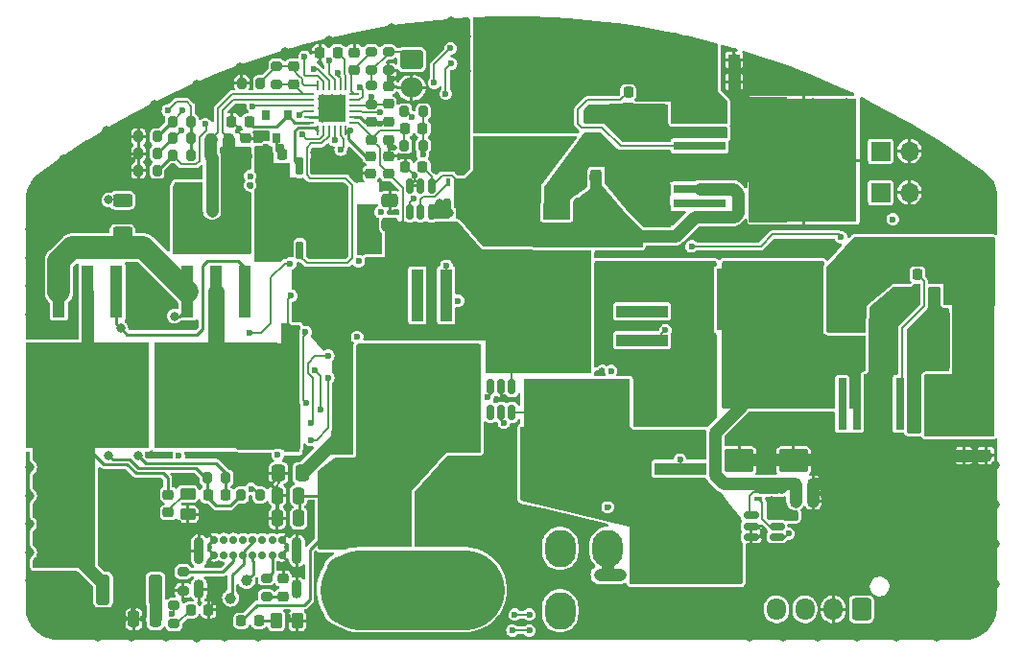
<source format=gbr>
%TF.GenerationSoftware,KiCad,Pcbnew,(6.0.1-0)*%
%TF.CreationDate,2022-08-06T01:28:06+01:00*%
%TF.ProjectId,powerboard_sc21_as25,706f7765-7262-46f6-9172-645f73633231,rev?*%
%TF.SameCoordinates,Original*%
%TF.FileFunction,Copper,L1,Top*%
%TF.FilePolarity,Positive*%
%FSLAX46Y46*%
G04 Gerber Fmt 4.6, Leading zero omitted, Abs format (unit mm)*
G04 Created by KiCad (PCBNEW (6.0.1-0)) date 2022-08-06 01:28:06*
%MOMM*%
%LPD*%
G01*
G04 APERTURE LIST*
G04 Aperture macros list*
%AMRoundRect*
0 Rectangle with rounded corners*
0 $1 Rounding radius*
0 $2 $3 $4 $5 $6 $7 $8 $9 X,Y pos of 4 corners*
0 Add a 4 corners polygon primitive as box body*
4,1,4,$2,$3,$4,$5,$6,$7,$8,$9,$2,$3,0*
0 Add four circle primitives for the rounded corners*
1,1,$1+$1,$2,$3*
1,1,$1+$1,$4,$5*
1,1,$1+$1,$6,$7*
1,1,$1+$1,$8,$9*
0 Add four rect primitives between the rounded corners*
20,1,$1+$1,$2,$3,$4,$5,0*
20,1,$1+$1,$4,$5,$6,$7,0*
20,1,$1+$1,$6,$7,$8,$9,0*
20,1,$1+$1,$8,$9,$2,$3,0*%
G04 Aperture macros list end*
%TA.AperFunction,SMDPad,CuDef*%
%ADD10RoundRect,0.250000X-0.262500X-0.450000X0.262500X-0.450000X0.262500X0.450000X-0.262500X0.450000X0*%
%TD*%
%TA.AperFunction,SMDPad,CuDef*%
%ADD11RoundRect,0.250000X-0.450000X0.262500X-0.450000X-0.262500X0.450000X-0.262500X0.450000X0.262500X0*%
%TD*%
%TA.AperFunction,SMDPad,CuDef*%
%ADD12RoundRect,0.200000X0.275000X-0.200000X0.275000X0.200000X-0.275000X0.200000X-0.275000X-0.200000X0*%
%TD*%
%TA.AperFunction,SMDPad,CuDef*%
%ADD13RoundRect,0.225000X-0.225000X-0.250000X0.225000X-0.250000X0.225000X0.250000X-0.225000X0.250000X0*%
%TD*%
%TA.AperFunction,SMDPad,CuDef*%
%ADD14R,5.400000X2.900000*%
%TD*%
%TA.AperFunction,SMDPad,CuDef*%
%ADD15RoundRect,0.218750X0.218750X0.256250X-0.218750X0.256250X-0.218750X-0.256250X0.218750X-0.256250X0*%
%TD*%
%TA.AperFunction,SMDPad,CuDef*%
%ADD16R,2.450000X2.450000*%
%TD*%
%TA.AperFunction,SMDPad,CuDef*%
%ADD17RoundRect,0.062500X0.062500X0.325000X-0.062500X0.325000X-0.062500X-0.325000X0.062500X-0.325000X0*%
%TD*%
%TA.AperFunction,SMDPad,CuDef*%
%ADD18RoundRect,0.062500X0.325000X0.062500X-0.325000X0.062500X-0.325000X-0.062500X0.325000X-0.062500X0*%
%TD*%
%TA.AperFunction,ComponentPad*%
%ADD19RoundRect,1.500000X-1.500000X1.500000X-1.500000X-1.500000X1.500000X-1.500000X1.500000X1.500000X0*%
%TD*%
%TA.AperFunction,ComponentPad*%
%ADD20C,6.000000*%
%TD*%
%TA.AperFunction,SMDPad,CuDef*%
%ADD21RoundRect,0.225000X0.225000X0.250000X-0.225000X0.250000X-0.225000X-0.250000X0.225000X-0.250000X0*%
%TD*%
%TA.AperFunction,SMDPad,CuDef*%
%ADD22RoundRect,0.250000X0.250000X0.475000X-0.250000X0.475000X-0.250000X-0.475000X0.250000X-0.475000X0*%
%TD*%
%TA.AperFunction,SMDPad,CuDef*%
%ADD23R,3.100000X2.410000*%
%TD*%
%TA.AperFunction,SMDPad,CuDef*%
%ADD24RoundRect,0.150000X-0.150000X0.650000X-0.150000X-0.650000X0.150000X-0.650000X0.150000X0.650000X0*%
%TD*%
%TA.AperFunction,SMDPad,CuDef*%
%ADD25RoundRect,0.200000X-0.275000X0.200000X-0.275000X-0.200000X0.275000X-0.200000X0.275000X0.200000X0*%
%TD*%
%TA.AperFunction,SMDPad,CuDef*%
%ADD26R,1.100000X4.600000*%
%TD*%
%TA.AperFunction,SMDPad,CuDef*%
%ADD27R,10.800000X9.400000*%
%TD*%
%TA.AperFunction,SMDPad,CuDef*%
%ADD28RoundRect,0.225000X0.250000X-0.225000X0.250000X0.225000X-0.250000X0.225000X-0.250000X-0.225000X0*%
%TD*%
%TA.AperFunction,SMDPad,CuDef*%
%ADD29RoundRect,0.200000X0.200000X0.275000X-0.200000X0.275000X-0.200000X-0.275000X0.200000X-0.275000X0*%
%TD*%
%TA.AperFunction,SMDPad,CuDef*%
%ADD30R,1.440000X11.220000*%
%TD*%
%TA.AperFunction,ComponentPad*%
%ADD31RoundRect,0.250001X1.399999X-1.099999X1.399999X1.099999X-1.399999X1.099999X-1.399999X-1.099999X0*%
%TD*%
%TA.AperFunction,ComponentPad*%
%ADD32O,3.300000X2.700000*%
%TD*%
%TA.AperFunction,SMDPad,CuDef*%
%ADD33RoundRect,0.250000X-0.787500X-1.025000X0.787500X-1.025000X0.787500X1.025000X-0.787500X1.025000X0*%
%TD*%
%TA.AperFunction,SMDPad,CuDef*%
%ADD34RoundRect,0.250000X-0.475000X0.250000X-0.475000X-0.250000X0.475000X-0.250000X0.475000X0.250000X0*%
%TD*%
%TA.AperFunction,ComponentPad*%
%ADD35RoundRect,0.250001X1.099999X1.399999X-1.099999X1.399999X-1.099999X-1.399999X1.099999X-1.399999X0*%
%TD*%
%TA.AperFunction,ComponentPad*%
%ADD36O,2.700000X3.300000*%
%TD*%
%TA.AperFunction,SMDPad,CuDef*%
%ADD37C,1.000000*%
%TD*%
%TA.AperFunction,SMDPad,CuDef*%
%ADD38R,3.200000X4.900000*%
%TD*%
%TA.AperFunction,SMDPad,CuDef*%
%ADD39R,0.950000X1.000000*%
%TD*%
%TA.AperFunction,SMDPad,CuDef*%
%ADD40RoundRect,0.225000X-0.250000X0.225000X-0.250000X-0.225000X0.250000X-0.225000X0.250000X0.225000X0*%
%TD*%
%TA.AperFunction,SMDPad,CuDef*%
%ADD41RoundRect,0.200000X-0.200000X-0.275000X0.200000X-0.275000X0.200000X0.275000X-0.200000X0.275000X0*%
%TD*%
%TA.AperFunction,ComponentPad*%
%ADD42C,5.600000*%
%TD*%
%TA.AperFunction,SMDPad,CuDef*%
%ADD43R,0.650000X0.400000*%
%TD*%
%TA.AperFunction,SMDPad,CuDef*%
%ADD44RoundRect,0.250000X-1.025000X0.787500X-1.025000X-0.787500X1.025000X-0.787500X1.025000X0.787500X0*%
%TD*%
%TA.AperFunction,ComponentPad*%
%ADD45R,1.700000X1.700000*%
%TD*%
%TA.AperFunction,ComponentPad*%
%ADD46O,1.700000X1.700000*%
%TD*%
%TA.AperFunction,SMDPad,CuDef*%
%ADD47RoundRect,0.250000X0.650000X2.450000X-0.650000X2.450000X-0.650000X-2.450000X0.650000X-2.450000X0*%
%TD*%
%TA.AperFunction,SMDPad,CuDef*%
%ADD48R,0.400000X0.650000*%
%TD*%
%TA.AperFunction,ComponentPad*%
%ADD49RoundRect,0.250000X0.600000X0.725000X-0.600000X0.725000X-0.600000X-0.725000X0.600000X-0.725000X0*%
%TD*%
%TA.AperFunction,ComponentPad*%
%ADD50O,1.700000X1.950000*%
%TD*%
%TA.AperFunction,SMDPad,CuDef*%
%ADD51RoundRect,0.250000X-2.450000X0.650000X-2.450000X-0.650000X2.450000X-0.650000X2.450000X0.650000X0*%
%TD*%
%TA.AperFunction,SMDPad,CuDef*%
%ADD52RoundRect,0.218750X0.256250X-0.218750X0.256250X0.218750X-0.256250X0.218750X-0.256250X-0.218750X0*%
%TD*%
%TA.AperFunction,SMDPad,CuDef*%
%ADD53RoundRect,0.250000X-0.625000X0.312500X-0.625000X-0.312500X0.625000X-0.312500X0.625000X0.312500X0*%
%TD*%
%TA.AperFunction,SMDPad,CuDef*%
%ADD54RoundRect,0.218750X-0.256250X0.218750X-0.256250X-0.218750X0.256250X-0.218750X0.256250X0.218750X0*%
%TD*%
%TA.AperFunction,SMDPad,CuDef*%
%ADD55RoundRect,0.250000X0.337500X0.475000X-0.337500X0.475000X-0.337500X-0.475000X0.337500X-0.475000X0*%
%TD*%
%TA.AperFunction,SMDPad,CuDef*%
%ADD56RoundRect,0.250000X0.475000X-0.337500X0.475000X0.337500X-0.475000X0.337500X-0.475000X-0.337500X0*%
%TD*%
%TA.AperFunction,SMDPad,CuDef*%
%ADD57R,4.600000X0.800000*%
%TD*%
%TA.AperFunction,SMDPad,CuDef*%
%ADD58R,9.400000X10.800000*%
%TD*%
%TA.AperFunction,SMDPad,CuDef*%
%ADD59RoundRect,0.250000X0.362500X1.075000X-0.362500X1.075000X-0.362500X-1.075000X0.362500X-1.075000X0*%
%TD*%
%TA.AperFunction,SMDPad,CuDef*%
%ADD60R,4.900000X3.200000*%
%TD*%
%TA.AperFunction,SMDPad,CuDef*%
%ADD61R,1.000000X0.950000*%
%TD*%
%TA.AperFunction,SMDPad,CuDef*%
%ADD62R,0.800000X4.600000*%
%TD*%
%TA.AperFunction,SMDPad,CuDef*%
%ADD63RoundRect,0.150000X-0.512500X-0.150000X0.512500X-0.150000X0.512500X0.150000X-0.512500X0.150000X0*%
%TD*%
%TA.AperFunction,SMDPad,CuDef*%
%ADD64RoundRect,1.210000X0.000000X-1.335000X0.000000X1.335000X0.000000X1.335000X0.000000X-1.335000X0*%
%TD*%
%TA.AperFunction,ComponentPad*%
%ADD65RoundRect,1.500000X1.500000X-1.500000X1.500000X1.500000X-1.500000X1.500000X-1.500000X-1.500000X0*%
%TD*%
%TA.AperFunction,SMDPad,CuDef*%
%ADD66R,4.600000X1.100000*%
%TD*%
%TA.AperFunction,SMDPad,CuDef*%
%ADD67R,0.800000X0.900000*%
%TD*%
%TA.AperFunction,SMDPad,CuDef*%
%ADD68RoundRect,0.150000X-0.150000X0.512500X-0.150000X-0.512500X0.150000X-0.512500X0.150000X0.512500X0*%
%TD*%
%TA.AperFunction,SMDPad,CuDef*%
%ADD69R,2.900000X5.400000*%
%TD*%
%TA.AperFunction,ComponentPad*%
%ADD70RoundRect,0.250000X-0.750000X0.600000X-0.750000X-0.600000X0.750000X-0.600000X0.750000X0.600000X0*%
%TD*%
%TA.AperFunction,ComponentPad*%
%ADD71O,2.000000X1.700000*%
%TD*%
%TA.AperFunction,ComponentPad*%
%ADD72C,0.700000*%
%TD*%
%TA.AperFunction,ComponentPad*%
%ADD73O,0.900000X2.400000*%
%TD*%
%TA.AperFunction,ComponentPad*%
%ADD74O,0.900000X1.700000*%
%TD*%
%TA.AperFunction,ViaPad*%
%ADD75C,0.600000*%
%TD*%
%TA.AperFunction,ViaPad*%
%ADD76C,0.800000*%
%TD*%
%TA.AperFunction,Conductor*%
%ADD77C,0.250000*%
%TD*%
%TA.AperFunction,Conductor*%
%ADD78C,0.200000*%
%TD*%
%TA.AperFunction,Conductor*%
%ADD79C,1.100000*%
%TD*%
%TA.AperFunction,Conductor*%
%ADD80C,2.000000*%
%TD*%
%TA.AperFunction,Conductor*%
%ADD81C,7.000000*%
%TD*%
%TA.AperFunction,Conductor*%
%ADD82C,1.400000*%
%TD*%
G04 APERTURE END LIST*
D10*
%TO.P,R28,2*%
%TO.N,GND*%
X73112500Y-81050000D03*
%TO.P,R28,1*%
%TO.N,Net-(PackLED1-Pad1)*%
X71287500Y-81050000D03*
%TD*%
D11*
%TO.P,R29,2*%
%TO.N,GND*%
X63450000Y-71662500D03*
%TO.P,R29,1*%
%TO.N,Net-(PowerLED1-Pad1)*%
X63450000Y-69837500D03*
%TD*%
D12*
%TO.P,R22,2*%
%TO.N,+3V3*%
X62250000Y-79675000D03*
%TO.P,R22,1*%
%TO.N,Net-(D9-Pad2)*%
X62250000Y-81325000D03*
%TD*%
D13*
%TO.P,C37,1*%
%TO.N,Net-(C37-Pad1)*%
X127825000Y-50500000D03*
%TO.P,C37,2*%
%TO.N,Net-(C37-Pad2)*%
X129375000Y-50500000D03*
%TD*%
D14*
%TO.P,L3,2*%
%TO.N,Net-(C39-Pad1)*%
X91500000Y-39800000D03*
%TO.P,L3,1*%
%TO.N,Net-(C36-Pad2)*%
X91500000Y-29900000D03*
%TD*%
D15*
%TO.P,PackLED1,2,A*%
%TO.N,/Battery Charger/Q3-D*%
X68162500Y-81050000D03*
%TO.P,PackLED1,1,K*%
%TO.N,Net-(PackLED1-Pad1)*%
X69737500Y-81050000D03*
%TD*%
D13*
%TO.P,CTTC1,2*%
%TO.N,Net-(CTTC1-Pad2)*%
X76675000Y-30900000D03*
%TO.P,CTTC1,1*%
%TO.N,GND*%
X75125000Y-30900000D03*
%TD*%
D16*
%TO.P,IC1,25,EP*%
%TO.N,GND*%
X76160000Y-35810000D03*
D17*
%TO.P,IC1,24,VCC*%
%TO.N,/Battery Charger/VCC*%
X77410000Y-37797500D03*
%TO.P,IC1,23,~{BATDRV}*%
%TO.N,Net-(IC1-Pad23)*%
X76910000Y-37797500D03*
%TO.P,IC1,22,BTST*%
%TO.N,/Battery Charger/BTST*%
X76410000Y-37797500D03*
%TO.P,IC1,21,HIDRV*%
%TO.N,/Battery Charger/Q4-G*%
X75910000Y-37797500D03*
%TO.P,IC1,20,PH*%
%TO.N,/Battery Charger/PH*%
X75410000Y-37797500D03*
%TO.P,IC1,19,LODRV*%
%TO.N,/Battery Charger/LODRV*%
X74910000Y-37797500D03*
D18*
%TO.P,IC1,18,REGN*%
%TO.N,Net-(C5-Pad1)*%
X74172500Y-37060000D03*
%TO.P,IC1,17,GND*%
%TO.N,GND*%
X74172500Y-36560000D03*
%TO.P,IC1,16,ACSET*%
%TO.N,/Battery Charger/ACSET*%
X74172500Y-36060000D03*
%TO.P,IC1,15,ISET2*%
%TO.N,/Battery Charger/ICSET2*%
X74172500Y-35560000D03*
%TO.P,IC1,14,SRP*%
%TO.N,/Battery Charger/SRP*%
X74172500Y-35060000D03*
%TO.P,IC1,13,SRN*%
%TO.N,/Battery Charger/Q3-D*%
X74172500Y-34560000D03*
D17*
%TO.P,IC1,12,VFB*%
%TO.N,/Battery Charger/VFB*%
X74910000Y-33822500D03*
%TO.P,IC1,11,ISET1*%
%TO.N,Net-(IC1-Pad11)*%
X75410000Y-33822500D03*
%TO.P,IC1,10,VREF*%
%TO.N,/Battery Charger/CE*%
X75910000Y-33822500D03*
%TO.P,IC1,9,STAT2*%
%TO.N,/BATTSTAT2*%
X76410000Y-33822500D03*
%TO.P,IC1,8,~{PG}*%
%TO.N,/PG*%
X76910000Y-33822500D03*
%TO.P,IC1,7,TTC*%
%TO.N,Net-(CTTC1-Pad2)*%
X77410000Y-33822500D03*
D18*
%TO.P,IC1,6,TS*%
%TO.N,Net-(C1-Pad1)*%
X78147500Y-34560000D03*
%TO.P,IC1,5,STAT1*%
%TO.N,/BATTSTAT1*%
X78147500Y-35060000D03*
%TO.P,IC1,4,CE*%
%TO.N,/Battery Charger/CE*%
X78147500Y-35560000D03*
%TO.P,IC1,3,~{ACDRV}*%
%TO.N,Net-(IC1-Pad3)*%
X78147500Y-36060000D03*
%TO.P,IC1,2,ACP*%
%TO.N,Net-(C3-Pad1)*%
X78147500Y-36560000D03*
%TO.P,IC1,1,ACN*%
%TO.N,+24V*%
X78147500Y-37060000D03*
%TD*%
D13*
%TO.P,C44,2*%
%TO.N,GND*%
X118625000Y-69000000D03*
%TO.P,C44,1*%
%TO.N,Net-(C38-Pad1)*%
X117075000Y-69000000D03*
%TD*%
D19*
%TO.P,J6,1,Pin_1*%
%TO.N,GND*%
X87850000Y-71100000D03*
D20*
%TO.P,J6,2,Pin_2*%
%TO.N,Net-(C31-Pad1)*%
X87850000Y-78300000D03*
%TD*%
D21*
%TO.P,C5,1*%
%TO.N,Net-(C5-Pad1)*%
X68875000Y-37000000D03*
%TO.P,C5,2*%
%TO.N,GND*%
X67325000Y-37000000D03*
%TD*%
D22*
%TO.P,C43,2*%
%TO.N,GND*%
X127450000Y-52300000D03*
%TO.P,C43,1*%
%TO.N,+24V*%
X129350000Y-52300000D03*
%TD*%
D23*
%TO.P,Q4,9,D*%
%TO.N,+24V*%
X75250000Y-50960000D03*
D24*
%TO.P,Q4,8,D*%
X77155000Y-53610000D03*
%TO.P,Q4,7,D*%
X75885000Y-53610000D03*
%TO.P,Q4,6,D*%
X74615000Y-53610000D03*
%TO.P,Q4,5,D*%
X73345000Y-53610000D03*
%TO.P,Q4,4,G*%
%TO.N,/Battery Charger/Q4-G*%
X73345000Y-48310000D03*
%TO.P,Q4,3,S*%
%TO.N,/Battery Charger/PH*%
X74615000Y-48310000D03*
%TO.P,Q4,2,S*%
X75885000Y-48310000D03*
%TO.P,Q4,1,S*%
X77155000Y-48310000D03*
%TD*%
D25*
%TO.P,R2,2*%
%TO.N,/Battery Charger/Q3-D*%
X71300000Y-33725000D03*
%TO.P,R2,1*%
%TO.N,/Battery Charger/VFB*%
X71300000Y-32075000D03*
%TD*%
D26*
%TO.P,Q3,1*%
%TO.N,Net-(C15-Pad2)*%
X86260000Y-52315000D03*
D27*
%TO.P,Q3,2*%
%TO.N,/Battery Charger/Q3-D*%
X83720000Y-61465000D03*
D26*
X83720000Y-52315000D03*
%TO.P,Q3,3*%
%TO.N,+24V*%
X81180000Y-52315000D03*
%TD*%
D28*
%TO.P,C33,2*%
%TO.N,Net-(C3-Pad1)*%
X81150000Y-37025000D03*
%TO.P,C33,1*%
%TO.N,GND*%
X81150000Y-38575000D03*
%TD*%
D29*
%TO.P,RFast1,2*%
%TO.N,GND*%
X59105000Y-38310000D03*
%TO.P,RFast1,1*%
%TO.N,Net-(IC1-Pad11)*%
X60755000Y-38310000D03*
%TD*%
D28*
%TO.P,C7,2*%
%TO.N,/Battery Charger/VCC*%
X79600000Y-40025000D03*
%TO.P,C7,1*%
%TO.N,GND*%
X79600000Y-41575000D03*
%TD*%
D30*
%TO.P,RAC1,1*%
%TO.N,Net-(C3-Pad1)*%
X72620000Y-60570000D03*
%TO.P,RAC1,2*%
%TO.N,+24V*%
X77100000Y-60570000D03*
%TD*%
D13*
%TO.P,C6,1*%
%TO.N,/Battery Charger/PH*%
X70275000Y-39925000D03*
%TO.P,C6,2*%
%TO.N,/Battery Charger/BTST*%
X71825000Y-39925000D03*
%TD*%
D31*
%TO.P,J5,1,Pin_1*%
%TO.N,Net-(J5-Pad1)*%
X51750000Y-73525000D03*
D32*
%TO.P,J5,2,Pin_2*%
X51750000Y-69325000D03*
%TO.P,J5,3,Pin_3*%
%TO.N,GND*%
X57250000Y-73525000D03*
%TO.P,J5,4,Pin_4*%
X57250000Y-69325000D03*
%TD*%
D33*
%TO.P,C41,2*%
%TO.N,GND*%
X96012500Y-44100000D03*
%TO.P,C41,1*%
%TO.N,Net-(C39-Pad1)*%
X89787500Y-44100000D03*
%TD*%
D34*
%TO.P,C42,2*%
%TO.N,GND*%
X99150000Y-38450000D03*
%TO.P,C42,1*%
%TO.N,+24V*%
X99150000Y-36550000D03*
%TD*%
D35*
%TO.P,J4,1,Pin_1*%
%TO.N,GND*%
X108900000Y-80160000D03*
D36*
%TO.P,J4,2,Pin_2*%
X104700000Y-80160000D03*
%TO.P,J4,3,Pin_3*%
X100500000Y-80160000D03*
%TO.P,J4,4,Pin_4*%
%TO.N,/CANL*%
X96300000Y-80160000D03*
%TO.P,J4,5,Pin_5*%
%TO.N,Net-(J4-Pad5)*%
X108900000Y-74660000D03*
%TO.P,J4,6,Pin_6*%
X104700000Y-74660000D03*
%TO.P,J4,7,Pin_7*%
%TO.N,+3V3*%
X100500000Y-74660000D03*
%TO.P,J4,8,Pin_8*%
%TO.N,/CANH*%
X96300000Y-74660000D03*
%TD*%
D37*
%TO.P,TP23,1,1*%
%TO.N,/USB To UART/D-*%
X68640000Y-77500000D03*
%TD*%
D38*
%TO.P,D5,3,K*%
%TO.N,Net-(C37-Pad2)*%
X132900000Y-62100000D03*
D39*
%TO.P,D5,2,A*%
%TO.N,GND*%
X131930000Y-66450000D03*
%TO.P,D5,1,A*%
X133870000Y-66450000D03*
%TD*%
D28*
%TO.P,C21,2*%
%TO.N,GND*%
X81200000Y-40025000D03*
%TO.P,C21,1*%
%TO.N,+24V*%
X81200000Y-41575000D03*
%TD*%
D40*
%TO.P,C4,2*%
%TO.N,/Battery Charger/CE*%
X81150000Y-35425000D03*
%TO.P,C4,1*%
%TO.N,GND*%
X81150000Y-33875000D03*
%TD*%
%TO.P,C3,2*%
%TO.N,+24V*%
X79650000Y-38575000D03*
%TO.P,C3,1*%
%TO.N,Net-(C3-Pad1)*%
X79650000Y-37025000D03*
%TD*%
D41*
%TO.P,RSR1,1*%
%TO.N,/Battery Charger/Q3-D*%
X65475000Y-40000000D03*
%TO.P,RSR1,2*%
%TO.N,/Battery Charger/SRP*%
X67125000Y-40000000D03*
%TD*%
D42*
%TO.P,H3,1,1*%
%TO.N,GND*%
X52000000Y-79850000D03*
%TD*%
D43*
%TO.P,Q10,6,D*%
%TO.N,Net-(C38-Pad1)*%
X115700000Y-68950000D03*
%TO.P,Q10,5,D*%
X115700000Y-69600000D03*
%TO.P,Q10,4,S*%
%TO.N,+3V3*%
X115700000Y-70250000D03*
%TO.P,Q10,3,G*%
%TO.N,Net-(Q10-Pad3)*%
X113800000Y-70250000D03*
%TO.P,Q10,2,D*%
%TO.N,Net-(C38-Pad1)*%
X113800000Y-69600000D03*
%TO.P,Q10,1,D*%
X113800000Y-68950000D03*
%TD*%
D29*
%TO.P,R5,1*%
%TO.N,/Battery Charger/CE*%
X63745000Y-38470000D03*
%TO.P,R5,2*%
%TO.N,/Battery Charger/ICSET2*%
X62095000Y-38470000D03*
%TD*%
D28*
%TO.P,C10,1*%
%TO.N,/Battery Charger/SRP*%
X68550000Y-40025000D03*
%TO.P,C10,2*%
%TO.N,GND*%
X68550000Y-38475000D03*
%TD*%
D42*
%TO.P,H4,1,1*%
%TO.N,GND*%
X132075000Y-43800000D03*
%TD*%
D13*
%TO.P,C48,2*%
%TO.N,GND*%
X118625000Y-70500000D03*
%TO.P,C48,1*%
%TO.N,Net-(C38-Pad1)*%
X117075000Y-70500000D03*
%TD*%
D44*
%TO.P,C40,2*%
%TO.N,GND*%
X112100000Y-66912500D03*
%TO.P,C40,1*%
%TO.N,Net-(C38-Pad1)*%
X112100000Y-60687500D03*
%TD*%
D45*
%TO.P,J2,1,Pin_1*%
%TO.N,Net-(C17-Pad2)*%
X124575000Y-43250000D03*
D46*
%TO.P,J2,2,Pin_2*%
%TO.N,GND*%
X127115000Y-43250000D03*
%TD*%
D41*
%TO.P,R32,1*%
%TO.N,Net-(IC1-Pad23)*%
X82575000Y-36100000D03*
%TO.P,R32,2*%
%TO.N,Net-(C15-Pad2)*%
X84225000Y-36100000D03*
%TD*%
D47*
%TO.P,C20,2*%
%TO.N,GND*%
X124650000Y-56300000D03*
%TO.P,C20,1*%
%TO.N,+24V*%
X129750000Y-56300000D03*
%TD*%
D21*
%TO.P,C11,1*%
%TO.N,/Battery Charger/SRP*%
X67075000Y-38500000D03*
%TO.P,C11,2*%
%TO.N,/Battery Charger/Q3-D*%
X65525000Y-38500000D03*
%TD*%
D25*
%TO.P,R37,1*%
%TO.N,VBUS*%
X70390000Y-77275000D03*
%TO.P,R37,2*%
%TO.N,Net-(D7-Pad2)*%
X70390000Y-78925000D03*
%TD*%
D48*
%TO.P,Q9,6,D*%
%TO.N,Net-(C39-Pad1)*%
X87750000Y-44250000D03*
%TO.P,Q9,5,D*%
X87100000Y-44250000D03*
%TO.P,Q9,4,S*%
%TO.N,+3V3*%
X86450000Y-44250000D03*
%TO.P,Q9,3,G*%
%TO.N,Net-(Q9-Pad3)*%
X86450000Y-42350000D03*
%TO.P,Q9,2,D*%
%TO.N,Net-(C39-Pad1)*%
X87100000Y-42350000D03*
%TO.P,Q9,1,D*%
X87750000Y-42350000D03*
%TD*%
D49*
%TO.P,J10,1,Pin_1*%
%TO.N,+3V3*%
X122890000Y-80025000D03*
D50*
%TO.P,J10,2,Pin_2*%
%TO.N,GND*%
X120390000Y-80025000D03*
%TO.P,J10,3,Pin_3*%
%TO.N,/SDA*%
X117890000Y-80025000D03*
%TO.P,J10,4,Pin_4*%
%TO.N,/SCL*%
X115390000Y-80025000D03*
%TD*%
D15*
%TO.P,D9,2,A*%
%TO.N,Net-(D9-Pad2)*%
X63712500Y-80100000D03*
%TO.P,D9,1,K*%
%TO.N,GND*%
X65287500Y-80100000D03*
%TD*%
D51*
%TO.P,C19,2*%
%TO.N,GND*%
X103100000Y-41450000D03*
%TO.P,C19,1*%
%TO.N,+24V*%
X103100000Y-36350000D03*
%TD*%
D42*
%TO.P,H2,1,1*%
%TO.N,GND*%
X132000000Y-79800000D03*
%TD*%
D21*
%TO.P,C14,1*%
%TO.N,/Battery Charger/Q1-S*%
X66775000Y-69950000D03*
%TO.P,C14,2*%
%TO.N,/Battery Charger/Q1-G*%
X65225000Y-69950000D03*
%TD*%
D22*
%TO.P,C16,1*%
%TO.N,Net-(C16-Pad1)*%
X60600000Y-80900000D03*
%TO.P,C16,2*%
%TO.N,GND*%
X58700000Y-80900000D03*
%TD*%
D29*
%TO.P,R3,1*%
%TO.N,/Battery Charger/CE*%
X63745000Y-39950000D03*
%TO.P,R3,2*%
%TO.N,/Battery Charger/ACSET*%
X62095000Y-39950000D03*
%TD*%
D33*
%TO.P,C39,2*%
%TO.N,GND*%
X104812500Y-45000000D03*
%TO.P,C39,1*%
%TO.N,Net-(C39-Pad1)*%
X98587500Y-45000000D03*
%TD*%
D29*
%TO.P,RAdp1,2*%
%TO.N,GND*%
X59105000Y-41300000D03*
%TO.P,RAdp1,1*%
%TO.N,/Battery Charger/ACSET*%
X60755000Y-41300000D03*
%TD*%
D52*
%TO.P,PowerLED1,2,A*%
%TO.N,Net-(J5-Pad1)*%
X61750000Y-69912500D03*
%TO.P,PowerLED1,1,K*%
%TO.N,Net-(PowerLED1-Pad1)*%
X61750000Y-71487500D03*
%TD*%
D12*
%TO.P,R10,2*%
%TO.N,Net-(J1-Pad1)*%
X81150000Y-30825000D03*
%TO.P,R10,1*%
%TO.N,GND*%
X81150000Y-32475000D03*
%TD*%
D22*
%TO.P,C12,1*%
%TO.N,/Battery Charger/Q3-D*%
X73250000Y-72000000D03*
%TO.P,C12,2*%
%TO.N,GND*%
X71350000Y-72000000D03*
%TD*%
D53*
%TO.P,R17,2*%
%TO.N,/Battery Charger/Q1-S*%
X57700000Y-46862500D03*
%TO.P,R17,1*%
%TO.N,/Battery Charger/VCC*%
X57700000Y-43937500D03*
%TD*%
D29*
%TO.P,R15,1*%
%TO.N,Net-(C15-Pad2)*%
X84225000Y-39100000D03*
%TO.P,R15,2*%
%TO.N,+24V*%
X82575000Y-39100000D03*
%TD*%
D54*
%TO.P,D7,1,K*%
%TO.N,GND*%
X71870000Y-77312500D03*
%TO.P,D7,2,A*%
%TO.N,Net-(D7-Pad2)*%
X71870000Y-78887500D03*
%TD*%
D55*
%TO.P,C9,2*%
%TO.N,GND*%
X71462500Y-68000000D03*
%TO.P,C9,1*%
%TO.N,+24V*%
X73537500Y-68000000D03*
%TD*%
D29*
%TO.P,R7,1*%
%TO.N,/Battery Charger/CE*%
X63745000Y-37000000D03*
%TO.P,R7,2*%
%TO.N,Net-(IC1-Pad11)*%
X62095000Y-37000000D03*
%TD*%
D56*
%TO.P,C8,2*%
%TO.N,GND*%
X81300000Y-43962500D03*
%TO.P,C8,1*%
%TO.N,+24V*%
X81300000Y-46037500D03*
%TD*%
D41*
%TO.P,R1,1*%
%TO.N,GND*%
X68225000Y-33600000D03*
%TO.P,R1,2*%
%TO.N,/Battery Charger/VFB*%
X69875000Y-33600000D03*
%TD*%
D57*
%TO.P,U6,1,SW*%
%TO.N,Net-(C36-Pad2)*%
X108625000Y-36590000D03*
%TO.P,U6,2,VIN*%
%TO.N,+24V*%
X108625000Y-37860000D03*
%TO.P,U6,3,BOOST*%
%TO.N,Net-(C36-Pad1)*%
X108625000Y-39130000D03*
%TO.P,U6,4,GND*%
%TO.N,GND*%
X108625000Y-40400000D03*
D58*
X117775000Y-40400000D03*
D57*
%TO.P,U6,5,CURRENT_ADJ*%
X108625000Y-41670000D03*
%TO.P,U6,6,FB*%
%TO.N,Net-(C39-Pad1)*%
X108625000Y-42940000D03*
%TO.P,U6,7,SOFTSTART*%
%TO.N,unconnected-(U6-Pad7)*%
X108625000Y-44210000D03*
%TD*%
D21*
%TO.P,C49,1*%
%TO.N,Net-(C39-Pad1)*%
X84175000Y-41000000D03*
%TO.P,C49,2*%
%TO.N,GND*%
X82625000Y-41000000D03*
%TD*%
D59*
%TO.P,R20,2*%
%TO.N,Net-(J5-Pad1)*%
X55987500Y-78300000D03*
%TO.P,R20,1*%
%TO.N,Net-(C16-Pad1)*%
X60612500Y-78300000D03*
%TD*%
D28*
%TO.P,C45,1*%
%TO.N,Net-(C39-Pad1)*%
X99400000Y-41875000D03*
%TO.P,C45,2*%
%TO.N,GND*%
X99400000Y-40325000D03*
%TD*%
D29*
%TO.P,R14,1*%
%TO.N,/Battery Charger/Q1-S*%
X66825000Y-68450000D03*
%TO.P,R14,2*%
%TO.N,/Battery Charger/Q1-G*%
X65175000Y-68450000D03*
%TD*%
D45*
%TO.P,J3,1,Pin_1*%
%TO.N,Net-(C18-Pad2)*%
X124575000Y-39600000D03*
D46*
%TO.P,J3,2,Pin_2*%
%TO.N,GND*%
X127115000Y-39600000D03*
%TD*%
D28*
%TO.P,C1,2*%
%TO.N,GND*%
X78150000Y-30875000D03*
%TO.P,C1,1*%
%TO.N,Net-(C1-Pad1)*%
X78150000Y-32425000D03*
%TD*%
D60*
%TO.P,D6,3,K*%
%TO.N,Net-(C36-Pad2)*%
X107300000Y-32500000D03*
D61*
%TO.P,D6,2,A*%
%TO.N,GND*%
X111650000Y-33470000D03*
%TO.P,D6,1,A*%
X111650000Y-31530000D03*
%TD*%
D12*
%TO.P,R36,2*%
%TO.N,Net-(J8-PadB5)*%
X63050000Y-76725000D03*
%TO.P,R36,1*%
%TO.N,GND*%
X63050000Y-78375000D03*
%TD*%
D62*
%TO.P,U7,1,SW*%
%TO.N,Net-(C37-Pad2)*%
X128810000Y-61900000D03*
%TO.P,U7,2,VIN*%
%TO.N,+24V*%
X127540000Y-61900000D03*
%TO.P,U7,3,BOOST*%
%TO.N,Net-(C37-Pad1)*%
X126270000Y-61900000D03*
%TO.P,U7,4,GND*%
%TO.N,GND*%
X125000000Y-61900000D03*
D27*
X125000000Y-71050000D03*
D62*
%TO.P,U7,5,CURRENT_ADJ*%
X123730000Y-61900000D03*
%TO.P,U7,6,FB*%
%TO.N,Net-(C38-Pad1)*%
X122460000Y-61900000D03*
%TO.P,U7,7,SOFTSTART*%
%TO.N,unconnected-(U7-Pad7)*%
X121190000Y-61900000D03*
%TD*%
D63*
%TO.P,U8,6,SENSE*%
%TO.N,+3V3*%
X115437500Y-71750000D03*
%TO.P,U8,5,GATE*%
%TO.N,Net-(Q10-Pad3)*%
X115437500Y-72700000D03*
%TO.P,U8,4,STAT*%
%TO.N,/3.3STAT2*%
X115437500Y-73650000D03*
%TO.P,U8,3,CTL*%
%TO.N,GND*%
X113162500Y-73650000D03*
%TO.P,U8,2,GND*%
X113162500Y-72700000D03*
%TO.P,U8,1,VIN*%
%TO.N,Net-(C38-Pad1)*%
X113162500Y-71750000D03*
%TD*%
D42*
%TO.P,H1,1,1*%
%TO.N,GND*%
X52075000Y-43850000D03*
%TD*%
D13*
%TO.P,C36,2*%
%TO.N,Net-(C36-Pad2)*%
X103875000Y-34400000D03*
%TO.P,C36,1*%
%TO.N,Net-(C36-Pad1)*%
X102325000Y-34400000D03*
%TD*%
D37*
%TO.P,TP24,1,1*%
%TO.N,/USB To UART/D+*%
X67250000Y-79050000D03*
%TD*%
D64*
%TO.P,L1,2,2*%
%TO.N,/Battery Charger/PH*%
X71065000Y-45075000D03*
%TO.P,L1,1,1*%
%TO.N,/Battery Charger/SRP*%
X63575000Y-45075000D03*
%TD*%
D65*
%TO.P,J7,1,Pin_1*%
%TO.N,Net-(C31-Pad1)*%
X78600000Y-78300000D03*
D20*
%TO.P,J7,2,Pin_2*%
%TO.N,/Battery Charger/Q3-D*%
X78600000Y-71100000D03*
%TD*%
D41*
%TO.P,R18,1*%
%TO.N,/Battery Charger/Q1-G*%
X68175000Y-69950000D03*
%TO.P,R18,2*%
%TO.N,Net-(IC1-Pad3)*%
X69825000Y-69950000D03*
%TD*%
D66*
%TO.P,Q8,1*%
%TO.N,Net-(Q7-Pad1)*%
X103525000Y-56290000D03*
D58*
%TO.P,Q8,2*%
%TO.N,+24V*%
X94375000Y-53750000D03*
D66*
X103525000Y-53750000D03*
%TO.P,Q8,3*%
%TO.N,Net-(Q7-Pad3)*%
X103525000Y-51210000D03*
%TD*%
D23*
%TO.P,Q5,9,D*%
%TO.N,/Battery Charger/PH*%
X75230000Y-43560000D03*
D24*
%TO.P,Q5,8,D*%
X77135000Y-46210000D03*
%TO.P,Q5,7,D*%
X75865000Y-46210000D03*
%TO.P,Q5,6,D*%
X74595000Y-46210000D03*
%TO.P,Q5,5,D*%
X73325000Y-46210000D03*
%TO.P,Q5,4,G*%
%TO.N,/Battery Charger/LODRV*%
X73325000Y-40910000D03*
%TO.P,Q5,3,S*%
%TO.N,GND*%
X74595000Y-40910000D03*
%TO.P,Q5,2,S*%
X75865000Y-40910000D03*
%TO.P,Q5,1,S*%
X77135000Y-40910000D03*
%TD*%
D25*
%TO.P,R16,2*%
%TO.N,Net-(J1-Pad1)*%
X79650000Y-32475000D03*
%TO.P,R16,1*%
%TO.N,Net-(C1-Pad1)*%
X79650000Y-30825000D03*
%TD*%
D22*
%TO.P,C13,1*%
%TO.N,/Battery Charger/Q3-D*%
X73250000Y-70000000D03*
%TO.P,C13,2*%
%TO.N,GND*%
X71350000Y-70000000D03*
%TD*%
D26*
%TO.P,Q2,1*%
%TO.N,/Battery Charger/Q1-G*%
X68515000Y-52000000D03*
D27*
%TO.P,Q2,2*%
%TO.N,Net-(C3-Pad1)*%
X65975000Y-61150000D03*
D26*
X65975000Y-52000000D03*
%TO.P,Q2,3*%
%TO.N,/Battery Charger/Q1-S*%
X63435000Y-52000000D03*
%TD*%
D66*
%TO.P,Q7,3*%
%TO.N,Net-(Q7-Pad3)*%
X106925000Y-62560000D03*
%TO.P,Q7,2*%
%TO.N,Net-(J4-Pad5)*%
X106925000Y-65100000D03*
D58*
X97775000Y-65100000D03*
D66*
%TO.P,Q7,1*%
%TO.N,Net-(Q7-Pad1)*%
X106925000Y-67640000D03*
%TD*%
D13*
%TO.P,C15,1*%
%TO.N,+24V*%
X82625000Y-37600000D03*
%TO.P,C15,2*%
%TO.N,Net-(C15-Pad2)*%
X84175000Y-37600000D03*
%TD*%
D26*
%TO.P,Q1,1*%
%TO.N,/Battery Charger/Q1-G*%
X57165000Y-52000000D03*
D27*
%TO.P,Q1,2*%
%TO.N,Net-(J5-Pad1)*%
X54625000Y-61150000D03*
D26*
X54625000Y-52000000D03*
%TO.P,Q1,3*%
%TO.N,/Battery Charger/Q1-S*%
X52085000Y-52000000D03*
%TD*%
D44*
%TO.P,C38,2*%
%TO.N,GND*%
X116900000Y-66912500D03*
%TO.P,C38,1*%
%TO.N,Net-(C38-Pad1)*%
X116900000Y-60687500D03*
%TD*%
D67*
%TO.P,D1,2,A*%
%TO.N,Net-(C5-Pad1)*%
X72250000Y-36450000D03*
%TO.P,D1,1,K*%
%TO.N,/Battery Charger/BTST*%
X71300000Y-38450000D03*
%TO.P,D1,*%
%TO.N,*%
X70350000Y-36450000D03*
%TD*%
D68*
%TO.P,U9,6,SENSE*%
%TO.N,+3V3*%
X84950000Y-44937500D03*
%TO.P,U9,5,GATE*%
%TO.N,Net-(Q9-Pad3)*%
X84000000Y-44937500D03*
%TO.P,U9,4,STAT*%
%TO.N,/3.3STAT1*%
X83050000Y-44937500D03*
%TO.P,U9,3,CTL*%
%TO.N,GND*%
X83050000Y-42662500D03*
%TO.P,U9,2,GND*%
X84000000Y-42662500D03*
%TO.P,U9,1,VIN*%
%TO.N,Net-(C39-Pad1)*%
X84950000Y-42662500D03*
%TD*%
%TO.P,U1,6,SENSE*%
%TO.N,Net-(J4-Pad5)*%
X92050000Y-62637500D03*
%TO.P,U1,5,GATE*%
%TO.N,Net-(Q7-Pad1)*%
X91100000Y-62637500D03*
%TO.P,U1,4,STAT*%
%TO.N,unconnected-(U1-Pad4)*%
X90150000Y-62637500D03*
%TO.P,U1,3,CTL*%
%TO.N,/LPC_24V*%
X90150000Y-60362500D03*
%TO.P,U1,2,GND*%
%TO.N,GND*%
X91100000Y-60362500D03*
%TO.P,U1,1,VIN*%
%TO.N,+24V*%
X92050000Y-60362500D03*
%TD*%
D29*
%TO.P,RPre1,2*%
%TO.N,GND*%
X59105000Y-39800000D03*
%TO.P,RPre1,1*%
%TO.N,/Battery Charger/ICSET2*%
X60755000Y-39800000D03*
%TD*%
D25*
%TO.P,R9,2*%
%TO.N,/Battery Charger/CE*%
X79650000Y-35475000D03*
%TO.P,R9,1*%
%TO.N,Net-(J1-Pad1)*%
X79650000Y-33825000D03*
%TD*%
D69*
%TO.P,L4,2*%
%TO.N,Net-(C38-Pad1)*%
X111550000Y-52700000D03*
%TO.P,L4,1*%
%TO.N,Net-(C37-Pad2)*%
X121450000Y-52700000D03*
%TD*%
D40*
%TO.P,Cff1,1*%
%TO.N,/Battery Charger/VFB*%
X72760000Y-32125000D03*
%TO.P,Cff1,2*%
%TO.N,/Battery Charger/Q3-D*%
X72760000Y-33675000D03*
%TD*%
D70*
%TO.P,J1,1,Pin_1*%
%TO.N,Net-(J1-Pad1)*%
X83200000Y-31500000D03*
D71*
%TO.P,J1,2,Pin_2*%
%TO.N,GND*%
X83200000Y-34000000D03*
%TD*%
D72*
%TO.P,J8,A1,GND*%
%TO.N,GND*%
X71745000Y-73885000D03*
%TO.P,J8,A4,VBUS*%
%TO.N,VBUS*%
X70895000Y-73885000D03*
%TO.P,J8,A5,CC1*%
%TO.N,Net-(J8-PadA5)*%
X70045000Y-73885000D03*
%TO.P,J8,A6,D+*%
%TO.N,/USB To UART/D+*%
X69195000Y-73885000D03*
%TO.P,J8,A7,D-*%
%TO.N,/USB To UART/D-*%
X68345000Y-73885000D03*
%TO.P,J8,A8,SBU1*%
%TO.N,unconnected-(J8-PadA8)*%
X67495000Y-73885000D03*
%TO.P,J8,A9,VBUS*%
%TO.N,VBUS*%
X66645000Y-73885000D03*
%TO.P,J8,A12,GND*%
%TO.N,GND*%
X65795000Y-73885000D03*
%TO.P,J8,B1,GND*%
X65795000Y-75235000D03*
%TO.P,J8,B4,VBUS*%
%TO.N,VBUS*%
X66645000Y-75235000D03*
%TO.P,J8,B5,CC2*%
%TO.N,Net-(J8-PadB5)*%
X67495000Y-75235000D03*
%TO.P,J8,B6,D+*%
%TO.N,/USB To UART/D+*%
X68345000Y-75235000D03*
%TO.P,J8,B7,D-*%
%TO.N,/USB To UART/D-*%
X69195000Y-75235000D03*
%TO.P,J8,B8,SBU2*%
%TO.N,unconnected-(J8-PadB8)*%
X70045000Y-75235000D03*
%TO.P,J8,B9,VBUS*%
%TO.N,VBUS*%
X70895000Y-75235000D03*
%TO.P,J8,B12,GND*%
%TO.N,GND*%
X71745000Y-75235000D03*
D73*
%TO.P,J8,S1,SHIELD*%
X73095000Y-74865000D03*
X64445000Y-74865000D03*
D74*
X73095000Y-78245000D03*
X64445000Y-78245000D03*
%TD*%
D75*
%TO.N,GND*%
X72300000Y-80700000D03*
D76*
X58500000Y-82500000D03*
X74649500Y-39700000D03*
X117100000Y-44300000D03*
X134700000Y-67300000D03*
X49500000Y-72500000D03*
D75*
X80324980Y-48372129D03*
D76*
X120200000Y-71600000D03*
X117500000Y-78000000D03*
D75*
X70749501Y-68978269D03*
D76*
X121600000Y-35300000D03*
X127200000Y-70100000D03*
X126200000Y-74600000D03*
X126000000Y-82500000D03*
X122200000Y-74600000D03*
X120100000Y-36300000D03*
X118600000Y-35300000D03*
X61500000Y-82500000D03*
X120200000Y-74600000D03*
X75340000Y-34990000D03*
D75*
X57900000Y-80900000D03*
D76*
X121600000Y-39300000D03*
X49500000Y-46500000D03*
X134700000Y-70800000D03*
D75*
X83437701Y-41762299D03*
X59000000Y-51100000D03*
D76*
X117100000Y-36300000D03*
X76150000Y-34990000D03*
D75*
X78728000Y-46450000D03*
D76*
X122200000Y-71600000D03*
X118600000Y-45300000D03*
X118600000Y-41300000D03*
X125200000Y-67100000D03*
D75*
X58550000Y-40400000D03*
D76*
X75325000Y-36625000D03*
X116000000Y-82500000D03*
X88000000Y-29500000D03*
X76970000Y-36620000D03*
X49500000Y-70000000D03*
X126200000Y-68600000D03*
X114100000Y-42300000D03*
X127200000Y-67100000D03*
X120100000Y-44300000D03*
X76970000Y-34990000D03*
D75*
X58700000Y-79850000D03*
D76*
X115600000Y-41300000D03*
X129500000Y-82500000D03*
X115600000Y-39300000D03*
X128200000Y-71600000D03*
X123000000Y-78000000D03*
X134700000Y-74300000D03*
X121200000Y-70100000D03*
X76980000Y-35810000D03*
X115600000Y-37300000D03*
X55500000Y-44800000D03*
D75*
X80072000Y-45784588D03*
D76*
X49500000Y-75000000D03*
X118600000Y-39300000D03*
X49500000Y-67500000D03*
X129200000Y-73100000D03*
X49500000Y-77500000D03*
X113000000Y-80000000D03*
X127000000Y-78000000D03*
X52450000Y-40280000D03*
X49500000Y-49000000D03*
X115600000Y-43300000D03*
D75*
X81850980Y-44954361D03*
D76*
X123200000Y-67100000D03*
D75*
X80076793Y-46419012D03*
D76*
X120500000Y-78000000D03*
X129200000Y-70100000D03*
X121200000Y-67100000D03*
X130200000Y-68600000D03*
X125200000Y-73100000D03*
D75*
X62677556Y-72369651D03*
D76*
X68090000Y-32170000D03*
X86725000Y-28125000D03*
X72050000Y-30850000D03*
X69690000Y-82510000D03*
X121600000Y-41300000D03*
X114100000Y-44300000D03*
X125200000Y-70100000D03*
D75*
X91350000Y-61300000D03*
D76*
X88010000Y-32500000D03*
X130200000Y-74600000D03*
X122200000Y-68600000D03*
D75*
X100500000Y-71000000D03*
D76*
X124200000Y-68600000D03*
X120100000Y-42300000D03*
X115600000Y-45300000D03*
X129200000Y-67100000D03*
X60490000Y-35490000D03*
X114500000Y-78000000D03*
X121600000Y-43300000D03*
D75*
X78728000Y-45800000D03*
D76*
X75850000Y-39700000D03*
X117100000Y-40300000D03*
D75*
X59500000Y-80900000D03*
X81600000Y-39300000D03*
X68950000Y-42599503D03*
D76*
X118600000Y-37300000D03*
X128200000Y-68600000D03*
X115600000Y-35300000D03*
D75*
X114200000Y-73200000D03*
D76*
X124200000Y-71600000D03*
X54910000Y-41200000D03*
X66690000Y-82510000D03*
X119000000Y-82500000D03*
X76160000Y-36620000D03*
X123200000Y-70100000D03*
X121600000Y-45300000D03*
X127200000Y-73100000D03*
D75*
X78810054Y-48371789D03*
D76*
X117100000Y-38300000D03*
X64250000Y-82550000D03*
X123200000Y-73100000D03*
D75*
X100000000Y-59000000D03*
D76*
X56330000Y-37810000D03*
X73090000Y-76770000D03*
X130200000Y-71600000D03*
D75*
X61010023Y-66500980D03*
D76*
X51500000Y-47500000D03*
D75*
X80100000Y-47050000D03*
D76*
X134700000Y-77800000D03*
X120100000Y-40300000D03*
X126200000Y-71600000D03*
X121600000Y-37300000D03*
X120200000Y-68600000D03*
D75*
X68000000Y-37600000D03*
X81500000Y-33200000D03*
D76*
X114100000Y-38300000D03*
X49500000Y-54000000D03*
X124200000Y-74600000D03*
D75*
X125806043Y-46623197D03*
D76*
X121200000Y-73100000D03*
X122500000Y-82500000D03*
X114100000Y-36300000D03*
X49500000Y-51500000D03*
D75*
X61716646Y-42347604D03*
X78728000Y-47100000D03*
D76*
X55500000Y-82500000D03*
X120100000Y-38300000D03*
X75350000Y-35810000D03*
D75*
X78101608Y-41853786D03*
D76*
X56500000Y-39500000D03*
D75*
X65750000Y-79400000D03*
D76*
X117100000Y-42300000D03*
X64285410Y-33689992D03*
D75*
X78728000Y-47750000D03*
D76*
X75925000Y-29825000D03*
X118600000Y-43300000D03*
X51000000Y-55750000D03*
D75*
X80100000Y-47700000D03*
D76*
X128200000Y-74600000D03*
X81400000Y-28750000D03*
D75*
X62740000Y-68290000D03*
D76*
X114100000Y-40300000D03*
X113000000Y-82500000D03*
X76160000Y-35810000D03*
D75*
%TO.N,/EN*%
X73900511Y-61807928D03*
X86690000Y-31870000D03*
X73839502Y-55550000D03*
X86210000Y-34530000D03*
%TO.N,/Battery Charger/CE*%
X61700000Y-36000000D03*
X79700000Y-34800000D03*
X74600000Y-32357013D03*
%TO.N,/Battery Charger/PH*%
X70310847Y-39245909D03*
X73541589Y-38134020D03*
%TO.N,/Battery Charger/BTST*%
X71711412Y-39211411D03*
X76411970Y-38607816D03*
D76*
%TO.N,/Battery Charger/VCC*%
X56500000Y-43900000D03*
D75*
X77777178Y-37777178D03*
D76*
%TO.N,/Battery Charger/Q1-S*%
X59050000Y-66449502D03*
X62300000Y-54154500D03*
%TO.N,/Battery Charger/Q1-G*%
X57550000Y-55250000D03*
X56500000Y-66449502D03*
D75*
%TO.N,Net-(C15-Pad2)*%
X84200000Y-39900000D03*
X86275738Y-49705919D03*
%TO.N,+3V3*%
X62050000Y-80400000D03*
D76*
X85689746Y-44195878D03*
X85675000Y-45025000D03*
X100700000Y-77000000D03*
X115000000Y-70449989D03*
X101600000Y-77000000D03*
D75*
X87309502Y-52800000D03*
X78515270Y-49309385D03*
X68950000Y-41800000D03*
X71400000Y-66400000D03*
X100800000Y-59000000D03*
X80468026Y-44959030D03*
D76*
X86489976Y-45012359D03*
X115900000Y-71100000D03*
X99800000Y-77000000D03*
X116800000Y-71700000D03*
D75*
X62650000Y-66500980D03*
X125650000Y-45600000D03*
X78400000Y-56000000D03*
D76*
%TO.N,+24V*%
X97600000Y-48800000D03*
X96700000Y-48800000D03*
X102760000Y-37860000D03*
X95800000Y-48800000D03*
X127750000Y-55100000D03*
X101750000Y-37850000D03*
X127750000Y-57050000D03*
X103810000Y-37860000D03*
X127740000Y-56100000D03*
D75*
%TO.N,/BOOT*%
X72500000Y-49500000D03*
X86640000Y-30520000D03*
X107900000Y-48000000D03*
X121100000Y-47200000D03*
X68900000Y-55600000D03*
X85200000Y-33550000D03*
D76*
%TO.N,/Battery Charger/Q3-D*%
X65600000Y-42850000D03*
X65600000Y-44850000D03*
X65600000Y-43850000D03*
D75*
%TO.N,/LPC_24V*%
X89900000Y-61300000D03*
%TO.N,/3.3STAT1*%
X83406439Y-43790820D03*
%TO.N,/3.3STAT2*%
X116448755Y-73362685D03*
%TO.N,/PG*%
X76710020Y-32648946D03*
%TO.N,/BATTSTAT2*%
X75900000Y-31621594D03*
%TO.N,/BATTSTAT1*%
X78650000Y-33950000D03*
%TO.N,/RXD*%
X75850000Y-57650000D03*
X74324539Y-63550000D03*
%TO.N,/TXD*%
X74309561Y-65101981D03*
X75848031Y-59575388D03*
%TO.N,/Battery Charger/ACSET*%
X73290817Y-36400500D03*
X65000000Y-37200000D03*
%TO.N,Net-(IC1-Pad23)*%
X76945839Y-39456339D03*
X83250000Y-36600000D03*
%TO.N,/Battery Charger/ICSET2*%
X69200000Y-35659500D03*
X62900000Y-37800000D03*
%TO.N,Net-(IC1-Pad3)*%
X69050000Y-69400000D03*
X75132891Y-62417109D03*
X74649020Y-58950000D03*
X80400000Y-36200000D03*
%TO.N,Net-(IC1-Pad11)*%
X73764380Y-31258023D03*
X63000000Y-36000000D03*
%TO.N,/SDA*%
X92100000Y-81900000D03*
X93596265Y-81910043D03*
%TO.N,/SCL*%
X93600000Y-80500000D03*
X92300000Y-80500000D03*
%TO.N,Net-(C3-Pad1)*%
X72563060Y-52348600D03*
X80400000Y-37200000D03*
%TO.N,Net-(Q7-Pad1)*%
X106900000Y-66800000D03*
X105600000Y-55400000D03*
X91350000Y-63550000D03*
%TD*%
D77*
%TO.N,GND*%
X72650000Y-81050000D02*
X72300000Y-80700000D01*
X73112500Y-81050000D02*
X72650000Y-81050000D01*
%TO.N,Net-(PackLED1-Pad1)*%
X69737500Y-81050000D02*
X71287500Y-81050000D01*
X69687500Y-81100000D02*
X69737500Y-81050000D01*
%TO.N,/Battery Charger/Q3-D*%
X74200000Y-74800000D02*
X74200000Y-79192507D01*
X74200000Y-79192507D02*
X73742507Y-79650000D01*
X73742507Y-79650000D02*
X73550000Y-79650000D01*
X77900000Y-71100000D02*
X74200000Y-74800000D01*
X69562980Y-79649520D02*
X68162500Y-81050000D01*
X73550000Y-79650000D02*
X73549520Y-79649520D01*
X73549520Y-79649520D02*
X69562980Y-79649520D01*
%TO.N,/USB To UART/D+*%
X67250000Y-79050000D02*
X67370000Y-78930000D01*
X67370000Y-76990718D02*
X68355000Y-76005718D01*
X68355000Y-76005718D02*
X68355000Y-74925000D01*
X67370000Y-78930000D02*
X67370000Y-76990718D01*
X68355000Y-74925000D02*
X69195000Y-74085000D01*
D78*
%TO.N,Net-(C1-Pad1)*%
X78147500Y-34560000D02*
X77900000Y-34312500D01*
X77900000Y-34312500D02*
X77900000Y-32675000D01*
X78150000Y-32325000D02*
X79650000Y-30825000D01*
D79*
%TO.N,GND*%
X111650000Y-33470000D02*
X111650000Y-34275000D01*
X131930000Y-66450000D02*
X129800000Y-66450000D01*
D78*
X91100000Y-60362500D02*
X91100000Y-61050000D01*
X83437701Y-42100201D02*
X84000000Y-42662500D01*
X65287500Y-79862500D02*
X65750000Y-79400000D01*
D79*
X112200000Y-66812500D02*
X116800000Y-66812500D01*
D77*
X75260000Y-36560000D02*
X74172500Y-36560000D01*
D79*
X111650000Y-34275000D02*
X117775000Y-40400000D01*
X133870000Y-66450000D02*
X131930000Y-66450000D01*
X118625000Y-69000000D02*
X118725000Y-68900000D01*
D78*
X82675402Y-41000000D02*
X83437701Y-41762299D01*
X65287500Y-80100000D02*
X65287500Y-79862500D01*
X68000000Y-37600000D02*
X68000000Y-37925000D01*
D77*
X71350000Y-69578768D02*
X70749501Y-68978269D01*
D78*
X113700000Y-72700000D02*
X114200000Y-73200000D01*
D79*
X117000000Y-66812500D02*
X120962500Y-66812500D01*
D77*
X71462500Y-68265270D02*
X70749501Y-68978269D01*
D79*
X118725000Y-68900000D02*
X123050000Y-68900000D01*
D78*
X58700000Y-80900000D02*
X57900000Y-80900000D01*
X58700000Y-80900000D02*
X58700000Y-79850000D01*
X113750000Y-73650000D02*
X114200000Y-73200000D01*
X67400000Y-37000000D02*
X68000000Y-37600000D01*
D77*
X81200000Y-38625000D02*
X81150000Y-38575000D01*
D79*
X120962500Y-66812500D02*
X125000000Y-70850000D01*
X129800000Y-66450000D02*
X125200000Y-71050000D01*
D78*
X83437701Y-42274799D02*
X83050000Y-42662500D01*
D77*
X81600000Y-39300000D02*
X81150000Y-38850000D01*
D79*
X111650000Y-31530000D02*
X111650000Y-33470000D01*
D77*
X81200000Y-40025000D02*
X81200000Y-38625000D01*
D78*
X74649500Y-39700000D02*
X74649500Y-40855500D01*
X81150000Y-32475000D02*
X81150000Y-32850000D01*
X91100000Y-61050000D02*
X91350000Y-61300000D01*
X75850000Y-39700000D02*
X75865000Y-39715000D01*
D79*
X118625000Y-70500000D02*
X118625000Y-69000000D01*
D78*
X75865000Y-39715000D02*
X75865000Y-40910000D01*
X68000000Y-37925000D02*
X68550000Y-38475000D01*
D77*
X71350000Y-72000000D02*
X71350000Y-70000000D01*
D78*
X58700000Y-80900000D02*
X59500000Y-80900000D01*
X81150000Y-32850000D02*
X81500000Y-33200000D01*
X83437701Y-41762299D02*
X83437701Y-42274799D01*
%TO.N,/EN*%
X86210000Y-32350000D02*
X86210000Y-34530000D01*
X73900511Y-61807928D02*
X73650000Y-61557417D01*
X73650000Y-61557417D02*
X73650000Y-55950000D01*
X73650000Y-55950000D02*
X73839502Y-55760498D01*
X73839502Y-55760498D02*
X73839502Y-55550000D01*
X86690000Y-31870000D02*
X86210000Y-32350000D01*
%TO.N,/Battery Charger/CE*%
X63745000Y-35645000D02*
X63745000Y-37000000D01*
D77*
X63745000Y-39950000D02*
X63745000Y-38470000D01*
D78*
X61700000Y-36000000D02*
X62435489Y-35264511D01*
X62435489Y-35264511D02*
X63364511Y-35264511D01*
X74908992Y-32357013D02*
X75910000Y-33358021D01*
D77*
X63745000Y-38470000D02*
X63745000Y-37000000D01*
D78*
X79700000Y-34800000D02*
X79700000Y-35425000D01*
X78147500Y-35560000D02*
X79565000Y-35560000D01*
X75910000Y-33358021D02*
X75910000Y-33822500D01*
X74600000Y-32357013D02*
X74908992Y-32357013D01*
X63364511Y-35264511D02*
X63745000Y-35645000D01*
X79650000Y-35475000D02*
X81100000Y-35475000D01*
D77*
%TO.N,Net-(C5-Pad1)*%
X72860000Y-37060000D02*
X72250000Y-36450000D01*
X74172500Y-37060000D02*
X72860000Y-37060000D01*
X71300000Y-37400000D02*
X69275000Y-37400000D01*
X72250000Y-36450000D02*
X71300000Y-37400000D01*
X69275000Y-37400000D02*
X68875000Y-37000000D01*
D78*
%TO.N,/Battery Charger/PH*%
X75410000Y-38215049D02*
X75410000Y-37797500D01*
X70310847Y-39245909D02*
X70310847Y-39889153D01*
X75125049Y-38500000D02*
X75410000Y-38215049D01*
X73907569Y-38500000D02*
X75125049Y-38500000D01*
X73541589Y-38134020D02*
X73907569Y-38500000D01*
%TO.N,/Battery Charger/BTST*%
X71711412Y-39211411D02*
X71825000Y-39324999D01*
D77*
X71500000Y-39600000D02*
X71400000Y-39600000D01*
D78*
X76411970Y-38607816D02*
X76410000Y-38605846D01*
D77*
X71825000Y-39925000D02*
X71500000Y-39600000D01*
D78*
X71825000Y-39324999D02*
X71825000Y-39925000D01*
X76410000Y-38605846D02*
X76410000Y-37797500D01*
D77*
X71400000Y-39600000D02*
X71300000Y-39500000D01*
X71300000Y-39500000D02*
X71300000Y-38450000D01*
%TO.N,/Battery Charger/VCC*%
X79600000Y-40025000D02*
X79125000Y-40025000D01*
D78*
X57662500Y-43900000D02*
X57700000Y-43937500D01*
X77777178Y-37777178D02*
X77756856Y-37797500D01*
X56500000Y-43900000D02*
X57662500Y-43900000D01*
D77*
X77646052Y-38546052D02*
X77646052Y-38033552D01*
X77646052Y-38033552D02*
X77410000Y-37797500D01*
X79125000Y-40025000D02*
X77646052Y-38546052D01*
D78*
X77756856Y-37797500D02*
X77410000Y-37797500D01*
D79*
%TO.N,/Battery Charger/SRP*%
X67125000Y-40000000D02*
X68525000Y-40000000D01*
D78*
X66499520Y-36015486D02*
X66499520Y-37924520D01*
X67455006Y-35060000D02*
X66499520Y-36015486D01*
X74172500Y-35060000D02*
X67455006Y-35060000D01*
D79*
X63575000Y-45075000D02*
X64800000Y-46300000D01*
X66550000Y-46300000D02*
X67075000Y-45775000D01*
D78*
X66499520Y-37924520D02*
X67075000Y-38500000D01*
D79*
X67075000Y-45775000D02*
X67075000Y-38500000D01*
X64800000Y-46300000D02*
X66550000Y-46300000D01*
X68525000Y-40000000D02*
X68550000Y-40025000D01*
D77*
%TO.N,/Battery Charger/Q1-S*%
X66825000Y-68025000D02*
X66825000Y-68450000D01*
X59050000Y-66449502D02*
X59725978Y-67125480D01*
D80*
X60385000Y-48950000D02*
X61307500Y-49872500D01*
X59535000Y-48100000D02*
X60385000Y-48950000D01*
X57300000Y-48100000D02*
X59535000Y-48100000D01*
X61307500Y-49872500D02*
X63435000Y-52000000D01*
D79*
X57700000Y-46862500D02*
X57700000Y-47700000D01*
D77*
X62300000Y-54154500D02*
X62745500Y-54154500D01*
X66775000Y-68500000D02*
X66775000Y-69950000D01*
X65925480Y-67125480D02*
X66825000Y-68025000D01*
X62745500Y-54154500D02*
X63435000Y-53465000D01*
X59725978Y-67125480D02*
X65925480Y-67125480D01*
D80*
X52085000Y-52000000D02*
X52085000Y-49290978D01*
D79*
X57700000Y-47700000D02*
X57300000Y-48100000D01*
D80*
X53275978Y-48100000D02*
X57300000Y-48100000D01*
X52085000Y-49290978D02*
X53275978Y-48100000D01*
D77*
%TO.N,/Battery Charger/Q1-G*%
X56500000Y-66449502D02*
X56850978Y-66800480D01*
X65200000Y-49250000D02*
X67850000Y-49250000D01*
X64175000Y-67575000D02*
X65050000Y-68450000D01*
X67225000Y-70900000D02*
X65950000Y-70900000D01*
X57165000Y-54865000D02*
X57165000Y-52000000D01*
X64759520Y-49690480D02*
X65200000Y-49250000D01*
X57550000Y-55250000D02*
X58100000Y-55800000D01*
X64284500Y-55800000D02*
X64759520Y-55324980D01*
X56850978Y-66800480D02*
X58286198Y-66800480D01*
X64759520Y-55324980D02*
X64759520Y-49690480D01*
X58286198Y-66800480D02*
X59060718Y-67575000D01*
X67850000Y-49250000D02*
X68515000Y-49915000D01*
X68175000Y-69950000D02*
X67225000Y-70900000D01*
X65175000Y-68450000D02*
X65175000Y-69900000D01*
X58100000Y-55800000D02*
X64284500Y-55800000D01*
X57550000Y-55250000D02*
X57165000Y-54865000D01*
X59060718Y-67575000D02*
X64175000Y-67575000D01*
X65950000Y-70900000D02*
X65225000Y-70175000D01*
D78*
%TO.N,Net-(C15-Pad2)*%
X86275738Y-49705919D02*
X86275738Y-52299262D01*
X84225000Y-39875000D02*
X84200000Y-39900000D01*
X84225000Y-39100000D02*
X84225000Y-39875000D01*
X84225000Y-36100000D02*
X84225000Y-39100000D01*
D79*
%TO.N,+3V3*%
X99800000Y-77000000D02*
X101600000Y-77000000D01*
X100700000Y-77000000D02*
X100500000Y-76800000D01*
D78*
X62250000Y-80200000D02*
X62050000Y-80400000D01*
D79*
X100500000Y-76800000D02*
X100500000Y-74660000D01*
D78*
X62250000Y-79675000D02*
X62250000Y-80200000D01*
%TO.N,+24V*%
X127740000Y-57060000D02*
X127740000Y-61700000D01*
X127740000Y-57040000D02*
X127740000Y-56100000D01*
X81200000Y-41575000D02*
X82450480Y-42825480D01*
X108625000Y-37860000D02*
X103810000Y-37860000D01*
X82575000Y-39100000D02*
X82575000Y-37650000D01*
X101750000Y-37850000D02*
X101760000Y-37860000D01*
X79650000Y-38575000D02*
X80400000Y-39325000D01*
X92050000Y-60362500D02*
X92050000Y-56075000D01*
X101760000Y-37860000D02*
X102760000Y-37860000D01*
X82450480Y-45749520D02*
X82162500Y-46037500D01*
X78460000Y-37060000D02*
X78147500Y-37060000D01*
D79*
X77100000Y-64437500D02*
X73537500Y-68000000D01*
D78*
X80400000Y-37800000D02*
X82425000Y-37800000D01*
X80400000Y-39325000D02*
X80400000Y-40775000D01*
X79650000Y-38550000D02*
X80400000Y-37800000D01*
X82162500Y-46037500D02*
X81300000Y-46037500D01*
X127750000Y-57050000D02*
X127740000Y-57040000D01*
X80400000Y-40775000D02*
X81200000Y-41575000D01*
X127750000Y-57050000D02*
X127740000Y-57060000D01*
X79650000Y-38250000D02*
X78460000Y-37060000D01*
X82450480Y-42825480D02*
X82450480Y-45749520D01*
D77*
%TO.N,VBUS*%
X70895000Y-75235000D02*
X70895000Y-75795000D01*
X70390000Y-77275000D02*
X70905000Y-76760000D01*
X70905000Y-76760000D02*
X70905000Y-75805000D01*
X70895000Y-75795000D02*
X70905000Y-75805000D01*
D78*
%TO.N,/BOOT*%
X69900000Y-55600000D02*
X68900000Y-55600000D01*
X114000000Y-48000000D02*
X107900000Y-48000000D01*
X85200000Y-31960000D02*
X85200000Y-33550000D01*
X70750000Y-54750000D02*
X69900000Y-55600000D01*
X121100000Y-47200000D02*
X120850000Y-46950000D01*
X86640000Y-30520000D02*
X85200000Y-31960000D01*
X72500000Y-49500000D02*
X72000000Y-49500000D01*
X70750000Y-50750000D02*
X70750000Y-54750000D01*
X72000000Y-49500000D02*
X70750000Y-50750000D01*
X115050000Y-46950000D02*
X114000000Y-48000000D01*
X120850000Y-46950000D02*
X115050000Y-46950000D01*
%TO.N,Net-(Q9-Pad3)*%
X84000000Y-43875000D02*
X84000000Y-44937500D01*
X86450000Y-42460717D02*
X85286197Y-43624520D01*
X85286197Y-43624520D02*
X84250480Y-43624520D01*
X84250480Y-43624520D02*
X84000000Y-43875000D01*
D77*
%TO.N,/Battery Charger/Q3-D*%
X73300000Y-71950000D02*
X73300000Y-70050000D01*
X73250000Y-70000000D02*
X77500000Y-70000000D01*
D79*
X65475000Y-38550000D02*
X65525000Y-38500000D01*
X65475000Y-40000000D02*
X65600000Y-40125000D01*
X65600000Y-40125000D02*
X65600000Y-44850000D01*
D78*
X66100000Y-37925000D02*
X65525000Y-38500000D01*
X67390000Y-34560000D02*
X66100000Y-35850000D01*
X72760000Y-33675000D02*
X71350000Y-33675000D01*
X67390000Y-34560000D02*
X74172500Y-34560000D01*
X72760000Y-33675000D02*
X73645000Y-34560000D01*
X66100000Y-35850000D02*
X66100000Y-37925000D01*
D79*
X65475000Y-40000000D02*
X65475000Y-38550000D01*
D78*
%TO.N,/LPC_24V*%
X90150000Y-61050000D02*
X90150000Y-60362500D01*
X89900000Y-61300000D02*
X90150000Y-61050000D01*
%TO.N,/3.3STAT1*%
X83050000Y-44147259D02*
X83050000Y-44937500D01*
X83406439Y-43790820D02*
X83050000Y-44147259D01*
%TO.N,/3.3STAT2*%
X115437500Y-73650000D02*
X116161440Y-73650000D01*
X116161440Y-73650000D02*
X116448755Y-73362685D01*
%TO.N,/PG*%
X76710020Y-32648946D02*
X76710020Y-32920020D01*
X76710020Y-32920020D02*
X76910000Y-33120000D01*
X76910000Y-33120000D02*
X76910000Y-33822500D01*
%TO.N,/BATTSTAT2*%
X76410000Y-33257659D02*
X76410000Y-33822500D01*
X75900000Y-31621594D02*
X75900000Y-32747659D01*
X75900000Y-32747659D02*
X76410000Y-33257659D01*
%TO.N,/BATTSTAT1*%
X78582328Y-35060000D02*
X78147500Y-35060000D01*
X78859520Y-34159520D02*
X78859520Y-34782808D01*
X78650000Y-33950000D02*
X78859520Y-34159520D01*
X78859520Y-34782808D02*
X78582328Y-35060000D01*
%TO.N,/RXD*%
X74324539Y-63550000D02*
X74500011Y-63374528D01*
X74500011Y-63374528D02*
X74500011Y-59648829D01*
X74049509Y-58300491D02*
X74700000Y-57650000D01*
X74500011Y-59648829D02*
X74049509Y-59198327D01*
X74049509Y-59198327D02*
X74049509Y-58300491D01*
X74700000Y-57650000D02*
X75850000Y-57650000D01*
%TO.N,/TXD*%
X75848031Y-59575388D02*
X75855194Y-59582551D01*
X75855194Y-64044806D02*
X74798019Y-65101981D01*
X75855194Y-59582551D02*
X75855194Y-64044806D01*
X74798019Y-65101981D02*
X74309561Y-65101981D01*
D81*
%TO.N,Net-(C31-Pad1)*%
X78600000Y-78300000D02*
X87850000Y-78300000D01*
D78*
%TO.N,Net-(C37-Pad1)*%
X128400000Y-51075000D02*
X128400000Y-53300000D01*
X126470000Y-55230000D02*
X126470000Y-61700000D01*
X128400000Y-53300000D02*
X126470000Y-55230000D01*
X127825000Y-50500000D02*
X128400000Y-51075000D01*
%TO.N,Net-(C36-Pad1)*%
X101630000Y-39130000D02*
X108625000Y-39130000D01*
X101625000Y-35100000D02*
X98700000Y-35100000D01*
X100000000Y-37500000D02*
X101630000Y-39130000D01*
X98700000Y-35100000D02*
X97900000Y-35900000D01*
X102325000Y-34400000D02*
X101625000Y-35100000D01*
X97900000Y-35900000D02*
X97900000Y-37200000D01*
X98200000Y-37500000D02*
X100000000Y-37500000D01*
X97900000Y-37200000D02*
X98200000Y-37500000D01*
D77*
%TO.N,/USB To UART/D-*%
X69195000Y-75795000D02*
X69205000Y-75805000D01*
X69195000Y-75235000D02*
X69195000Y-75795000D01*
X68640000Y-77500000D02*
X69205000Y-76935000D01*
X69205000Y-76935000D02*
X69205000Y-75805000D01*
D78*
%TO.N,/Battery Charger/VFB*%
X73225480Y-32925480D02*
X73227263Y-32925480D01*
X73534520Y-33634520D02*
X73722500Y-33822500D01*
X69875000Y-33500000D02*
X71300000Y-32075000D01*
X72760000Y-32460000D02*
X73225480Y-32925480D01*
X71300000Y-32075000D02*
X72710000Y-32075000D01*
X73227263Y-32925480D02*
X73534520Y-33232737D01*
X73722500Y-33822500D02*
X74910000Y-33822500D01*
X73534520Y-33232737D02*
X73534520Y-33634520D01*
%TO.N,Net-(PowerLED1-Pad1)*%
X61750000Y-71487500D02*
X61750000Y-71325000D01*
X61750000Y-71325000D02*
X63200000Y-69875000D01*
%TO.N,/Battery Charger/ACSET*%
X73631317Y-36060000D02*
X74172500Y-36060000D01*
X64162263Y-40749520D02*
X62894520Y-40749520D01*
X64469520Y-38338697D02*
X64469520Y-40442263D01*
X65082737Y-37282737D02*
X65082737Y-37725480D01*
D77*
X60755000Y-41290000D02*
X62095000Y-39950000D01*
D78*
X65082737Y-37725480D02*
X64469520Y-38338697D01*
X65000000Y-37200000D02*
X65082737Y-37282737D01*
X62894520Y-40749520D02*
X62095000Y-39950000D01*
X73290817Y-36400500D02*
X73631317Y-36060000D01*
X64469520Y-40442263D02*
X64162263Y-40749520D01*
%TO.N,Net-(C38-Pad1)*%
X113000000Y-71587500D02*
X113000000Y-70025000D01*
D79*
X110750000Y-68950000D02*
X115700000Y-68950000D01*
X115700000Y-68950000D02*
X115850000Y-69100000D01*
X115850000Y-69100000D02*
X115850000Y-69300489D01*
X117075000Y-69000000D02*
X117075000Y-70500000D01*
X117025000Y-68950000D02*
X117075000Y-69000000D01*
X113800000Y-68950000D02*
X114150489Y-69300489D01*
X113800000Y-68950000D02*
X113950000Y-69100000D01*
X113850000Y-69000000D02*
X115700000Y-69000000D01*
X113950000Y-69100000D02*
X113950000Y-69300489D01*
X112300000Y-62100000D02*
X109974511Y-64425489D01*
X114150489Y-69300489D02*
X115349511Y-69300489D01*
X112300000Y-61000000D02*
X112300000Y-62100000D01*
X115700000Y-68950000D02*
X117025000Y-68950000D01*
X109974511Y-68174511D02*
X110750000Y-68950000D01*
D78*
X113425000Y-69600000D02*
X113800000Y-69600000D01*
X113000000Y-70025000D02*
X113425000Y-69600000D01*
D79*
X109974511Y-64425489D02*
X109974511Y-68174511D01*
X115349511Y-69300489D02*
X115700000Y-68950000D01*
X113800000Y-68950000D02*
X113850000Y-69000000D01*
D78*
%TO.N,Net-(J1-Pad1)*%
X81150000Y-30825000D02*
X82525000Y-30825000D01*
X79650000Y-32475000D02*
X79650000Y-33825000D01*
X79650000Y-32475000D02*
X81150000Y-30975000D01*
%TO.N,Net-(IC1-Pad23)*%
X76945839Y-39456339D02*
X77221532Y-39180646D01*
X77221532Y-38508505D02*
X76910000Y-38196973D01*
X76910000Y-38196973D02*
X76910000Y-37797500D01*
X82750000Y-36100000D02*
X83250000Y-36600000D01*
X77221532Y-39180646D02*
X77221532Y-38508505D01*
%TO.N,/Battery Charger/ICSET2*%
X69299500Y-35560000D02*
X74172500Y-35560000D01*
D77*
X60755000Y-39800000D02*
X62085000Y-38470000D01*
D78*
X62230000Y-38470000D02*
X62900000Y-37800000D01*
X69200000Y-35659500D02*
X69299500Y-35560000D01*
D77*
%TO.N,/Battery Charger/LODRV*%
X72900000Y-37800000D02*
X73190480Y-37509520D01*
X74622020Y-37509520D02*
X74910000Y-37797500D01*
X73190480Y-37509520D02*
X74622020Y-37509520D01*
X73325000Y-40910000D02*
X72900000Y-40485000D01*
X72900000Y-40485000D02*
X72900000Y-37800000D01*
D78*
%TO.N,/Battery Charger/Q4-G*%
X77409520Y-42009520D02*
X74258803Y-42009520D01*
X73950000Y-41700717D02*
X73950000Y-39250000D01*
X73345000Y-48845000D02*
X73955489Y-49455489D01*
X78000000Y-42600000D02*
X77409520Y-42009520D01*
X77544511Y-49455489D02*
X78004520Y-48995480D01*
X78000000Y-47953598D02*
X78000000Y-42600000D01*
X75290535Y-38899520D02*
X75910000Y-38280055D01*
X75910000Y-38280055D02*
X75910000Y-37797500D01*
X74300480Y-38899520D02*
X75290535Y-38899520D01*
X73955489Y-49455489D02*
X77544511Y-49455489D01*
X78004520Y-48995480D02*
X78004520Y-47958118D01*
X74258803Y-42009520D02*
X73950000Y-41700717D01*
X73950000Y-39250000D02*
X74300480Y-38899520D01*
X78004520Y-47958118D02*
X78000000Y-47953598D01*
%TO.N,Net-(CTTC1-Pad2)*%
X77309520Y-31534520D02*
X76675000Y-30900000D01*
X77410000Y-33822500D02*
X77410000Y-32901783D01*
X77410000Y-32901783D02*
X77309520Y-32801303D01*
X77309520Y-32801303D02*
X77309520Y-31534520D01*
D77*
%TO.N,Net-(D7-Pad2)*%
X70427500Y-78887500D02*
X71870000Y-78887500D01*
D78*
%TO.N,Net-(IC1-Pad3)*%
X80400000Y-36200000D02*
X78900000Y-36200000D01*
X78760000Y-36060000D02*
X78147500Y-36060000D01*
X75132891Y-62417109D02*
X75132687Y-62416905D01*
D77*
X69050000Y-69400000D02*
X69275000Y-69400000D01*
D78*
X75132687Y-62416905D02*
X75132687Y-59433667D01*
D77*
X69275000Y-69400000D02*
X69825000Y-69950000D01*
D78*
X78900000Y-36200000D02*
X78760000Y-36060000D01*
X75132687Y-59433667D02*
X74649020Y-58950000D01*
%TO.N,Net-(IC1-Pad11)*%
X75410000Y-33423027D02*
X74943486Y-32956513D01*
X75410000Y-33423027D02*
X75410000Y-33822500D01*
X73823302Y-32956513D02*
X73733394Y-32866605D01*
D77*
X60755000Y-38310000D02*
X62065000Y-37000000D01*
D78*
X63000000Y-36000000D02*
X63000000Y-36095000D01*
X63000000Y-36095000D02*
X62095000Y-37000000D01*
X74943486Y-32956513D02*
X73823302Y-32956513D01*
X73733394Y-31289009D02*
X73764380Y-31258023D01*
X73733394Y-32866605D02*
X73733394Y-31289009D01*
%TO.N,Net-(J4-Pad5)*%
X92050000Y-62637500D02*
X95312500Y-62637500D01*
D77*
%TO.N,Net-(J5-Pad1)*%
X61675000Y-68450000D02*
X61675000Y-69837500D01*
D79*
X54625000Y-52000000D02*
X54620489Y-52004511D01*
D77*
X61249520Y-68024520D02*
X58874520Y-68024520D01*
X58100000Y-67250000D02*
X56050000Y-67250000D01*
D79*
X54620489Y-52004511D02*
X54620489Y-61145489D01*
D77*
X58874520Y-68024520D02*
X58100000Y-67250000D01*
D79*
X55987500Y-78300000D02*
X55987500Y-77762500D01*
D77*
X61675000Y-68450000D02*
X61249520Y-68024520D01*
X56050000Y-67250000D02*
X54625000Y-65825000D01*
X54625000Y-65825000D02*
X54625000Y-63550000D01*
D79*
X55987500Y-77762500D02*
X51750000Y-73525000D01*
D77*
%TO.N,Net-(J8-PadB5)*%
X63050000Y-76725000D02*
X66565000Y-76725000D01*
X67495000Y-75795000D02*
X67495000Y-75235000D01*
X66565000Y-76725000D02*
X67495000Y-75795000D01*
D78*
%TO.N,/SDA*%
X93586222Y-81900000D02*
X92100000Y-81900000D01*
X93596265Y-81910043D02*
X93586222Y-81900000D01*
%TO.N,/SCL*%
X92300000Y-80500000D02*
X93600000Y-80500000D01*
%TO.N,Net-(C39-Pad1)*%
X87100000Y-42050489D02*
X87100000Y-42350000D01*
D79*
X112000000Y-43385978D02*
X111554022Y-42940000D01*
D78*
X84200000Y-41075000D02*
X84950000Y-41825000D01*
X84950000Y-41825000D02*
X84950000Y-42662500D01*
D79*
X103300000Y-47100000D02*
X106500000Y-47100000D01*
X108200000Y-45400000D02*
X111634022Y-45400000D01*
X101200000Y-45000000D02*
X103300000Y-47100000D01*
X111634022Y-45400000D02*
X112000000Y-45034022D01*
X111554022Y-42940000D02*
X108625000Y-42940000D01*
X106500000Y-47100000D02*
X108200000Y-45400000D01*
D78*
X85887011Y-41725489D02*
X86775000Y-41725489D01*
X84950000Y-42662500D02*
X85887011Y-41725489D01*
D79*
X112000000Y-45034022D02*
X112000000Y-43385978D01*
D78*
X86775000Y-41725489D02*
X87100000Y-42050489D01*
D79*
X98587500Y-45000000D02*
X101200000Y-45000000D01*
D77*
%TO.N,Net-(C3-Pad1)*%
X79650000Y-37025000D02*
X81150000Y-37025000D01*
X79087500Y-37025000D02*
X79650000Y-37025000D01*
X78622500Y-36560000D02*
X79087500Y-37025000D01*
X80400000Y-37200000D02*
X79825000Y-37200000D01*
D78*
X72250000Y-52661660D02*
X72250000Y-60260000D01*
X72563060Y-52348600D02*
X72250000Y-52661660D01*
D77*
X78147500Y-36560000D02*
X78622500Y-36560000D01*
D82*
X65975000Y-52000000D02*
X65975000Y-61150000D01*
D78*
%TO.N,Net-(Q10-Pad3)*%
X114150000Y-70600000D02*
X114150000Y-72050000D01*
X114150000Y-72050000D02*
X114800000Y-72700000D01*
X113800000Y-70250000D02*
X114150000Y-70600000D01*
X114800000Y-72700000D02*
X115437500Y-72700000D01*
D79*
%TO.N,Net-(C16-Pad1)*%
X60600000Y-80900000D02*
X60612500Y-80887500D01*
X60612500Y-80887500D02*
X60612500Y-78300000D01*
D78*
%TO.N,Net-(Q7-Pad1)*%
X106925000Y-67640000D02*
X106925000Y-66825000D01*
X105600000Y-55400000D02*
X104710000Y-56290000D01*
X91100000Y-62637500D02*
X91100000Y-63300000D01*
X106925000Y-66825000D02*
X106900000Y-66800000D01*
X91100000Y-63300000D02*
X91350000Y-63550000D01*
%TO.N,Net-(D9-Pad2)*%
X62250000Y-81325000D02*
X62487500Y-81325000D01*
X62487500Y-81325000D02*
X63712500Y-80100000D01*
%TD*%
%TA.AperFunction,Conductor*%
%TO.N,+24V*%
G36*
X82722877Y-45813733D02*
G01*
X82764608Y-45834996D01*
X82764612Y-45834997D01*
X82773445Y-45839498D01*
X82868166Y-45854500D01*
X83231834Y-45854500D01*
X83326555Y-45839498D01*
X83335388Y-45834997D01*
X83335392Y-45834996D01*
X83377123Y-45813733D01*
X83434325Y-45800000D01*
X83615675Y-45800000D01*
X83672877Y-45813733D01*
X83714608Y-45834996D01*
X83714612Y-45834997D01*
X83723445Y-45839498D01*
X83818166Y-45854500D01*
X84181834Y-45854500D01*
X84276555Y-45839498D01*
X84285388Y-45834997D01*
X84285392Y-45834996D01*
X84327123Y-45813733D01*
X84384325Y-45800000D01*
X84565675Y-45800000D01*
X84622877Y-45813733D01*
X84664608Y-45834996D01*
X84664612Y-45834997D01*
X84673445Y-45839498D01*
X84768166Y-45854500D01*
X85131834Y-45854500D01*
X85226555Y-45839498D01*
X85235388Y-45834997D01*
X85235392Y-45834996D01*
X85277123Y-45813733D01*
X85334325Y-45800000D01*
X87143040Y-45800000D01*
X87211161Y-45820002D01*
X87237629Y-45842760D01*
X89400000Y-48300000D01*
X93874000Y-48300000D01*
X93942121Y-48320002D01*
X93988614Y-48373658D01*
X94000000Y-48426000D01*
X94000000Y-56174000D01*
X93979998Y-56242121D01*
X93926342Y-56288614D01*
X93874000Y-56300000D01*
X79061720Y-56300000D01*
X78993599Y-56279998D01*
X78947106Y-56226342D01*
X78937002Y-56156068D01*
X78938435Y-56149082D01*
X78940228Y-56144754D01*
X78959285Y-56000000D01*
X78940228Y-55855246D01*
X78884355Y-55720358D01*
X78795474Y-55604526D01*
X78788924Y-55599500D01*
X78788921Y-55599497D01*
X78686196Y-55520673D01*
X78686194Y-55520672D01*
X78679643Y-55515645D01*
X78544754Y-55459772D01*
X78400000Y-55440715D01*
X78391812Y-55441793D01*
X78263432Y-55458694D01*
X78263430Y-55458695D01*
X78255246Y-55459772D01*
X78207430Y-55479578D01*
X78127986Y-55512485D01*
X78127984Y-55512486D01*
X78120358Y-55515645D01*
X78004526Y-55604526D01*
X77915645Y-55720358D01*
X77859772Y-55855246D01*
X77840715Y-56000000D01*
X77859772Y-56144754D01*
X77915645Y-56279642D01*
X78004526Y-56395474D01*
X78011076Y-56400500D01*
X78011079Y-56400503D01*
X78050704Y-56430908D01*
X78092571Y-56488246D01*
X78100000Y-56530870D01*
X78100000Y-56599321D01*
X78090409Y-56647539D01*
X78087162Y-56655379D01*
X78080266Y-56665699D01*
X78065500Y-56739933D01*
X78065501Y-66190066D01*
X78068485Y-66205067D01*
X78077307Y-66249422D01*
X78070977Y-66320135D01*
X78027421Y-66376202D01*
X77953727Y-66400000D01*
X76226757Y-66400000D01*
X76158636Y-66379998D01*
X76112143Y-66326342D01*
X76100759Y-66273246D01*
X76112369Y-64334331D01*
X76135841Y-64261843D01*
X76137061Y-64260136D01*
X76140595Y-64255427D01*
X76170140Y-64217949D01*
X76172973Y-64209881D01*
X76177947Y-64202921D01*
X76191614Y-64157220D01*
X76193450Y-64151571D01*
X76206618Y-64114075D01*
X76209244Y-64106598D01*
X76209694Y-64101402D01*
X76209694Y-64098697D01*
X76209791Y-64096441D01*
X76209934Y-64095965D01*
X76209980Y-64095967D01*
X76209993Y-64095768D01*
X76211762Y-64089851D01*
X76209791Y-64039682D01*
X76209694Y-64034736D01*
X76209694Y-60055340D01*
X76229696Y-59987219D01*
X76241862Y-59972122D01*
X76243505Y-59970862D01*
X76332386Y-59855030D01*
X76388259Y-59720142D01*
X76402855Y-59609277D01*
X76406238Y-59583576D01*
X76407316Y-59575388D01*
X76399850Y-59518674D01*
X76389337Y-59438820D01*
X76389336Y-59438818D01*
X76388259Y-59430634D01*
X76332386Y-59295746D01*
X76287946Y-59237830D01*
X76248532Y-59186465D01*
X76248531Y-59186464D01*
X76243505Y-59179914D01*
X76193360Y-59141436D01*
X76151495Y-59084101D01*
X76144068Y-59040721D01*
X76149218Y-58180718D01*
X76169628Y-58112719D01*
X76198511Y-58081512D01*
X76238923Y-58050502D01*
X76238928Y-58050497D01*
X76245474Y-58045474D01*
X76334355Y-57929642D01*
X76390228Y-57794754D01*
X76409285Y-57650000D01*
X76390228Y-57505246D01*
X76334355Y-57370358D01*
X76279536Y-57298916D01*
X76250501Y-57261077D01*
X76250500Y-57261076D01*
X76245474Y-57254526D01*
X76238924Y-57249500D01*
X76238921Y-57249497D01*
X76136196Y-57170673D01*
X76136194Y-57170672D01*
X76129643Y-57165645D01*
X75994754Y-57109772D01*
X75850000Y-57090715D01*
X75841812Y-57091793D01*
X75713432Y-57108694D01*
X75713430Y-57108695D01*
X75705246Y-57109772D01*
X75657430Y-57129578D01*
X75577986Y-57162485D01*
X75577984Y-57162486D01*
X75570358Y-57165645D01*
X75563807Y-57170671D01*
X75563803Y-57170674D01*
X75546900Y-57183644D01*
X75480680Y-57209244D01*
X75411131Y-57194979D01*
X75375463Y-57166756D01*
X74334622Y-55979832D01*
X74304747Y-55915427D01*
X74314435Y-55845094D01*
X74319311Y-55835567D01*
X74323857Y-55829642D01*
X74379730Y-55694754D01*
X74398787Y-55550000D01*
X74393848Y-55512485D01*
X74380808Y-55413432D01*
X74380807Y-55413430D01*
X74379730Y-55405246D01*
X74323857Y-55270358D01*
X74234976Y-55154526D01*
X74228426Y-55149500D01*
X74228423Y-55149497D01*
X74125698Y-55070673D01*
X74125696Y-55070672D01*
X74119145Y-55065645D01*
X73984256Y-55009772D01*
X73839502Y-54990715D01*
X73728565Y-55005320D01*
X73658418Y-54994381D01*
X73605319Y-54947253D01*
X73588541Y-54904978D01*
X73587474Y-54899615D01*
X73579734Y-54860699D01*
X73571141Y-54847838D01*
X73530377Y-54786832D01*
X73523484Y-54776516D01*
X73439301Y-54720266D01*
X73365067Y-54705500D01*
X73329469Y-54705500D01*
X72730499Y-54705501D01*
X72662379Y-54685499D01*
X72615886Y-54631843D01*
X72604500Y-54579501D01*
X72604500Y-53012078D01*
X72624502Y-52943957D01*
X72678158Y-52897464D01*
X72697890Y-52890371D01*
X72699626Y-52889906D01*
X72707814Y-52888828D01*
X72715441Y-52885669D01*
X72715444Y-52885668D01*
X72775258Y-52860892D01*
X72842703Y-52832955D01*
X72874980Y-52808188D01*
X72951981Y-52749103D01*
X72951984Y-52749100D01*
X72958534Y-52744074D01*
X73047415Y-52628242D01*
X73055096Y-52609700D01*
X73100129Y-52500980D01*
X73103288Y-52493354D01*
X73116127Y-52395835D01*
X73121267Y-52356788D01*
X73122345Y-52348600D01*
X73110509Y-52258694D01*
X73104366Y-52212032D01*
X73104365Y-52212030D01*
X73103288Y-52203846D01*
X73047415Y-52068958D01*
X72958534Y-51953126D01*
X72951984Y-51948100D01*
X72951981Y-51948097D01*
X72849256Y-51869273D01*
X72849254Y-51869272D01*
X72842703Y-51864245D01*
X72707814Y-51808372D01*
X72699625Y-51807294D01*
X72693389Y-51805623D01*
X72632766Y-51768671D01*
X72601745Y-51704811D01*
X72600000Y-51683916D01*
X72600000Y-50142956D01*
X72620002Y-50074835D01*
X72677781Y-50026548D01*
X72766177Y-49989933D01*
X82915500Y-49989933D01*
X82915501Y-54640066D01*
X82930266Y-54714301D01*
X82986516Y-54798484D01*
X83070699Y-54854734D01*
X83144933Y-54869500D01*
X83719907Y-54869500D01*
X84295066Y-54869499D01*
X84330818Y-54862388D01*
X84357126Y-54857156D01*
X84357128Y-54857155D01*
X84369301Y-54854734D01*
X84379621Y-54847839D01*
X84379622Y-54847838D01*
X84443168Y-54805377D01*
X84453484Y-54798484D01*
X84509734Y-54714301D01*
X84524500Y-54640067D01*
X84524499Y-49989934D01*
X84524499Y-49989933D01*
X85455500Y-49989933D01*
X85455501Y-54640066D01*
X85470266Y-54714301D01*
X85526516Y-54798484D01*
X85610699Y-54854734D01*
X85684933Y-54869500D01*
X86259907Y-54869500D01*
X86835066Y-54869499D01*
X86870818Y-54862388D01*
X86897126Y-54857156D01*
X86897128Y-54857155D01*
X86909301Y-54854734D01*
X86919621Y-54847839D01*
X86919622Y-54847838D01*
X86983168Y-54805377D01*
X86993484Y-54798484D01*
X87049734Y-54714301D01*
X87064500Y-54640067D01*
X87064500Y-53470705D01*
X87084502Y-53402584D01*
X87138158Y-53356091D01*
X87206945Y-53345783D01*
X87309502Y-53359285D01*
X87317690Y-53358207D01*
X87446068Y-53341306D01*
X87454256Y-53340228D01*
X87589145Y-53284355D01*
X87595698Y-53279327D01*
X87698423Y-53200503D01*
X87698426Y-53200500D01*
X87704976Y-53195474D01*
X87793857Y-53079642D01*
X87849730Y-52944754D01*
X87868787Y-52800000D01*
X87849730Y-52655246D01*
X87793857Y-52520358D01*
X87704976Y-52404526D01*
X87698426Y-52399500D01*
X87698423Y-52399497D01*
X87595698Y-52320673D01*
X87595696Y-52320672D01*
X87589145Y-52315645D01*
X87454256Y-52259772D01*
X87309502Y-52240715D01*
X87206944Y-52254217D01*
X87136797Y-52243278D01*
X87083698Y-52196150D01*
X87064499Y-52129295D01*
X87064499Y-49989934D01*
X87049734Y-49915699D01*
X87039581Y-49900503D01*
X87000377Y-49841832D01*
X86993484Y-49831516D01*
X86909301Y-49775266D01*
X86904124Y-49774236D01*
X86852688Y-49732787D01*
X86831265Y-49677372D01*
X86817044Y-49569351D01*
X86817043Y-49569349D01*
X86815966Y-49561165D01*
X86760093Y-49426277D01*
X86705589Y-49355246D01*
X86676239Y-49316996D01*
X86676238Y-49316995D01*
X86671212Y-49310445D01*
X86664662Y-49305419D01*
X86664659Y-49305416D01*
X86561934Y-49226592D01*
X86561932Y-49226591D01*
X86555381Y-49221564D01*
X86420492Y-49165691D01*
X86275738Y-49146634D01*
X86267550Y-49147712D01*
X86139170Y-49164613D01*
X86139168Y-49164614D01*
X86130984Y-49165691D01*
X86083168Y-49185497D01*
X86003724Y-49218404D01*
X86003722Y-49218405D01*
X85996096Y-49221564D01*
X85912008Y-49286087D01*
X85890384Y-49302680D01*
X85880264Y-49310445D01*
X85791383Y-49426277D01*
X85735510Y-49561165D01*
X85734433Y-49569349D01*
X85734432Y-49569351D01*
X85731115Y-49594551D01*
X85723502Y-49652380D01*
X85721707Y-49666012D01*
X85692985Y-49730939D01*
X85633720Y-49770031D01*
X85623365Y-49772641D01*
X85622874Y-49772845D01*
X85610699Y-49775266D01*
X85600379Y-49782161D01*
X85600378Y-49782162D01*
X85557245Y-49810983D01*
X85526516Y-49831516D01*
X85470266Y-49915699D01*
X85455500Y-49989933D01*
X84524499Y-49989933D01*
X84509734Y-49915699D01*
X84499581Y-49900503D01*
X84460377Y-49841832D01*
X84453484Y-49831516D01*
X84369301Y-49775266D01*
X84295067Y-49760500D01*
X83720093Y-49760500D01*
X83144934Y-49760501D01*
X83109182Y-49767612D01*
X83082874Y-49772844D01*
X83082872Y-49772845D01*
X83070699Y-49775266D01*
X83060379Y-49782161D01*
X83060378Y-49782162D01*
X83017245Y-49810983D01*
X82986516Y-49831516D01*
X82930266Y-49915699D01*
X82915500Y-49989933D01*
X72766177Y-49989933D01*
X72779643Y-49984355D01*
X72786196Y-49979327D01*
X72888921Y-49900503D01*
X72888924Y-49900500D01*
X72895474Y-49895474D01*
X72916042Y-49868670D01*
X72960641Y-49810547D01*
X72984355Y-49779642D01*
X72996827Y-49749534D01*
X73026717Y-49677372D01*
X73040228Y-49644754D01*
X73058027Y-49509553D01*
X73086749Y-49444627D01*
X73146014Y-49405535D01*
X73182949Y-49400000D01*
X73346470Y-49400000D01*
X73414591Y-49420002D01*
X73435565Y-49436904D01*
X73668573Y-49669911D01*
X73681075Y-49685391D01*
X73684014Y-49688621D01*
X73689664Y-49697371D01*
X73713927Y-49716498D01*
X73717922Y-49720048D01*
X73718006Y-49719949D01*
X73721969Y-49723307D01*
X73725645Y-49726983D01*
X73729874Y-49730006D01*
X73729875Y-49730006D01*
X73740141Y-49737343D01*
X73744884Y-49740904D01*
X73774164Y-49763986D01*
X73774168Y-49763988D01*
X73782346Y-49770435D01*
X73790414Y-49773268D01*
X73797374Y-49778242D01*
X73807352Y-49781226D01*
X73843075Y-49791909D01*
X73848724Y-49793745D01*
X73893697Y-49809539D01*
X73898893Y-49809989D01*
X73901598Y-49809989D01*
X73903854Y-49810086D01*
X73904330Y-49810229D01*
X73904328Y-49810275D01*
X73904527Y-49810288D01*
X73910444Y-49812057D01*
X73960613Y-49810086D01*
X73965559Y-49809989D01*
X77493254Y-49809989D01*
X77513048Y-49812095D01*
X77517401Y-49812300D01*
X77527581Y-49814492D01*
X77558251Y-49810862D01*
X77563594Y-49810547D01*
X77563583Y-49810417D01*
X77568763Y-49809989D01*
X77573962Y-49809989D01*
X77579086Y-49809136D01*
X77579099Y-49809135D01*
X77591552Y-49807062D01*
X77597427Y-49806225D01*
X77634440Y-49801844D01*
X77644781Y-49800620D01*
X77652489Y-49796919D01*
X77660928Y-49795514D01*
X77702912Y-49772860D01*
X77708175Y-49770179D01*
X77725818Y-49761707D01*
X77751169Y-49749534D01*
X77755161Y-49746178D01*
X77757108Y-49744231D01*
X77758733Y-49742741D01*
X77759165Y-49742508D01*
X77759198Y-49742544D01*
X77759356Y-49742405D01*
X77764791Y-49739472D01*
X77798869Y-49702607D01*
X77802298Y-49699041D01*
X77877827Y-49623512D01*
X77940139Y-49589486D01*
X78010954Y-49594551D01*
X78066885Y-49635904D01*
X78114766Y-49698305D01*
X78114769Y-49698308D01*
X78119796Y-49704859D01*
X78126346Y-49709885D01*
X78126349Y-49709888D01*
X78229074Y-49788712D01*
X78235627Y-49793740D01*
X78370516Y-49849613D01*
X78515270Y-49868670D01*
X78523458Y-49867592D01*
X78651836Y-49850691D01*
X78660024Y-49849613D01*
X78794913Y-49793740D01*
X78801466Y-49788712D01*
X78904191Y-49709888D01*
X78904194Y-49709885D01*
X78910744Y-49704859D01*
X78999625Y-49589027D01*
X79024822Y-49528198D01*
X79052339Y-49461765D01*
X79055498Y-49454139D01*
X79056751Y-49444627D01*
X79073477Y-49317573D01*
X79074555Y-49309385D01*
X79055498Y-49164631D01*
X79048490Y-49147712D01*
X79038759Y-49124218D01*
X79031170Y-49053628D01*
X79062950Y-48990141D01*
X79124008Y-48953914D01*
X79155168Y-48950000D01*
X80850000Y-48950000D01*
X80850000Y-48578663D01*
X80859591Y-48530446D01*
X80862047Y-48524516D01*
X80862048Y-48524511D01*
X80865208Y-48516883D01*
X80884265Y-48372129D01*
X80881139Y-48348384D01*
X80866286Y-48235561D01*
X80866285Y-48235559D01*
X80865208Y-48227375D01*
X80862048Y-48219747D01*
X80862047Y-48219742D01*
X80859591Y-48213812D01*
X80850000Y-48165595D01*
X80850000Y-45926000D01*
X80870002Y-45857879D01*
X80923658Y-45811386D01*
X80976000Y-45800000D01*
X82665675Y-45800000D01*
X82722877Y-45813733D01*
G37*
%TD.AperFunction*%
%TD*%
%TA.AperFunction,Conductor*%
%TO.N,/Battery Charger/PH*%
G36*
X70862621Y-39170002D02*
G01*
X70909114Y-39223658D01*
X70920500Y-39276000D01*
X70920500Y-39446080D01*
X70917951Y-39470028D01*
X70917872Y-39471693D01*
X70915680Y-39481876D01*
X70916904Y-39492217D01*
X70919627Y-39515223D01*
X70919977Y-39521154D01*
X70920072Y-39521146D01*
X70920500Y-39526324D01*
X70920500Y-39531524D01*
X70921354Y-39536653D01*
X70921354Y-39536656D01*
X70923669Y-39550565D01*
X70924506Y-39556443D01*
X70930530Y-39607341D01*
X70934493Y-39615593D01*
X70935996Y-39624626D01*
X70940943Y-39633795D01*
X70940944Y-39633797D01*
X70960334Y-39669732D01*
X70963031Y-39675025D01*
X70981785Y-39714082D01*
X70981788Y-39714086D01*
X70985219Y-39721232D01*
X70988814Y-39725508D01*
X70990737Y-39727431D01*
X70992509Y-39729363D01*
X70992552Y-39729442D01*
X70992428Y-39729555D01*
X70992904Y-39730095D01*
X70995990Y-39735814D01*
X71003634Y-39742880D01*
X71009528Y-39748328D01*
X71045974Y-39809256D01*
X71050000Y-39840854D01*
X71050000Y-40650000D01*
X71506365Y-40650000D01*
X71519973Y-40650737D01*
X71554611Y-40654500D01*
X71824920Y-40654500D01*
X72095388Y-40654499D01*
X72098782Y-40654130D01*
X72098788Y-40654130D01*
X72130023Y-40650737D01*
X72143629Y-40650000D01*
X72374000Y-40650000D01*
X72442121Y-40670002D01*
X72488614Y-40723658D01*
X72500000Y-40776000D01*
X72500000Y-41950000D01*
X73041698Y-41950000D01*
X73061407Y-41951551D01*
X73143166Y-41964500D01*
X73506834Y-41964500D01*
X73588593Y-41951551D01*
X73608302Y-41950000D01*
X73645754Y-41950000D01*
X73713875Y-41970002D01*
X73734849Y-41986905D01*
X73971887Y-42223943D01*
X73984395Y-42239429D01*
X73987329Y-42242654D01*
X73992978Y-42251402D01*
X74001155Y-42257848D01*
X74017233Y-42270523D01*
X74021234Y-42274079D01*
X74021319Y-42273979D01*
X74025276Y-42277332D01*
X74028958Y-42281014D01*
X74043494Y-42291402D01*
X74048181Y-42294921D01*
X74085660Y-42324466D01*
X74093728Y-42327299D01*
X74100688Y-42332273D01*
X74110666Y-42335257D01*
X74146389Y-42345940D01*
X74152038Y-42347776D01*
X74197011Y-42363570D01*
X74202207Y-42364020D01*
X74204912Y-42364020D01*
X74207168Y-42364117D01*
X74207644Y-42364260D01*
X74207642Y-42364306D01*
X74207841Y-42364319D01*
X74213758Y-42366088D01*
X74263927Y-42364117D01*
X74268873Y-42364020D01*
X77210490Y-42364020D01*
X77278611Y-42384022D01*
X77299585Y-42400924D01*
X77608595Y-42709933D01*
X77642620Y-42772246D01*
X77645500Y-42799029D01*
X77645500Y-47902341D01*
X77643394Y-47922135D01*
X77643189Y-47926488D01*
X77640997Y-47936668D01*
X77642221Y-47947006D01*
X77644627Y-47967335D01*
X77644942Y-47972681D01*
X77645072Y-47972670D01*
X77645500Y-47977847D01*
X77645500Y-47983049D01*
X77646354Y-47988178D01*
X77648310Y-47999930D01*
X77650020Y-48020619D01*
X77650020Y-48796450D01*
X77630018Y-48864571D01*
X77613116Y-48885545D01*
X77434578Y-49064084D01*
X77372266Y-49098109D01*
X77345482Y-49100989D01*
X74154519Y-49100989D01*
X74086398Y-49080987D01*
X74065424Y-49064085D01*
X73936405Y-48935067D01*
X73902380Y-48872755D01*
X73899500Y-48845971D01*
X73899500Y-47628166D01*
X73884498Y-47533445D01*
X73826326Y-47419277D01*
X73735723Y-47328674D01*
X73621555Y-47270502D01*
X73526834Y-47255500D01*
X73163166Y-47255500D01*
X73068445Y-47270502D01*
X72954277Y-47328674D01*
X72863674Y-47419277D01*
X72805502Y-47533445D01*
X72790500Y-47628166D01*
X72790500Y-48835734D01*
X72770498Y-48903855D01*
X72716842Y-48950348D01*
X72646568Y-48960452D01*
X72646227Y-48960382D01*
X72644754Y-48959772D01*
X72500000Y-48940715D01*
X72491812Y-48941793D01*
X72363432Y-48958694D01*
X72363430Y-48958695D01*
X72355246Y-48959772D01*
X72347619Y-48962931D01*
X72347620Y-48962931D01*
X72227986Y-49012485D01*
X72227984Y-49012486D01*
X72220358Y-49015645D01*
X72104526Y-49104526D01*
X72102776Y-49106807D01*
X72042650Y-49139639D01*
X72019590Y-49141570D01*
X72016930Y-49140997D01*
X71986260Y-49144627D01*
X71980917Y-49144942D01*
X71980928Y-49145072D01*
X71975748Y-49145500D01*
X71970549Y-49145500D01*
X71965425Y-49146353D01*
X71965412Y-49146354D01*
X71952959Y-49148427D01*
X71947084Y-49149264D01*
X71910071Y-49153645D01*
X71899730Y-49154869D01*
X71892022Y-49158570D01*
X71883583Y-49159975D01*
X71841599Y-49182629D01*
X71836336Y-49185310D01*
X71793342Y-49205955D01*
X71789350Y-49209311D01*
X71787403Y-49211258D01*
X71785778Y-49212748D01*
X71785346Y-49212981D01*
X71785313Y-49212945D01*
X71785155Y-49213084D01*
X71779720Y-49216017D01*
X71772651Y-49223664D01*
X71745643Y-49252881D01*
X71742214Y-49256447D01*
X71648629Y-49350032D01*
X71586317Y-49384058D01*
X71560263Y-49386935D01*
X71190159Y-49389074D01*
X69426728Y-49399267D01*
X69358493Y-49379659D01*
X69311691Y-49326273D01*
X69300000Y-49273269D01*
X69300000Y-43091118D01*
X69320002Y-43022997D01*
X69336905Y-43002023D01*
X69338928Y-43000000D01*
X69345474Y-42994977D01*
X69434355Y-42879145D01*
X69490228Y-42744257D01*
X69509285Y-42599503D01*
X69505473Y-42570549D01*
X69491306Y-42462935D01*
X69491305Y-42462933D01*
X69490228Y-42454749D01*
X69452765Y-42364306D01*
X69437515Y-42327489D01*
X69437514Y-42327487D01*
X69434355Y-42319861D01*
X69429327Y-42313308D01*
X69429325Y-42313305D01*
X69401050Y-42276456D01*
X69375449Y-42210236D01*
X69389714Y-42140687D01*
X69401049Y-42123049D01*
X69429326Y-42086197D01*
X69429329Y-42086193D01*
X69434355Y-42079642D01*
X69490228Y-41944754D01*
X69509285Y-41800000D01*
X69490228Y-41655246D01*
X69434355Y-41520358D01*
X69345474Y-41404526D01*
X69338928Y-41399503D01*
X69336905Y-41397480D01*
X69302879Y-41335168D01*
X69300000Y-41308385D01*
X69300000Y-40351488D01*
X69307449Y-40308808D01*
X69308620Y-40305554D01*
X69311728Y-40299239D01*
X69313358Y-40292396D01*
X69313360Y-40292391D01*
X69351924Y-40130516D01*
X69351924Y-40130513D01*
X69353556Y-40123664D01*
X69353695Y-40110440D01*
X69355372Y-39950232D01*
X69355446Y-39943185D01*
X69317305Y-39766774D01*
X69314326Y-39760385D01*
X69311805Y-39754978D01*
X69300000Y-39701729D01*
X69300000Y-39276000D01*
X69320002Y-39207879D01*
X69373658Y-39161386D01*
X69426000Y-39150000D01*
X70794500Y-39150000D01*
X70862621Y-39170002D01*
G37*
%TD.AperFunction*%
%TD*%
%TA.AperFunction,Conductor*%
%TO.N,Net-(C36-Pad2)*%
G36*
X93088221Y-27709702D02*
G01*
X93765433Y-27717699D01*
X93768357Y-27717767D01*
X95416434Y-27776174D01*
X95419392Y-27776315D01*
X95700331Y-27792921D01*
X97065524Y-27873618D01*
X97068492Y-27873828D01*
X97883885Y-27941380D01*
X98711982Y-28009984D01*
X98714880Y-28010259D01*
X99580959Y-28102649D01*
X100354616Y-28185180D01*
X100357571Y-28185530D01*
X101296520Y-28308181D01*
X101992800Y-28399133D01*
X101995706Y-28399548D01*
X103625342Y-28651691D01*
X103628240Y-28652174D01*
X105251574Y-28942750D01*
X105254418Y-28943293D01*
X106799429Y-29257673D01*
X106870404Y-29272115D01*
X106873313Y-29272743D01*
X107911620Y-29509682D01*
X108481004Y-29639614D01*
X108483892Y-29640309D01*
X109111935Y-29799319D01*
X110082523Y-30045056D01*
X110085367Y-30045812D01*
X110107802Y-30052059D01*
X110168058Y-30089600D01*
X110198454Y-30153761D01*
X110200000Y-30173440D01*
X110200000Y-34300000D01*
X111051825Y-35246472D01*
X111067655Y-35264061D01*
X111098358Y-35328076D01*
X111100000Y-35348351D01*
X111100000Y-37074000D01*
X111079998Y-37142121D01*
X111026342Y-37188614D01*
X110974000Y-37200000D01*
X106226000Y-37200000D01*
X106157879Y-37179998D01*
X106111386Y-37126342D01*
X106100000Y-37074000D01*
X106100000Y-35200000D01*
X105646003Y-35200000D01*
X105632395Y-35199263D01*
X105601153Y-35195869D01*
X105601152Y-35195869D01*
X105597756Y-35195500D01*
X102991980Y-35195500D01*
X102923859Y-35175498D01*
X102877366Y-35121842D01*
X102867262Y-35051568D01*
X102893792Y-34993479D01*
X102892544Y-34992544D01*
X102969535Y-34889817D01*
X102969537Y-34889814D01*
X102974917Y-34882635D01*
X102998245Y-34820407D01*
X103020358Y-34761419D01*
X103020358Y-34761418D01*
X103023130Y-34754024D01*
X103029500Y-34695389D01*
X103029499Y-34104612D01*
X103023130Y-34045976D01*
X102974917Y-33917365D01*
X102969537Y-33910186D01*
X102969535Y-33910183D01*
X102897923Y-33814633D01*
X102892544Y-33807456D01*
X102885367Y-33802077D01*
X102789817Y-33730465D01*
X102789814Y-33730463D01*
X102782635Y-33725083D01*
X102774230Y-33721932D01*
X102661419Y-33679642D01*
X102661418Y-33679642D01*
X102654024Y-33676870D01*
X102646174Y-33676017D01*
X102646173Y-33676017D01*
X102598786Y-33670869D01*
X102598785Y-33670869D01*
X102595389Y-33670500D01*
X102325080Y-33670500D01*
X102054612Y-33670501D01*
X102051218Y-33670870D01*
X102051212Y-33670870D01*
X102003834Y-33676016D01*
X102003830Y-33676017D01*
X101995976Y-33676870D01*
X101867365Y-33725083D01*
X101860186Y-33730463D01*
X101860183Y-33730465D01*
X101764633Y-33802077D01*
X101757456Y-33807456D01*
X101752077Y-33814633D01*
X101680465Y-33910183D01*
X101680463Y-33910186D01*
X101675083Y-33917365D01*
X101626870Y-34045976D01*
X101620500Y-34104611D01*
X101620500Y-34108027D01*
X101620501Y-34550971D01*
X101600499Y-34619092D01*
X101583596Y-34640066D01*
X101515067Y-34708595D01*
X101452755Y-34742621D01*
X101425972Y-34745500D01*
X98751257Y-34745500D01*
X98731463Y-34743394D01*
X98727110Y-34743189D01*
X98716930Y-34740997D01*
X98686260Y-34744627D01*
X98680917Y-34744942D01*
X98680928Y-34745072D01*
X98675748Y-34745500D01*
X98670549Y-34745500D01*
X98665425Y-34746353D01*
X98665412Y-34746354D01*
X98652959Y-34748427D01*
X98647084Y-34749264D01*
X98610071Y-34753645D01*
X98599730Y-34754869D01*
X98592022Y-34758570D01*
X98583583Y-34759975D01*
X98541599Y-34782629D01*
X98536336Y-34785310D01*
X98493342Y-34805955D01*
X98489350Y-34809311D01*
X98487403Y-34811258D01*
X98485778Y-34812748D01*
X98485346Y-34812981D01*
X98485313Y-34812945D01*
X98485155Y-34813084D01*
X98479720Y-34816017D01*
X98472651Y-34823664D01*
X98445643Y-34852881D01*
X98442214Y-34856447D01*
X98135566Y-35163095D01*
X98073254Y-35197121D01*
X98046471Y-35200000D01*
X98000000Y-35200000D01*
X98000000Y-35246472D01*
X97979998Y-35314593D01*
X97963095Y-35335567D01*
X97685580Y-35613082D01*
X97670098Y-35625587D01*
X97666871Y-35628523D01*
X97658118Y-35634175D01*
X97638991Y-35658438D01*
X97635441Y-35662433D01*
X97635540Y-35662517D01*
X97632182Y-35666480D01*
X97628506Y-35670156D01*
X97625483Y-35674385D01*
X97625483Y-35674386D01*
X97618146Y-35684652D01*
X97614585Y-35689395D01*
X97591503Y-35718675D01*
X97591501Y-35718679D01*
X97585054Y-35726857D01*
X97582221Y-35734925D01*
X97577247Y-35741885D01*
X97574263Y-35751863D01*
X97563580Y-35787586D01*
X97561744Y-35793235D01*
X97545950Y-35838208D01*
X97545500Y-35843404D01*
X97545500Y-35846109D01*
X97545403Y-35848365D01*
X97545260Y-35848841D01*
X97545214Y-35848839D01*
X97545201Y-35849038D01*
X97543432Y-35854955D01*
X97543841Y-35865359D01*
X97545403Y-35905124D01*
X97545500Y-35910070D01*
X97545500Y-37148743D01*
X97543394Y-37168537D01*
X97543189Y-37172890D01*
X97540997Y-37183070D01*
X97542221Y-37193408D01*
X97544627Y-37213737D01*
X97544942Y-37219083D01*
X97545072Y-37219072D01*
X97545500Y-37224252D01*
X97545500Y-37229451D01*
X97546353Y-37234575D01*
X97546354Y-37234588D01*
X97548427Y-37247041D01*
X97549264Y-37252916D01*
X97553645Y-37289929D01*
X97554869Y-37300270D01*
X97558570Y-37307978D01*
X97559975Y-37316417D01*
X97582629Y-37358401D01*
X97585310Y-37363664D01*
X97605955Y-37406658D01*
X97609311Y-37410650D01*
X97611258Y-37412597D01*
X97612748Y-37414222D01*
X97612981Y-37414654D01*
X97612945Y-37414687D01*
X97613084Y-37414845D01*
X97616017Y-37420280D01*
X97623664Y-37427349D01*
X97652869Y-37454346D01*
X97656435Y-37457774D01*
X97913084Y-37714422D01*
X97925586Y-37729902D01*
X97928525Y-37733132D01*
X97934175Y-37741882D01*
X97952007Y-37755940D01*
X97993119Y-37813819D01*
X98000000Y-37854888D01*
X98000000Y-37862918D01*
X97979998Y-37931039D01*
X97926342Y-37977532D01*
X97874151Y-37988918D01*
X88726151Y-37999849D01*
X88658006Y-37979928D01*
X88611449Y-37926328D01*
X88600000Y-37873849D01*
X88600000Y-32811541D01*
X88609093Y-32764544D01*
X88644006Y-32677695D01*
X88646842Y-32670641D01*
X88669162Y-32513807D01*
X88669307Y-32500000D01*
X88650276Y-32342733D01*
X88608134Y-32231209D01*
X88600000Y-32186671D01*
X88600000Y-29786666D01*
X88609093Y-29739670D01*
X88634006Y-29677698D01*
X88634008Y-29677691D01*
X88636842Y-29670641D01*
X88659162Y-29513807D01*
X88659307Y-29500000D01*
X88640276Y-29342733D01*
X88608134Y-29257673D01*
X88600000Y-29213135D01*
X88600000Y-27907535D01*
X88620002Y-27839414D01*
X88673658Y-27792921D01*
X88718563Y-27781755D01*
X88810608Y-27776315D01*
X88813566Y-27776174D01*
X90461643Y-27717767D01*
X90464567Y-27717699D01*
X91141779Y-27709702D01*
X92113512Y-27698227D01*
X92116488Y-27698227D01*
X93088221Y-27709702D01*
G37*
%TD.AperFunction*%
%TD*%
%TA.AperFunction,Conductor*%
%TO.N,+3V3*%
G36*
X116236131Y-70096736D02*
G01*
X116268343Y-70160005D01*
X116270500Y-70183222D01*
X116270500Y-70545387D01*
X116285528Y-70679364D01*
X116344885Y-70849813D01*
X116348618Y-70855788D01*
X116348619Y-70855789D01*
X116367647Y-70886239D01*
X116415088Y-70962161D01*
X116418748Y-70968413D01*
X116421931Y-70974227D01*
X116425083Y-70982635D01*
X116507456Y-71092544D01*
X116617365Y-71174917D01*
X116653089Y-71188309D01*
X116676366Y-71199902D01*
X116720099Y-71227656D01*
X116726742Y-71230021D01*
X116726741Y-71230021D01*
X116883494Y-71285839D01*
X116883499Y-71285840D01*
X116890129Y-71288201D01*
X116897115Y-71289034D01*
X116897119Y-71289035D01*
X117023663Y-71304123D01*
X117069348Y-71309571D01*
X117076351Y-71308835D01*
X117076352Y-71308835D01*
X117160830Y-71299956D01*
X117230668Y-71312728D01*
X117282515Y-71361230D01*
X117300000Y-71425266D01*
X117300000Y-72074000D01*
X117279998Y-72142121D01*
X117226342Y-72188614D01*
X117174000Y-72200000D01*
X116184325Y-72200000D01*
X116127123Y-72186267D01*
X116085392Y-72165004D01*
X116085388Y-72165003D01*
X116076555Y-72160502D01*
X115981834Y-72145500D01*
X114893166Y-72145500D01*
X114863049Y-72150270D01*
X114830253Y-72155464D01*
X114759842Y-72146364D01*
X114721448Y-72120110D01*
X114541405Y-71940067D01*
X114507379Y-71877755D01*
X114504500Y-71850972D01*
X114504500Y-70651257D01*
X114506606Y-70631463D01*
X114506811Y-70627110D01*
X114509003Y-70616930D01*
X114505373Y-70586260D01*
X114505058Y-70580917D01*
X114504928Y-70580928D01*
X114504500Y-70575748D01*
X114504500Y-70570549D01*
X114503647Y-70565425D01*
X114503646Y-70565412D01*
X114501573Y-70552959D01*
X114500736Y-70547084D01*
X114496355Y-70510071D01*
X114495131Y-70499730D01*
X114491430Y-70492022D01*
X114490025Y-70483583D01*
X114467380Y-70441615D01*
X114464684Y-70436324D01*
X114447474Y-70400483D01*
X114447472Y-70400480D01*
X114444045Y-70393343D01*
X114440689Y-70389350D01*
X114438763Y-70387424D01*
X114437250Y-70385774D01*
X114437014Y-70385338D01*
X114437049Y-70385306D01*
X114436916Y-70385155D01*
X114433983Y-70379720D01*
X114426419Y-70372728D01*
X114400494Y-70306702D01*
X114400000Y-70295559D01*
X114400000Y-70230989D01*
X114420002Y-70162868D01*
X114473658Y-70116375D01*
X114526000Y-70104989D01*
X115340340Y-70104989D01*
X115341660Y-70104996D01*
X115431325Y-70105935D01*
X115438206Y-70104447D01*
X115438209Y-70104447D01*
X115473456Y-70096827D01*
X115486034Y-70094767D01*
X115521877Y-70090746D01*
X115528875Y-70089961D01*
X115535522Y-70087646D01*
X115535528Y-70087645D01*
X115557665Y-70079936D01*
X115628575Y-70076424D01*
X115641352Y-70080224D01*
X115665129Y-70088690D01*
X115672121Y-70089524D01*
X115672122Y-70089524D01*
X115754739Y-70099375D01*
X115844348Y-70110060D01*
X115851351Y-70109324D01*
X115851352Y-70109324D01*
X116016840Y-70091931D01*
X116016844Y-70091930D01*
X116023848Y-70091194D01*
X116038142Y-70086328D01*
X116103895Y-70063944D01*
X116174827Y-70060926D01*
X116236131Y-70096736D01*
G37*
%TD.AperFunction*%
%TD*%
%TA.AperFunction,Conductor*%
%TO.N,Net-(C37-Pad2)*%
G36*
X134641075Y-47220002D02*
G01*
X134687568Y-47273658D01*
X134698950Y-47327041D01*
X134600000Y-59300000D01*
X134600000Y-64674000D01*
X134579998Y-64742121D01*
X134526342Y-64788614D01*
X134474000Y-64800000D01*
X128526000Y-64800000D01*
X128457879Y-64779998D01*
X128411386Y-64726342D01*
X128400000Y-64674000D01*
X128400000Y-59426000D01*
X128420002Y-59357879D01*
X128473658Y-59311386D01*
X128526000Y-59300000D01*
X130900000Y-59300000D01*
X130900000Y-58846003D01*
X130900737Y-58832395D01*
X130904131Y-58801153D01*
X130904131Y-58801152D01*
X130904500Y-58797756D01*
X130904500Y-53802244D01*
X130900737Y-53767605D01*
X130900000Y-53753997D01*
X130900000Y-53200000D01*
X130226000Y-53200000D01*
X130157879Y-53179998D01*
X130111386Y-53126342D01*
X130100000Y-53074000D01*
X130100000Y-52871003D01*
X130100737Y-52857395D01*
X130104131Y-52826153D01*
X130104131Y-52826152D01*
X130104500Y-52822756D01*
X130104500Y-51777244D01*
X130100737Y-51742605D01*
X130100000Y-51728997D01*
X130100000Y-51300000D01*
X128880500Y-51300000D01*
X128812379Y-51279998D01*
X128765886Y-51226342D01*
X128754500Y-51174000D01*
X128754500Y-51126257D01*
X128756606Y-51106463D01*
X128756811Y-51102110D01*
X128759003Y-51091930D01*
X128755373Y-51061260D01*
X128755058Y-51055917D01*
X128754928Y-51055928D01*
X128754500Y-51050748D01*
X128754500Y-51045549D01*
X128753647Y-51040425D01*
X128753646Y-51040412D01*
X128751573Y-51027959D01*
X128750736Y-51022084D01*
X128746355Y-50985071D01*
X128745131Y-50974730D01*
X128741430Y-50967022D01*
X128740025Y-50958583D01*
X128717380Y-50916615D01*
X128714684Y-50911324D01*
X128697474Y-50875483D01*
X128697472Y-50875480D01*
X128694045Y-50868343D01*
X128690689Y-50864350D01*
X128688763Y-50862424D01*
X128687250Y-50860774D01*
X128687014Y-50860338D01*
X128687049Y-50860306D01*
X128686916Y-50860155D01*
X128683983Y-50854720D01*
X128647131Y-50820655D01*
X128643563Y-50817225D01*
X128566404Y-50740065D01*
X128532379Y-50677752D01*
X128529500Y-50650970D01*
X128529499Y-50208030D01*
X128529499Y-50204612D01*
X128523130Y-50145976D01*
X128474917Y-50017365D01*
X128469537Y-50010186D01*
X128469535Y-50010183D01*
X128397923Y-49914633D01*
X128392544Y-49907456D01*
X128385367Y-49902077D01*
X128289817Y-49830465D01*
X128289814Y-49830463D01*
X128282635Y-49825083D01*
X128165420Y-49781142D01*
X128161419Y-49779642D01*
X128161418Y-49779642D01*
X128154024Y-49776870D01*
X128146174Y-49776017D01*
X128146173Y-49776017D01*
X128098786Y-49770869D01*
X128098785Y-49770869D01*
X128095389Y-49770500D01*
X127825080Y-49770500D01*
X127554612Y-49770501D01*
X127551218Y-49770870D01*
X127551212Y-49770870D01*
X127503834Y-49776016D01*
X127503830Y-49776017D01*
X127495976Y-49776870D01*
X127367365Y-49825083D01*
X127360186Y-49830463D01*
X127360183Y-49830465D01*
X127264633Y-49902077D01*
X127257456Y-49907456D01*
X127252077Y-49914633D01*
X127180465Y-50010183D01*
X127180463Y-50010186D01*
X127175083Y-50017365D01*
X127126870Y-50145976D01*
X127120500Y-50204611D01*
X127120501Y-50795388D01*
X127126870Y-50854024D01*
X127150334Y-50916615D01*
X127168191Y-50964249D01*
X127175083Y-50982635D01*
X127180463Y-50989814D01*
X127180465Y-50989817D01*
X127257456Y-51092544D01*
X127256271Y-51093432D01*
X127285641Y-51147217D01*
X127280576Y-51218032D01*
X127238029Y-51274868D01*
X127171509Y-51299679D01*
X127162520Y-51300000D01*
X125700000Y-51300000D01*
X125690229Y-51308188D01*
X125690228Y-51308188D01*
X123430553Y-53201671D01*
X123313208Y-53300000D01*
X123313154Y-53309353D01*
X123313154Y-53309355D01*
X123300719Y-55475139D01*
X123280326Y-55543144D01*
X123226404Y-55589328D01*
X123174707Y-55600416D01*
X119925982Y-55600016D01*
X119857866Y-55580006D01*
X119811380Y-55526344D01*
X119800000Y-55474016D01*
X119800000Y-49849263D01*
X119820002Y-49781142D01*
X119833415Y-49763800D01*
X122162581Y-47240537D01*
X122223483Y-47204048D01*
X122255166Y-47200000D01*
X134572954Y-47200000D01*
X134641075Y-47220002D01*
G37*
%TD.AperFunction*%
%TD*%
%TA.AperFunction,Conductor*%
%TO.N,GND*%
G36*
X116300000Y-45900000D02*
G01*
X112900000Y-45900000D01*
X112900000Y-42300000D01*
X112046137Y-42300000D01*
X112029473Y-42289260D01*
X112019137Y-42281834D01*
X111985434Y-42254929D01*
X111955419Y-42240420D01*
X111942003Y-42232890D01*
X111919922Y-42218660D01*
X111913995Y-42214840D01*
X111873467Y-42200089D01*
X111861743Y-42195136D01*
X111829278Y-42179442D01*
X111822936Y-42176376D01*
X111790462Y-42168879D01*
X111775721Y-42164512D01*
X111744391Y-42153109D01*
X111737400Y-42152226D01*
X111737392Y-42152224D01*
X111701621Y-42147705D01*
X111689069Y-42145470D01*
X111688714Y-42145388D01*
X111647074Y-42135774D01*
X111640030Y-42135749D01*
X111640026Y-42135749D01*
X111606691Y-42135633D01*
X111605824Y-42135604D01*
X111605000Y-42135500D01*
X111568730Y-42135500D01*
X111568290Y-42135499D01*
X111470110Y-42135156D01*
X111470105Y-42135156D01*
X111466587Y-42135144D01*
X111465389Y-42135412D01*
X111463758Y-42135500D01*
X108579613Y-42135500D01*
X108445636Y-42150528D01*
X108438984Y-42152845D01*
X108438982Y-42152845D01*
X108405488Y-42164509D01*
X108275187Y-42209885D01*
X108196074Y-42259320D01*
X108184816Y-42266355D01*
X108118046Y-42285501D01*
X106299934Y-42285501D01*
X106264182Y-42292612D01*
X106237874Y-42297844D01*
X106237872Y-42297845D01*
X106227036Y-42300000D01*
X106000000Y-42300000D01*
X106095131Y-46295500D01*
X103685425Y-46295500D01*
X103617304Y-46275498D01*
X103596330Y-46258595D01*
X102445287Y-45107552D01*
X100200000Y-42400000D01*
X100200000Y-41000000D01*
X98700000Y-41000000D01*
X98700000Y-41484275D01*
X98695547Y-41496155D01*
X98676870Y-41545976D01*
X98670500Y-41604611D01*
X98670501Y-42145388D01*
X98670870Y-42148782D01*
X98670870Y-42148788D01*
X98675905Y-42195136D01*
X98676870Y-42204024D01*
X98690514Y-42240420D01*
X98700000Y-42265724D01*
X98700000Y-42800000D01*
X97785682Y-43470500D01*
X97752244Y-43470500D01*
X97748848Y-43470869D01*
X97748847Y-43470869D01*
X97698403Y-43476349D01*
X97698402Y-43476349D01*
X97690552Y-43477202D01*
X97683159Y-43479974D01*
X97683157Y-43479974D01*
X97644954Y-43494296D01*
X97555236Y-43527929D01*
X97548057Y-43533309D01*
X97548054Y-43533311D01*
X97492429Y-43575000D01*
X97439596Y-43614596D01*
X97424287Y-43635023D01*
X97358311Y-43723054D01*
X97358309Y-43723057D01*
X97352929Y-43730236D01*
X97332424Y-43784934D01*
X97323141Y-43809697D01*
X97200000Y-43900000D01*
X97200000Y-45600000D01*
X94800000Y-45600000D01*
X94864000Y-42748000D01*
X98464000Y-37948000D01*
X99898704Y-37900043D01*
X101343082Y-39344420D01*
X101355587Y-39359902D01*
X101358523Y-39363129D01*
X101364175Y-39371882D01*
X101388438Y-39391009D01*
X101392433Y-39394559D01*
X101392517Y-39394460D01*
X101396480Y-39397818D01*
X101400156Y-39401494D01*
X101404385Y-39404517D01*
X101404386Y-39404517D01*
X101414652Y-39411854D01*
X101419395Y-39415415D01*
X101448675Y-39438497D01*
X101448679Y-39438499D01*
X101456857Y-39444946D01*
X101464925Y-39447779D01*
X101471885Y-39452753D01*
X101481863Y-39455737D01*
X101517586Y-39466420D01*
X101523235Y-39468256D01*
X101568208Y-39484050D01*
X101573404Y-39484500D01*
X101576109Y-39484500D01*
X101578365Y-39484597D01*
X101578841Y-39484740D01*
X101578839Y-39484786D01*
X101579038Y-39484799D01*
X101584955Y-39486568D01*
X101635124Y-39484597D01*
X101640070Y-39484500D01*
X105624200Y-39484500D01*
X106081744Y-39611596D01*
X106082844Y-39617126D01*
X106085266Y-39629301D01*
X106141516Y-39713484D01*
X106225699Y-39769734D01*
X106299933Y-39784500D01*
X108624812Y-39784500D01*
X110950066Y-39784499D01*
X110985818Y-39777388D01*
X111012126Y-39772156D01*
X111012128Y-39772155D01*
X111024301Y-39769734D01*
X111034621Y-39762839D01*
X111034622Y-39762838D01*
X111098168Y-39720377D01*
X111108484Y-39713484D01*
X111117494Y-39700000D01*
X112800000Y-39700000D01*
X112800000Y-34800000D01*
X116300000Y-34800000D01*
X116300000Y-45900000D01*
G37*
%TD.AperFunction*%
%TD*%
%TA.AperFunction,Conductor*%
%TO.N,+3V3*%
G36*
X86587621Y-43820002D02*
G01*
X86634114Y-43873658D01*
X86645500Y-43926000D01*
X86645501Y-44600066D01*
X86660266Y-44674301D01*
X86716516Y-44758484D01*
X86800699Y-44814734D01*
X86806325Y-44815853D01*
X86858010Y-44857504D01*
X86880491Y-44931535D01*
X86876119Y-45185110D01*
X86854946Y-45252876D01*
X86821521Y-45286767D01*
X86507249Y-45502829D01*
X86435866Y-45525000D01*
X85350000Y-45525000D01*
X85340901Y-45532991D01*
X85317377Y-45539898D01*
X85317227Y-45539387D01*
X85286732Y-45551633D01*
X85278713Y-45552582D01*
X85278712Y-45552582D01*
X85275030Y-45553018D01*
X85271430Y-45553882D01*
X85271426Y-45553883D01*
X85261405Y-45556289D01*
X85217828Y-45566751D01*
X85214347Y-45568035D01*
X85214341Y-45568037D01*
X85191968Y-45576291D01*
X85161809Y-45587417D01*
X85158798Y-45588951D01*
X85128161Y-45597916D01*
X85126094Y-45598243D01*
X85121629Y-45598950D01*
X85101926Y-45600500D01*
X84826000Y-45600500D01*
X84757879Y-45580498D01*
X84711386Y-45526842D01*
X84700000Y-45474500D01*
X84700000Y-44426000D01*
X84720002Y-44357879D01*
X84773658Y-44311386D01*
X84826000Y-44300000D01*
X85400000Y-44300000D01*
X86169357Y-43819152D01*
X86236137Y-43800000D01*
X86519500Y-43800000D01*
X86587621Y-43820002D01*
G37*
%TD.AperFunction*%
%TD*%
%TA.AperFunction,Conductor*%
%TO.N,Net-(Q7-Pad3)*%
G36*
X110042121Y-49320002D02*
G01*
X110088614Y-49373658D01*
X110100000Y-49426000D01*
X110100000Y-49637565D01*
X110079998Y-49705686D01*
X110022217Y-49753974D01*
X110012871Y-49757845D01*
X110000699Y-49760266D01*
X109990382Y-49767159D01*
X109990381Y-49767160D01*
X109930024Y-49807490D01*
X109916516Y-49816516D01*
X109860266Y-49900699D01*
X109845500Y-49974933D01*
X109845501Y-55425066D01*
X109848645Y-55440873D01*
X109857762Y-55486709D01*
X109860266Y-55499301D01*
X109867161Y-55509621D01*
X109867162Y-55509622D01*
X109895735Y-55552383D01*
X109916516Y-55583484D01*
X110000699Y-55639734D01*
X110012873Y-55642155D01*
X110022219Y-55646027D01*
X110077499Y-55690576D01*
X110100000Y-55762436D01*
X110100000Y-63110075D01*
X110079998Y-63178196D01*
X110063095Y-63199170D01*
X109412176Y-63850089D01*
X109411318Y-63850939D01*
X109397956Y-63864024D01*
X109335294Y-63897394D01*
X109309800Y-63900000D01*
X102855499Y-63900000D01*
X102787378Y-63879998D01*
X102740885Y-63826342D01*
X102729499Y-63774000D01*
X102729499Y-59674934D01*
X102714734Y-59600699D01*
X102709135Y-59592319D01*
X102700000Y-59546392D01*
X102700000Y-59500000D01*
X102671989Y-59500000D01*
X102601986Y-59478764D01*
X102584621Y-59467161D01*
X102584618Y-59467160D01*
X102574301Y-59460266D01*
X102562132Y-59457845D01*
X102562131Y-59457845D01*
X102506135Y-59446707D01*
X102500067Y-59445500D01*
X101404227Y-59445500D01*
X101336106Y-59425498D01*
X101289613Y-59371842D01*
X101279509Y-59301568D01*
X101287818Y-59271281D01*
X101337069Y-59152380D01*
X101340228Y-59144754D01*
X101359285Y-59000000D01*
X101340228Y-58855246D01*
X101284355Y-58720358D01*
X101239915Y-58662442D01*
X101200501Y-58611077D01*
X101200500Y-58611076D01*
X101195474Y-58604526D01*
X101188924Y-58599500D01*
X101188921Y-58599497D01*
X101086196Y-58520673D01*
X101086193Y-58520671D01*
X101079643Y-58515645D01*
X100944754Y-58459772D01*
X100800000Y-58440715D01*
X100791812Y-58441793D01*
X100663432Y-58458694D01*
X100663430Y-58458695D01*
X100655246Y-58459772D01*
X100607430Y-58479578D01*
X100527986Y-58512485D01*
X100527984Y-58512486D01*
X100520358Y-58515645D01*
X100513807Y-58520672D01*
X100513802Y-58520675D01*
X100476704Y-58549141D01*
X100410484Y-58574742D01*
X100340935Y-58560477D01*
X100323301Y-58549145D01*
X100279643Y-58515645D01*
X100144754Y-58459772D01*
X100000000Y-58440715D01*
X99991812Y-58441793D01*
X99863432Y-58458694D01*
X99863430Y-58458695D01*
X99855246Y-58459772D01*
X99807430Y-58479578D01*
X99727986Y-58512485D01*
X99727984Y-58512486D01*
X99720358Y-58515645D01*
X99604526Y-58604526D01*
X99599503Y-58611072D01*
X99599499Y-58611076D01*
X99555462Y-58668466D01*
X99498124Y-58710333D01*
X99427253Y-58714555D01*
X99365351Y-58679791D01*
X99332069Y-58617078D01*
X99329500Y-58591762D01*
X99329499Y-55714933D01*
X100970500Y-55714933D01*
X100970501Y-56865066D01*
X100985266Y-56939301D01*
X101041516Y-57023484D01*
X101125699Y-57079734D01*
X101199933Y-57094500D01*
X103524812Y-57094500D01*
X105850066Y-57094499D01*
X105885818Y-57087388D01*
X105912126Y-57082156D01*
X105912128Y-57082155D01*
X105924301Y-57079734D01*
X105934621Y-57072839D01*
X105934622Y-57072838D01*
X105998168Y-57030377D01*
X106008484Y-57023484D01*
X106064734Y-56939301D01*
X106079500Y-56865067D01*
X106079499Y-55716430D01*
X106089090Y-55668212D01*
X106137068Y-55552383D01*
X106140228Y-55544754D01*
X106159285Y-55400000D01*
X106140228Y-55255246D01*
X106084355Y-55120358D01*
X105995474Y-55004526D01*
X105988924Y-54999500D01*
X105988921Y-54999497D01*
X105886196Y-54920673D01*
X105886194Y-54920672D01*
X105879643Y-54915645D01*
X105744754Y-54859772D01*
X105600000Y-54840715D01*
X105591812Y-54841793D01*
X105463432Y-54858694D01*
X105463430Y-54858695D01*
X105455246Y-54859772D01*
X105407430Y-54879578D01*
X105327986Y-54912485D01*
X105327984Y-54912486D01*
X105320358Y-54915645D01*
X105204526Y-55004526D01*
X105115645Y-55120358D01*
X105059772Y-55255246D01*
X105058695Y-55263430D01*
X105058694Y-55263432D01*
X105043882Y-55375946D01*
X105015160Y-55440873D01*
X104955895Y-55479965D01*
X104918960Y-55485500D01*
X101435018Y-55485501D01*
X101199934Y-55485501D01*
X101164182Y-55492612D01*
X101137874Y-55497844D01*
X101137872Y-55497845D01*
X101125699Y-55500266D01*
X101115379Y-55507161D01*
X101115378Y-55507162D01*
X101071370Y-55536568D01*
X101041516Y-55556516D01*
X100985266Y-55640699D01*
X100970500Y-55714933D01*
X99329499Y-55714933D01*
X99329499Y-53174933D01*
X100970500Y-53174933D01*
X100970501Y-54325066D01*
X100985266Y-54399301D01*
X101041516Y-54483484D01*
X101125699Y-54539734D01*
X101199933Y-54554500D01*
X103524812Y-54554500D01*
X105850066Y-54554499D01*
X105885818Y-54547388D01*
X105912126Y-54542156D01*
X105912128Y-54542155D01*
X105924301Y-54539734D01*
X105934621Y-54532839D01*
X105934622Y-54532838D01*
X105998168Y-54490377D01*
X106008484Y-54483484D01*
X106064734Y-54399301D01*
X106079500Y-54325067D01*
X106079499Y-53174934D01*
X106064734Y-53100699D01*
X106008484Y-53016516D01*
X105924301Y-52960266D01*
X105850067Y-52945500D01*
X103525188Y-52945500D01*
X101199934Y-52945501D01*
X101164182Y-52952612D01*
X101137874Y-52957844D01*
X101137872Y-52957845D01*
X101125699Y-52960266D01*
X101115379Y-52967161D01*
X101115378Y-52967162D01*
X101054985Y-53007516D01*
X101041516Y-53016516D01*
X100985266Y-53100699D01*
X100970500Y-53174933D01*
X99329499Y-53174933D01*
X99329499Y-49426000D01*
X99349501Y-49357879D01*
X99403157Y-49311386D01*
X99455499Y-49300000D01*
X109974000Y-49300000D01*
X110042121Y-49320002D01*
G37*
%TD.AperFunction*%
%TD*%
%TA.AperFunction,Conductor*%
%TO.N,+24V*%
G36*
X129788121Y-51574002D02*
G01*
X129834614Y-51627658D01*
X129846000Y-51680000D01*
X129846000Y-51728997D01*
X129846372Y-51742733D01*
X129847109Y-51756341D01*
X129848223Y-51770037D01*
X129848310Y-51770837D01*
X129848312Y-51770859D01*
X129849763Y-51784213D01*
X129850500Y-51797821D01*
X129850500Y-52802179D01*
X129849763Y-52815787D01*
X129848223Y-52829963D01*
X129847109Y-52843659D01*
X129846372Y-52857267D01*
X129846000Y-52871003D01*
X129846000Y-53074000D01*
X129851804Y-53127990D01*
X129852522Y-53131290D01*
X129852522Y-53131291D01*
X129855847Y-53146574D01*
X129863190Y-53180332D01*
X129870384Y-53206555D01*
X129893597Y-53247320D01*
X129916362Y-53287298D01*
X129916365Y-53287302D01*
X129919425Y-53292676D01*
X129923478Y-53297353D01*
X129960351Y-53339907D01*
X129965918Y-53346332D01*
X129998502Y-53377773D01*
X130086319Y-53423709D01*
X130154440Y-53443711D01*
X130158899Y-53444352D01*
X130158903Y-53444353D01*
X130190220Y-53448855D01*
X130226000Y-53454000D01*
X130520000Y-53454000D01*
X130588121Y-53474002D01*
X130634614Y-53527658D01*
X130646000Y-53580000D01*
X130646000Y-53753997D01*
X130646372Y-53767733D01*
X130647109Y-53781341D01*
X130648223Y-53795037D01*
X130648310Y-53795837D01*
X130648312Y-53795859D01*
X130649763Y-53809213D01*
X130650500Y-53822821D01*
X130650500Y-58777179D01*
X130649763Y-58790787D01*
X130648223Y-58804963D01*
X130647109Y-58818659D01*
X130646372Y-58832267D01*
X130646000Y-58846003D01*
X130646000Y-58920000D01*
X130625998Y-58988121D01*
X130572342Y-59034614D01*
X130520000Y-59046000D01*
X128526000Y-59046000D01*
X128522653Y-59046360D01*
X128522649Y-59046360D01*
X128475374Y-59051442D01*
X128475367Y-59051443D01*
X128472010Y-59051804D01*
X128468710Y-59052522D01*
X128468709Y-59052522D01*
X128421322Y-59062830D01*
X128421315Y-59062832D01*
X128419668Y-59063190D01*
X128393445Y-59070384D01*
X128352680Y-59093597D01*
X128312702Y-59116362D01*
X128312698Y-59116365D01*
X128307324Y-59119425D01*
X128253668Y-59165918D01*
X128222227Y-59198502D01*
X128176291Y-59286319D01*
X128156289Y-59354440D01*
X128146000Y-59426000D01*
X128146000Y-64374000D01*
X128125998Y-64442121D01*
X128072342Y-64488614D01*
X128020000Y-64500000D01*
X127026000Y-64500000D01*
X126957879Y-64479998D01*
X126911386Y-64426342D01*
X126900000Y-64374000D01*
X126900000Y-64341537D01*
X126907836Y-64302141D01*
X126909734Y-64299301D01*
X126924500Y-64225067D01*
X126924499Y-59574934D01*
X126909734Y-59500699D01*
X126907835Y-59497857D01*
X126900000Y-59458464D01*
X126900000Y-55353529D01*
X126920002Y-55285408D01*
X126936905Y-55264434D01*
X128614420Y-53586918D01*
X128629902Y-53574413D01*
X128633129Y-53571477D01*
X128641882Y-53565825D01*
X128661009Y-53541562D01*
X128664559Y-53537567D01*
X128664460Y-53537483D01*
X128667818Y-53533520D01*
X128671494Y-53529844D01*
X128674517Y-53525614D01*
X128681854Y-53515348D01*
X128685415Y-53510605D01*
X128708497Y-53481325D01*
X128708499Y-53481321D01*
X128714946Y-53473143D01*
X128717779Y-53465075D01*
X128722753Y-53458115D01*
X128733042Y-53423709D01*
X128736420Y-53412414D01*
X128738256Y-53406765D01*
X128751424Y-53369269D01*
X128754050Y-53361792D01*
X128754500Y-53356596D01*
X128754500Y-53353891D01*
X128754597Y-53351635D01*
X128754740Y-53351159D01*
X128754786Y-53351161D01*
X128754799Y-53350962D01*
X128756568Y-53345045D01*
X128754597Y-53294876D01*
X128754500Y-53289930D01*
X128754500Y-51680000D01*
X128774502Y-51611879D01*
X128828158Y-51565386D01*
X128880500Y-51554000D01*
X129720000Y-51554000D01*
X129788121Y-51574002D01*
G37*
%TD.AperFunction*%
%TD*%
%TA.AperFunction,Conductor*%
%TO.N,GND*%
G36*
X128045500Y-53100971D02*
G01*
X128025498Y-53169092D01*
X128008595Y-53190066D01*
X126255580Y-54943082D01*
X126240098Y-54955587D01*
X126236871Y-54958523D01*
X126228118Y-54964175D01*
X126208991Y-54988438D01*
X126205441Y-54992433D01*
X126205540Y-54992517D01*
X126202182Y-54996480D01*
X126198506Y-55000156D01*
X126195483Y-55004385D01*
X126195483Y-55004386D01*
X126188146Y-55014652D01*
X126184585Y-55019395D01*
X126161503Y-55048675D01*
X126161501Y-55048679D01*
X126155054Y-55056857D01*
X126152221Y-55064925D01*
X126147247Y-55071885D01*
X126144263Y-55081863D01*
X126133580Y-55117586D01*
X126131744Y-55123235D01*
X126115950Y-55168208D01*
X126115500Y-55173404D01*
X126115500Y-55176109D01*
X126115403Y-55178365D01*
X126115260Y-55178841D01*
X126115214Y-55178839D01*
X126115201Y-55179038D01*
X126113432Y-55184955D01*
X126113841Y-55195359D01*
X126115403Y-55235124D01*
X126115500Y-55240070D01*
X126115500Y-59219501D01*
X126095498Y-59287622D01*
X126081213Y-59300000D01*
X125600000Y-59300000D01*
X125600000Y-66100000D01*
X130400000Y-66100000D01*
X130400000Y-69700000D01*
X119400000Y-69800000D01*
X119400000Y-66100000D01*
X123100000Y-66100000D01*
X123100000Y-64297964D01*
X123114500Y-64225067D01*
X123114499Y-59574934D01*
X123100000Y-59502036D01*
X123100000Y-59300000D01*
X123500000Y-59300000D01*
X123500000Y-55660636D01*
X123502356Y-55656195D01*
X123523622Y-55616102D01*
X123544015Y-55548097D01*
X123554715Y-55476597D01*
X123555898Y-55270641D01*
X123566193Y-53477482D01*
X123586586Y-53409477D01*
X123611261Y-53381633D01*
X125757237Y-51583422D01*
X125822296Y-51555003D01*
X125838162Y-51554000D01*
X127162520Y-51554000D01*
X127165521Y-51553946D01*
X127171047Y-51553848D01*
X127171088Y-51553847D01*
X127171585Y-51553838D01*
X127173093Y-51553784D01*
X127175513Y-51553698D01*
X127175516Y-51553698D01*
X127180574Y-51553517D01*
X127185538Y-51552530D01*
X127185543Y-51552529D01*
X127255309Y-51538652D01*
X127255314Y-51538651D01*
X127260274Y-51537664D01*
X127265018Y-51535895D01*
X127265020Y-51535894D01*
X127324145Y-51513841D01*
X127324144Y-51513841D01*
X127326794Y-51512853D01*
X127329340Y-51511635D01*
X127359507Y-51497202D01*
X127359508Y-51497201D01*
X127367637Y-51493312D01*
X127441366Y-51427085D01*
X127483913Y-51370249D01*
X127507709Y-51331727D01*
X127516413Y-51300000D01*
X128045500Y-51300000D01*
X128045500Y-53100971D01*
G37*
%TD.AperFunction*%
%TD*%
%TA.AperFunction,Conductor*%
%TO.N,/Battery Charger/SRP*%
G36*
X68988121Y-39220002D02*
G01*
X69034614Y-39273658D01*
X69046000Y-39326000D01*
X69046000Y-39701729D01*
X69052021Y-39756705D01*
X69063826Y-39809954D01*
X69064930Y-39813206D01*
X69069624Y-39827036D01*
X69073463Y-39840905D01*
X69097154Y-39950478D01*
X69100000Y-39977105D01*
X69100000Y-40077163D01*
X69096570Y-40106363D01*
X69070653Y-40215151D01*
X69068867Y-40221651D01*
X69068453Y-40222802D01*
X69057231Y-40265137D01*
X69049782Y-40307817D01*
X69046000Y-40351488D01*
X69046000Y-41117577D01*
X69025998Y-41185698D01*
X68972342Y-41232191D01*
X68936446Y-41242499D01*
X68813432Y-41258694D01*
X68813430Y-41258695D01*
X68805246Y-41259772D01*
X68797619Y-41262931D01*
X68797620Y-41262931D01*
X68677986Y-41312485D01*
X68677984Y-41312486D01*
X68670358Y-41315645D01*
X68663807Y-41320672D01*
X68568024Y-41394169D01*
X68554526Y-41404526D01*
X68465645Y-41520358D01*
X68409772Y-41655246D01*
X68408695Y-41663430D01*
X68408694Y-41663432D01*
X68404099Y-41698334D01*
X68390715Y-41800000D01*
X68409772Y-41944754D01*
X68412931Y-41952380D01*
X68459309Y-42064345D01*
X68465645Y-42079642D01*
X68470671Y-42086193D01*
X68470674Y-42086197D01*
X68498951Y-42123049D01*
X68524551Y-42189269D01*
X68510286Y-42258818D01*
X68498950Y-42276456D01*
X68470675Y-42313305D01*
X68470673Y-42313308D01*
X68465645Y-42319861D01*
X68409772Y-42454749D01*
X68390715Y-42599503D01*
X68409772Y-42744257D01*
X68465645Y-42879145D01*
X68554526Y-42994977D01*
X68561076Y-43000003D01*
X68561079Y-43000006D01*
X68663804Y-43078830D01*
X68670357Y-43083858D01*
X68805246Y-43139731D01*
X68836081Y-43143790D01*
X68936446Y-43157004D01*
X69001374Y-43185727D01*
X69040465Y-43244992D01*
X69046000Y-43281926D01*
X69046000Y-48574000D01*
X69025998Y-48642121D01*
X68972342Y-48688614D01*
X68920000Y-48700000D01*
X62226000Y-48700000D01*
X62157879Y-48679998D01*
X62111386Y-48626342D01*
X62100000Y-48574000D01*
X62100000Y-42801645D01*
X62120002Y-42733524D01*
X62126037Y-42724941D01*
X62195974Y-42633797D01*
X62201001Y-42627246D01*
X62217173Y-42588205D01*
X62253715Y-42499984D01*
X62256874Y-42492358D01*
X62267775Y-42409553D01*
X62296497Y-42344627D01*
X62355762Y-42305535D01*
X62392697Y-42300000D01*
X64669500Y-42300000D01*
X64737621Y-42320002D01*
X64784114Y-42373658D01*
X64795500Y-42426000D01*
X64795500Y-44895387D01*
X64810528Y-45029364D01*
X64869885Y-45199813D01*
X64965529Y-45352876D01*
X64970492Y-45357874D01*
X64970493Y-45357875D01*
X65087744Y-45475948D01*
X65087748Y-45475951D01*
X65092707Y-45480945D01*
X65245099Y-45577656D01*
X65251742Y-45580021D01*
X65251741Y-45580021D01*
X65408494Y-45635839D01*
X65408499Y-45635840D01*
X65415129Y-45638201D01*
X65422115Y-45639034D01*
X65422119Y-45639035D01*
X65548663Y-45654123D01*
X65594348Y-45659571D01*
X65601351Y-45658835D01*
X65601352Y-45658835D01*
X65766840Y-45641442D01*
X65766844Y-45641441D01*
X65773848Y-45640705D01*
X65944707Y-45582540D01*
X66098434Y-45487966D01*
X66227388Y-45361685D01*
X66325160Y-45209973D01*
X66386891Y-45040369D01*
X66404500Y-44900978D01*
X66404500Y-40134171D01*
X66404507Y-40132852D01*
X66405090Y-40077163D01*
X66405446Y-40043186D01*
X66403958Y-40036302D01*
X66396338Y-40001055D01*
X66394278Y-39988477D01*
X66390257Y-39952634D01*
X66389472Y-39945636D01*
X66378509Y-39914154D01*
X66374347Y-39899344D01*
X66368795Y-39873663D01*
X66368794Y-39873659D01*
X66367305Y-39866774D01*
X66364326Y-39860385D01*
X66349088Y-39827706D01*
X66344292Y-39815895D01*
X66332433Y-39781840D01*
X66332429Y-39781831D01*
X66330115Y-39775187D01*
X66319145Y-39757632D01*
X66300000Y-39690864D01*
X66300000Y-39326000D01*
X66320002Y-39257879D01*
X66373658Y-39211386D01*
X66426000Y-39200000D01*
X68920000Y-39200000D01*
X68988121Y-39220002D01*
G37*
%TD.AperFunction*%
%TD*%
%TA.AperFunction,Conductor*%
%TO.N,+24V*%
G36*
X102706364Y-35320002D02*
G01*
X102729697Y-35339327D01*
X102730053Y-35339702D01*
X102731898Y-35341832D01*
X102733910Y-35343774D01*
X102733921Y-35343785D01*
X102747998Y-35357367D01*
X102764482Y-35373273D01*
X102852299Y-35419209D01*
X102920420Y-35439211D01*
X102924879Y-35439852D01*
X102924883Y-35439853D01*
X102956200Y-35444356D01*
X102991980Y-35449500D01*
X105577179Y-35449500D01*
X105590787Y-35450237D01*
X105604141Y-35451688D01*
X105604163Y-35451690D01*
X105604963Y-35451777D01*
X105605771Y-35451843D01*
X105605795Y-35451845D01*
X105617832Y-35452824D01*
X105617852Y-35452825D01*
X105618659Y-35452891D01*
X105619440Y-35452933D01*
X105619465Y-35452935D01*
X105624852Y-35453226D01*
X105632267Y-35453628D01*
X105633100Y-35453651D01*
X105633135Y-35453652D01*
X105640821Y-35453860D01*
X105646003Y-35454000D01*
X105720000Y-35454000D01*
X105788121Y-35474002D01*
X105834614Y-35527658D01*
X105846000Y-35580000D01*
X105846000Y-37074000D01*
X105851804Y-37127990D01*
X105852522Y-37131290D01*
X105852522Y-37131291D01*
X105862703Y-37178091D01*
X105863190Y-37180332D01*
X105870384Y-37206555D01*
X105882884Y-37228506D01*
X105916362Y-37287298D01*
X105916365Y-37287302D01*
X105919425Y-37292676D01*
X105965918Y-37346332D01*
X105998502Y-37377773D01*
X106086319Y-37423709D01*
X106154440Y-37443711D01*
X106158899Y-37444352D01*
X106158903Y-37444353D01*
X106185633Y-37448196D01*
X106226000Y-37454000D01*
X110974000Y-37454000D01*
X111042121Y-37474002D01*
X111088614Y-37527658D01*
X111100000Y-37580000D01*
X111100000Y-38351857D01*
X111079998Y-38419978D01*
X111026342Y-38466471D01*
X110961651Y-38477250D01*
X110956133Y-38476707D01*
X110950067Y-38475500D01*
X108625376Y-38475500D01*
X106299934Y-38475501D01*
X106264182Y-38482612D01*
X106237874Y-38487844D01*
X106237872Y-38487845D01*
X106225699Y-38490266D01*
X106222857Y-38492165D01*
X106183464Y-38500000D01*
X106100000Y-38500000D01*
X106100000Y-38576392D01*
X106090864Y-38622321D01*
X106085266Y-38630699D01*
X106082845Y-38642871D01*
X106076637Y-38674081D01*
X106043730Y-38736991D01*
X105982035Y-38772123D01*
X105953058Y-38775500D01*
X101829029Y-38775500D01*
X101760908Y-38755498D01*
X101739934Y-38738595D01*
X100286918Y-37285580D01*
X100274413Y-37270098D01*
X100271477Y-37266871D01*
X100265825Y-37258118D01*
X100241562Y-37238991D01*
X100237567Y-37235441D01*
X100237483Y-37235540D01*
X100233520Y-37232182D01*
X100229844Y-37228506D01*
X100225614Y-37225483D01*
X100215348Y-37218146D01*
X100210605Y-37214585D01*
X100181325Y-37191503D01*
X100181321Y-37191501D01*
X100173143Y-37185054D01*
X100165075Y-37182221D01*
X100158115Y-37177247D01*
X100112414Y-37163580D01*
X100106765Y-37161744D01*
X100069269Y-37148576D01*
X100069270Y-37148576D01*
X100061792Y-37145950D01*
X100056596Y-37145500D01*
X100053891Y-37145500D01*
X100051635Y-37145403D01*
X100051159Y-37145260D01*
X100051161Y-37145214D01*
X100050962Y-37145201D01*
X100045045Y-37143432D01*
X99995411Y-37145382D01*
X99994876Y-37145403D01*
X99989930Y-37145500D01*
X98526000Y-37145500D01*
X98457879Y-37125498D01*
X98411386Y-37071842D01*
X98400000Y-37019500D01*
X98400000Y-35953530D01*
X98420002Y-35885409D01*
X98436904Y-35864435D01*
X98809933Y-35491405D01*
X98872246Y-35457380D01*
X98899029Y-35454500D01*
X101573743Y-35454500D01*
X101593537Y-35456606D01*
X101597890Y-35456811D01*
X101608070Y-35459003D01*
X101638740Y-35455373D01*
X101644083Y-35455058D01*
X101644072Y-35454928D01*
X101649252Y-35454500D01*
X101654451Y-35454500D01*
X101659575Y-35453647D01*
X101659588Y-35453646D01*
X101672041Y-35451573D01*
X101677916Y-35450736D01*
X101714929Y-35446355D01*
X101725270Y-35445131D01*
X101732978Y-35441430D01*
X101741417Y-35440025D01*
X101783401Y-35417371D01*
X101788664Y-35414690D01*
X101796870Y-35410750D01*
X101831658Y-35394045D01*
X101835650Y-35390689D01*
X101837597Y-35388742D01*
X101839222Y-35387252D01*
X101839654Y-35387019D01*
X101839687Y-35387055D01*
X101839845Y-35386916D01*
X101845280Y-35383983D01*
X101879357Y-35347119D01*
X101882786Y-35343553D01*
X101889434Y-35336905D01*
X101951746Y-35302879D01*
X101978529Y-35300000D01*
X102638243Y-35300000D01*
X102706364Y-35320002D01*
G37*
%TD.AperFunction*%
%TD*%
%TA.AperFunction,Conductor*%
%TO.N,Net-(C3-Pad1)*%
G36*
X72401423Y-54780002D02*
G01*
X72428527Y-54803488D01*
X72470418Y-54851833D01*
X72478439Y-54859573D01*
X72496515Y-54877016D01*
X72496518Y-54877018D01*
X72503001Y-54883274D01*
X72590818Y-54929210D01*
X72631347Y-54941111D01*
X72654622Y-54947945D01*
X72654626Y-54947946D01*
X72658938Y-54949212D01*
X72663390Y-54949852D01*
X72663394Y-54949853D01*
X72695035Y-54954402D01*
X72730499Y-54959501D01*
X72763158Y-54959501D01*
X73251353Y-54959500D01*
X73319474Y-54979502D01*
X73368289Y-55038804D01*
X73368348Y-55038779D01*
X73368430Y-55038976D01*
X73368466Y-55039019D01*
X73368787Y-55039828D01*
X73368801Y-55039860D01*
X73369233Y-55040950D01*
X73376849Y-55058238D01*
X73383729Y-55067315D01*
X73384718Y-55069920D01*
X73385034Y-55070457D01*
X73384943Y-55070511D01*
X73408936Y-55133684D01*
X73409312Y-55143642D01*
X73409291Y-55155845D01*
X73409288Y-55157260D01*
X73389161Y-55225343D01*
X73383251Y-55233731D01*
X73360175Y-55263804D01*
X73360172Y-55263810D01*
X73355147Y-55270358D01*
X73299274Y-55405246D01*
X73280217Y-55550000D01*
X73281295Y-55558188D01*
X73286800Y-55600000D01*
X73299274Y-55694754D01*
X73302434Y-55702383D01*
X73315241Y-55733303D01*
X73322830Y-55803893D01*
X73319550Y-55817620D01*
X73313580Y-55837584D01*
X73311744Y-55843235D01*
X73295950Y-55888208D01*
X73295500Y-55893404D01*
X73295500Y-55896109D01*
X73295403Y-55898365D01*
X73295260Y-55898841D01*
X73295214Y-55898839D01*
X73295201Y-55899038D01*
X73293432Y-55904955D01*
X73293841Y-55915359D01*
X73295403Y-55955124D01*
X73295500Y-55960070D01*
X73295500Y-61506160D01*
X73293394Y-61525954D01*
X73293189Y-61530307D01*
X73290997Y-61540487D01*
X73292221Y-61550825D01*
X73294627Y-61571154D01*
X73294942Y-61576500D01*
X73295072Y-61576489D01*
X73295500Y-61581669D01*
X73295500Y-61586868D01*
X73296353Y-61591992D01*
X73296354Y-61592005D01*
X73298427Y-61604458D01*
X73299264Y-61610333D01*
X73304869Y-61657687D01*
X73308570Y-61665395D01*
X73309975Y-61673834D01*
X73329934Y-61710825D01*
X73343968Y-61787101D01*
X73341226Y-61807928D01*
X73360283Y-61952682D01*
X73387316Y-62017944D01*
X73396906Y-62066386D01*
X73390225Y-65794226D01*
X73370101Y-65862311D01*
X73316362Y-65908707D01*
X73264225Y-65920000D01*
X71715220Y-65920000D01*
X71667002Y-65910409D01*
X71552383Y-65862932D01*
X71544754Y-65859772D01*
X71400000Y-65840715D01*
X71391812Y-65841793D01*
X71263432Y-65858694D01*
X71263430Y-65858695D01*
X71255246Y-65859772D01*
X71158133Y-65899998D01*
X71132999Y-65910409D01*
X71084780Y-65920000D01*
X67886157Y-65920000D01*
X67818036Y-65899998D01*
X67771543Y-65846342D01*
X67760157Y-65793844D01*
X67771444Y-56697255D01*
X67791531Y-56629159D01*
X67845244Y-56582733D01*
X67897765Y-56571411D01*
X68765326Y-56573619D01*
X71683486Y-56581044D01*
X71701601Y-56581090D01*
X71704748Y-55898839D01*
X71709422Y-54885419D01*
X71729738Y-54817391D01*
X71783608Y-54771146D01*
X71835421Y-54760000D01*
X72333302Y-54760000D01*
X72401423Y-54780002D01*
G37*
%TD.AperFunction*%
%TD*%
%TA.AperFunction,Conductor*%
%TO.N,Net-(J4-Pad5)*%
G36*
X102491024Y-63920002D02*
G01*
X102532394Y-63963648D01*
X102548924Y-63992676D01*
X102595417Y-64046332D01*
X102628001Y-64077773D01*
X102715818Y-64123709D01*
X102783939Y-64143711D01*
X102788398Y-64144352D01*
X102788402Y-64144353D01*
X102819719Y-64148856D01*
X102855499Y-64154000D01*
X109053077Y-64154000D01*
X109121198Y-64174002D01*
X109167691Y-64227658D01*
X109177795Y-64297932D01*
X109175847Y-64308345D01*
X109170285Y-64332437D01*
X109170260Y-64339481D01*
X109170260Y-64339485D01*
X109170144Y-64372820D01*
X109170115Y-64373687D01*
X109170011Y-64374511D01*
X109170011Y-64410935D01*
X109169655Y-64512924D01*
X109169923Y-64514122D01*
X109170011Y-64515753D01*
X109170011Y-66709500D01*
X109150009Y-66777621D01*
X109096353Y-66824114D01*
X109044011Y-66835500D01*
X107574458Y-66835500D01*
X107506337Y-66815498D01*
X107459844Y-66761842D01*
X107449536Y-66725947D01*
X107447371Y-66709500D01*
X107440228Y-66655246D01*
X107384355Y-66520358D01*
X107295474Y-66404526D01*
X107288924Y-66399500D01*
X107288921Y-66399497D01*
X107186196Y-66320673D01*
X107186194Y-66320672D01*
X107179643Y-66315645D01*
X107044754Y-66259772D01*
X106900000Y-66240715D01*
X106891812Y-66241793D01*
X106763432Y-66258694D01*
X106763430Y-66258695D01*
X106755246Y-66259772D01*
X106726389Y-66271725D01*
X106627986Y-66312485D01*
X106627984Y-66312486D01*
X106620358Y-66315645D01*
X106504526Y-66404526D01*
X106415645Y-66520358D01*
X106359772Y-66655246D01*
X106358695Y-66663430D01*
X106358694Y-66663432D01*
X106350464Y-66725947D01*
X106321742Y-66790875D01*
X106262476Y-66829966D01*
X106225542Y-66835501D01*
X104599934Y-66835501D01*
X104564182Y-66842612D01*
X104537874Y-66847844D01*
X104537872Y-66847845D01*
X104525699Y-66850266D01*
X104515379Y-66857161D01*
X104515378Y-66857162D01*
X104454985Y-66897516D01*
X104441516Y-66906516D01*
X104385266Y-66990699D01*
X104370500Y-67064933D01*
X104370501Y-68215066D01*
X104385266Y-68289301D01*
X104441516Y-68373484D01*
X104525699Y-68429734D01*
X104599933Y-68444500D01*
X104912848Y-68444500D01*
X109127674Y-68444499D01*
X109195795Y-68464501D01*
X109241303Y-68516052D01*
X109242080Y-68517674D01*
X109244396Y-68524324D01*
X109248129Y-68530298D01*
X109262054Y-68552583D01*
X109269393Y-68566100D01*
X109280507Y-68589933D01*
X109280509Y-68589937D01*
X109283484Y-68596316D01*
X109307935Y-68627839D01*
X109309905Y-68630378D01*
X109317199Y-68640834D01*
X109340040Y-68677387D01*
X109345002Y-68682383D01*
X109345003Y-68682385D01*
X109368501Y-68706047D01*
X109369084Y-68706670D01*
X109369597Y-68707332D01*
X109395422Y-68733157D01*
X109467218Y-68805456D01*
X109468251Y-68806112D01*
X109469474Y-68807209D01*
X110174553Y-69512288D01*
X110175482Y-69513225D01*
X110238315Y-69577388D01*
X110274555Y-69600743D01*
X110284888Y-69608168D01*
X110318588Y-69635070D01*
X110348589Y-69649573D01*
X110362003Y-69657101D01*
X110384100Y-69671341D01*
X110384104Y-69671343D01*
X110390027Y-69675160D01*
X110399615Y-69678650D01*
X110401328Y-69679893D01*
X110402953Y-69680699D01*
X110402817Y-69680973D01*
X110455684Y-69719322D01*
X111145556Y-70599503D01*
X112247005Y-72004799D01*
X112258999Y-72027321D01*
X112260502Y-72026555D01*
X112318674Y-72140723D01*
X112325685Y-72147734D01*
X112328013Y-72150938D01*
X112351872Y-72217805D01*
X112335793Y-72286957D01*
X112328013Y-72299062D01*
X112325685Y-72302266D01*
X112318674Y-72309277D01*
X112260502Y-72423445D01*
X112245500Y-72518166D01*
X112245500Y-72881834D01*
X112260502Y-72976555D01*
X112318674Y-73090723D01*
X112325685Y-73097734D01*
X112328013Y-73100938D01*
X112351872Y-73167805D01*
X112335793Y-73236957D01*
X112328013Y-73249062D01*
X112325685Y-73252266D01*
X112318674Y-73259277D01*
X112260502Y-73373445D01*
X112245500Y-73468166D01*
X112245500Y-73831834D01*
X112260502Y-73926555D01*
X112318674Y-74040723D01*
X112363095Y-74085144D01*
X112397121Y-74147456D01*
X112400000Y-74174239D01*
X112400000Y-77674000D01*
X112379998Y-77742121D01*
X112326342Y-77788614D01*
X112274000Y-77800000D01*
X102526000Y-77800000D01*
X102457879Y-77779998D01*
X102411386Y-77726342D01*
X102400000Y-77674000D01*
X102400000Y-77093407D01*
X102400886Y-77078489D01*
X102408737Y-77012645D01*
X102409571Y-77005652D01*
X102400690Y-76921154D01*
X102400000Y-76907984D01*
X102400000Y-72700000D01*
X102389228Y-72697419D01*
X95304348Y-71000000D01*
X99940715Y-71000000D01*
X99959772Y-71144754D01*
X100015645Y-71279642D01*
X100104526Y-71395474D01*
X100111076Y-71400500D01*
X100111079Y-71400503D01*
X100213804Y-71479327D01*
X100220357Y-71484355D01*
X100355246Y-71540228D01*
X100500000Y-71559285D01*
X100508188Y-71558207D01*
X100636566Y-71541306D01*
X100644754Y-71540228D01*
X100779643Y-71484355D01*
X100786196Y-71479327D01*
X100888921Y-71400503D01*
X100888924Y-71400500D01*
X100895474Y-71395474D01*
X100984355Y-71279642D01*
X101040228Y-71144754D01*
X101059285Y-71000000D01*
X101040228Y-70855246D01*
X100984355Y-70720358D01*
X100895474Y-70604526D01*
X100888924Y-70599500D01*
X100888921Y-70599497D01*
X100786196Y-70520673D01*
X100786194Y-70520672D01*
X100779643Y-70515645D01*
X100644754Y-70459772D01*
X100500000Y-70440715D01*
X100491812Y-70441793D01*
X100363432Y-70458694D01*
X100363430Y-70458695D01*
X100355246Y-70459772D01*
X100307430Y-70479578D01*
X100227986Y-70512485D01*
X100227984Y-70512486D01*
X100220358Y-70515645D01*
X100104526Y-70604526D01*
X100015645Y-70720358D01*
X99959772Y-70855246D01*
X99940715Y-71000000D01*
X95304348Y-71000000D01*
X92896643Y-70423154D01*
X92835058Y-70387831D01*
X92802345Y-70324820D01*
X92800000Y-70300622D01*
X92800000Y-64026000D01*
X92820002Y-63957879D01*
X92873658Y-63911386D01*
X92926000Y-63900000D01*
X102422903Y-63900000D01*
X102491024Y-63920002D01*
G37*
%TD.AperFunction*%
%TD*%
%TA.AperFunction,Conductor*%
%TO.N,Net-(C39-Pad1)*%
G36*
X97741125Y-38263080D02*
G01*
X97787682Y-38316680D01*
X97797870Y-38386942D01*
X97773931Y-38444758D01*
X94660800Y-42595600D01*
X94631574Y-42645558D01*
X94629447Y-42655125D01*
X94617131Y-42710519D01*
X94610064Y-42742302D01*
X94609925Y-42748487D01*
X94609925Y-42748489D01*
X94605863Y-42929499D01*
X94546064Y-45594302D01*
X94550769Y-45619425D01*
X94561478Y-45676605D01*
X94565335Y-45697202D01*
X94620395Y-45779605D01*
X94630711Y-45786498D01*
X94692481Y-45827772D01*
X94692483Y-45827773D01*
X94702798Y-45834665D01*
X94714965Y-45837085D01*
X94714967Y-45837086D01*
X94769351Y-45847903D01*
X94800000Y-45854000D01*
X97200000Y-45854000D01*
X97230649Y-45847903D01*
X97285033Y-45837086D01*
X97285035Y-45837085D01*
X97297202Y-45834665D01*
X97307517Y-45827773D01*
X97307519Y-45827772D01*
X97369289Y-45786498D01*
X97379605Y-45779605D01*
X97386498Y-45769289D01*
X97427772Y-45707519D01*
X97427773Y-45707517D01*
X97434665Y-45697202D01*
X97439396Y-45673422D01*
X97452793Y-45606067D01*
X97454000Y-45600000D01*
X97454000Y-44088327D01*
X97474002Y-44020206D01*
X97496341Y-43994109D01*
X97501913Y-43989162D01*
X97501919Y-43989155D01*
X97508754Y-43983086D01*
X97560978Y-43898857D01*
X97570261Y-43874094D01*
X97571663Y-43870354D01*
X97588820Y-43839015D01*
X97610211Y-43810473D01*
X97635470Y-43785214D01*
X97644758Y-43778253D01*
X97644759Y-43778252D01*
X97664016Y-43763820D01*
X97695352Y-43746664D01*
X97733087Y-43732518D01*
X97777316Y-43724500D01*
X97785682Y-43724500D01*
X97789418Y-43724049D01*
X97789425Y-43724049D01*
X97836156Y-43718413D01*
X97836157Y-43718413D01*
X97846071Y-43717217D01*
X97935888Y-43675327D01*
X98112243Y-43546000D01*
X98848277Y-43006242D01*
X98848284Y-43006237D01*
X98850206Y-43004827D01*
X98852006Y-43003283D01*
X98852017Y-43003274D01*
X98862922Y-42993917D01*
X98879605Y-42979605D01*
X98884384Y-42972453D01*
X98927772Y-42907519D01*
X98927773Y-42907517D01*
X98934665Y-42897202D01*
X98954000Y-42800000D01*
X98954000Y-42265724D01*
X98937837Y-42176563D01*
X98932519Y-42162377D01*
X98924501Y-42118148D01*
X98924500Y-41631855D01*
X98932519Y-41587622D01*
X98933384Y-41585316D01*
X98933388Y-41585305D01*
X98937841Y-41573425D01*
X98954000Y-41484275D01*
X98954000Y-41380000D01*
X98974002Y-41311879D01*
X99027658Y-41265386D01*
X99080000Y-41254000D01*
X99820000Y-41254000D01*
X99888121Y-41274002D01*
X99934614Y-41327658D01*
X99946000Y-41380000D01*
X99946000Y-42400000D01*
X99946704Y-42404661D01*
X99946704Y-42404667D01*
X99949595Y-42423818D01*
X99957317Y-42474974D01*
X100004481Y-42562137D01*
X102249768Y-45269689D01*
X102250763Y-45270781D01*
X102264690Y-45286069D01*
X102264707Y-45286087D01*
X102265682Y-45287157D01*
X103416725Y-46438200D01*
X103417978Y-46439326D01*
X103417988Y-46439335D01*
X103428997Y-46449224D01*
X103436947Y-46456365D01*
X103457921Y-46473268D01*
X103500286Y-46495429D01*
X103538677Y-46526412D01*
X103570796Y-46564955D01*
X103599040Y-46630092D01*
X103600000Y-46645618D01*
X103600000Y-47974000D01*
X103579998Y-48042121D01*
X103526342Y-48088614D01*
X103474000Y-48100000D01*
X99135100Y-48100000D01*
X99110519Y-48097579D01*
X99106135Y-48096707D01*
X99100067Y-48095500D01*
X98259136Y-48095500D01*
X94081369Y-48095501D01*
X94022966Y-48081148D01*
X94019166Y-48079160D01*
X94019164Y-48079159D01*
X94013681Y-48076291D01*
X94007743Y-48074548D01*
X94007742Y-48074547D01*
X93989912Y-48069312D01*
X93945560Y-48056289D01*
X93941101Y-48055648D01*
X93941097Y-48055647D01*
X93909780Y-48051144D01*
X93874000Y-48046000D01*
X89571784Y-48046000D01*
X89503663Y-48025998D01*
X89477194Y-48003239D01*
X87429757Y-45676605D01*
X87429753Y-45676601D01*
X87428310Y-45674961D01*
X87403228Y-45650165D01*
X87376760Y-45627407D01*
X87370881Y-45624211D01*
X87370879Y-45624210D01*
X87315856Y-45594302D01*
X87282721Y-45576291D01*
X87276296Y-45574405D01*
X87276295Y-45574404D01*
X87258257Y-45569108D01*
X87214600Y-45556289D01*
X87210144Y-45555648D01*
X87210138Y-45555647D01*
X87176358Y-45550791D01*
X87170310Y-45549921D01*
X87105729Y-45520428D01*
X87067346Y-45460702D01*
X87067346Y-45389706D01*
X87077617Y-45364888D01*
X87094421Y-45334067D01*
X87094422Y-45334065D01*
X87097388Y-45328625D01*
X87118561Y-45260859D01*
X87130081Y-45189489D01*
X87130523Y-45163848D01*
X87131761Y-45148267D01*
X87148557Y-45030250D01*
X87148557Y-45030247D01*
X87149138Y-45026166D01*
X87149283Y-45012359D01*
X87130252Y-44855092D01*
X87074256Y-44706905D01*
X86984529Y-44576351D01*
X86946681Y-44542629D01*
X86909126Y-44482380D01*
X86904500Y-44448553D01*
X86904499Y-43906123D01*
X86904499Y-43899934D01*
X86902421Y-43889486D01*
X86900000Y-43864907D01*
X86900000Y-42735100D01*
X86902421Y-42710519D01*
X86903293Y-42706135D01*
X86904500Y-42700067D01*
X86904499Y-42125999D01*
X86924501Y-42057879D01*
X86978157Y-42011386D01*
X87030499Y-42000000D01*
X87900000Y-42000000D01*
X88600000Y-41300000D01*
X88600000Y-38379806D01*
X88620002Y-38311685D01*
X88673658Y-38265192D01*
X88726457Y-38255651D01*
X88726455Y-38253849D01*
X97672980Y-38243159D01*
X97741125Y-38263080D01*
G37*
%TD.AperFunction*%
%TD*%
%TA.AperFunction,Conductor*%
%TO.N,GND*%
G36*
X76550365Y-39851813D02*
G01*
X76556915Y-39856839D01*
X76556918Y-39856842D01*
X76636176Y-39917659D01*
X76666196Y-39940694D01*
X76801085Y-39996567D01*
X76945839Y-40015624D01*
X76954027Y-40014546D01*
X77082405Y-39997645D01*
X77090593Y-39996567D01*
X77225482Y-39940694D01*
X77255502Y-39917659D01*
X77334760Y-39856842D01*
X77334763Y-39856839D01*
X77341313Y-39851813D01*
X77342704Y-39850000D01*
X77950000Y-39850000D01*
X77950000Y-42048662D01*
X77696438Y-41795100D01*
X77683933Y-41779618D01*
X77680997Y-41776391D01*
X77675345Y-41767638D01*
X77651082Y-41748511D01*
X77647087Y-41744961D01*
X77647003Y-41745060D01*
X77643040Y-41741702D01*
X77639364Y-41738026D01*
X77635134Y-41735003D01*
X77624868Y-41727666D01*
X77620125Y-41724105D01*
X77590845Y-41701023D01*
X77590841Y-41701021D01*
X77582663Y-41694574D01*
X77574595Y-41691741D01*
X77567635Y-41686767D01*
X77521934Y-41673100D01*
X77516285Y-41671264D01*
X77478789Y-41658096D01*
X77478790Y-41658096D01*
X77471312Y-41655470D01*
X77466116Y-41655020D01*
X77463411Y-41655020D01*
X77461155Y-41654923D01*
X77460679Y-41654780D01*
X77460681Y-41654734D01*
X77460482Y-41654721D01*
X77454565Y-41652952D01*
X77404931Y-41654902D01*
X77404396Y-41654923D01*
X77399450Y-41655020D01*
X74457831Y-41655020D01*
X74389710Y-41635018D01*
X74368736Y-41618115D01*
X74341405Y-41590784D01*
X74307379Y-41528472D01*
X74304500Y-41501689D01*
X74304500Y-39850000D01*
X76548974Y-39850000D01*
X76550365Y-39851813D01*
G37*
%TD.AperFunction*%
%TD*%
%TA.AperFunction,Conductor*%
%TO.N,Net-(J5-Pad1)*%
G36*
X55233501Y-61031054D02*
G01*
X55301506Y-61051445D01*
X55347692Y-61105366D01*
X55358776Y-61158131D01*
X55312881Y-66518447D01*
X55304871Y-72663115D01*
X55300164Y-76274139D01*
X55280073Y-76342234D01*
X55226357Y-76388657D01*
X55174140Y-76399975D01*
X52771503Y-76399494D01*
X49918790Y-76398923D01*
X49850673Y-76378907D01*
X49804191Y-76325242D01*
X49792815Y-76272864D01*
X49793102Y-75662847D01*
X49813136Y-75594735D01*
X49853092Y-75558799D01*
X49851742Y-75556768D01*
X49858072Y-75552562D01*
X49864855Y-75549151D01*
X49870626Y-75544222D01*
X49870629Y-75544220D01*
X49979536Y-75451204D01*
X49979536Y-75451203D01*
X49985314Y-75446269D01*
X50077755Y-75317624D01*
X50136842Y-75170641D01*
X50159162Y-75013807D01*
X50159307Y-75000000D01*
X50140276Y-74842733D01*
X50084280Y-74694546D01*
X49994553Y-74563992D01*
X49876275Y-74458611D01*
X49864249Y-74452244D01*
X49860764Y-74450398D01*
X49809921Y-74400844D01*
X49793725Y-74338986D01*
X49794279Y-73162254D01*
X49814312Y-73094144D01*
X49853284Y-73059088D01*
X49851742Y-73056768D01*
X49858072Y-73052562D01*
X49864855Y-73049151D01*
X49870626Y-73044222D01*
X49870629Y-73044220D01*
X49979536Y-72951204D01*
X49979536Y-72951203D01*
X49985314Y-72946269D01*
X50077755Y-72817624D01*
X50136842Y-72670641D01*
X50142965Y-72627615D01*
X50158581Y-72517891D01*
X50158581Y-72517888D01*
X50159162Y-72513807D01*
X50159307Y-72500000D01*
X50140276Y-72342733D01*
X50084280Y-72194546D01*
X49994553Y-72063992D01*
X49876275Y-71958611D01*
X49869568Y-71955060D01*
X49869564Y-71955057D01*
X49861941Y-71951021D01*
X49811098Y-71901468D01*
X49794901Y-71839608D01*
X49795455Y-70661664D01*
X49815489Y-70593552D01*
X49853511Y-70559431D01*
X49851742Y-70556768D01*
X49858072Y-70552562D01*
X49864855Y-70549151D01*
X49870626Y-70544222D01*
X49870629Y-70544220D01*
X49979536Y-70451204D01*
X49979536Y-70451203D01*
X49985314Y-70446269D01*
X50077755Y-70317624D01*
X50136842Y-70170641D01*
X50159162Y-70013807D01*
X50159307Y-70000000D01*
X50140276Y-69842733D01*
X50084280Y-69694546D01*
X50077748Y-69685042D01*
X49998855Y-69570251D01*
X49998854Y-69570249D01*
X49994553Y-69563992D01*
X49876275Y-69458611D01*
X49863119Y-69451645D01*
X49812276Y-69402094D01*
X49796077Y-69340232D01*
X49796632Y-68160885D01*
X49816666Y-68092773D01*
X49852903Y-68055997D01*
X49858072Y-68052562D01*
X49864855Y-68049151D01*
X49985314Y-67946269D01*
X50077755Y-67817624D01*
X50136842Y-67670641D01*
X50159162Y-67513807D01*
X50159307Y-67500000D01*
X50140276Y-67342733D01*
X50084280Y-67194546D01*
X49994553Y-67063992D01*
X49876275Y-66958611D01*
X49869563Y-66955057D01*
X49864291Y-66952265D01*
X49813449Y-66902711D01*
X49797253Y-66840853D01*
X49798916Y-63305151D01*
X49799940Y-61126662D01*
X49819974Y-61058551D01*
X49873652Y-61012084D01*
X49926660Y-61000724D01*
X55233501Y-61031054D01*
G37*
%TD.AperFunction*%
%TD*%
%TA.AperFunction,Conductor*%
%TO.N,Net-(C38-Pad1)*%
G36*
X119537612Y-49306245D02*
G01*
X119584187Y-49359829D01*
X119595654Y-49412042D01*
X119596208Y-49639958D01*
X119582434Y-49697547D01*
X119576291Y-49709582D01*
X119556289Y-49777703D01*
X119546000Y-49849263D01*
X119546000Y-55474016D01*
X119551801Y-55527993D01*
X119563181Y-55580321D01*
X119570368Y-55606525D01*
X119619398Y-55692653D01*
X119665884Y-55746315D01*
X119698464Y-55777761D01*
X119786275Y-55823708D01*
X119854391Y-55843718D01*
X119858836Y-55844358D01*
X119858842Y-55844359D01*
X119921489Y-55853374D01*
X119921491Y-55853374D01*
X119925951Y-55854016D01*
X119930451Y-55854017D01*
X119930457Y-55854017D01*
X121915969Y-55854261D01*
X123120017Y-55854409D01*
X123188134Y-55874419D01*
X123234620Y-55928081D01*
X123246000Y-55980409D01*
X123246000Y-58920000D01*
X123225998Y-58988121D01*
X123172342Y-59034614D01*
X123120000Y-59046000D01*
X123100000Y-59046000D01*
X123070822Y-59051804D01*
X123014967Y-59062914D01*
X123014965Y-59062915D01*
X123002798Y-59065335D01*
X122992483Y-59072227D01*
X122992481Y-59072228D01*
X122930711Y-59113502D01*
X122920395Y-59120395D01*
X122913502Y-59130711D01*
X122872228Y-59192481D01*
X122872227Y-59192483D01*
X122865335Y-59202798D01*
X122862915Y-59214965D01*
X122862914Y-59214967D01*
X122852097Y-59269351D01*
X122846000Y-59300000D01*
X122846000Y-59502036D01*
X122850880Y-59551585D01*
X122851484Y-59554621D01*
X122858078Y-59587775D01*
X122860499Y-59612354D01*
X122860500Y-62174000D01*
X122840498Y-62242121D01*
X122786842Y-62288614D01*
X122734500Y-62300000D01*
X121970500Y-62300000D01*
X121902379Y-62279998D01*
X121855886Y-62226342D01*
X121844500Y-62174000D01*
X121844499Y-59581123D01*
X121844499Y-59574934D01*
X121829734Y-59500699D01*
X121773484Y-59416516D01*
X121689301Y-59360266D01*
X121615067Y-59345500D01*
X121190069Y-59345500D01*
X120764934Y-59345501D01*
X120729182Y-59352612D01*
X120702874Y-59357844D01*
X120702872Y-59357845D01*
X120690699Y-59360266D01*
X120680379Y-59367161D01*
X120680378Y-59367162D01*
X120619985Y-59407516D01*
X120606516Y-59416516D01*
X120550266Y-59500699D01*
X120535500Y-59574933D01*
X120535500Y-59581120D01*
X120535501Y-62174000D01*
X120515499Y-62242121D01*
X120461843Y-62288614D01*
X120409501Y-62300000D01*
X110726000Y-62300000D01*
X110657879Y-62279998D01*
X110611386Y-62226342D01*
X110600000Y-62174000D01*
X110600000Y-49425806D01*
X110620002Y-49357685D01*
X110673658Y-49311192D01*
X110725804Y-49299806D01*
X116044913Y-49291619D01*
X119469460Y-49286348D01*
X119537612Y-49306245D01*
G37*
%TD.AperFunction*%
%TD*%
%TA.AperFunction,Conductor*%
%TO.N,/Battery Charger/Q3-D*%
G36*
X89242121Y-56620002D02*
G01*
X89288614Y-56673658D01*
X89300000Y-56726000D01*
X89300000Y-66074000D01*
X89279998Y-66142121D01*
X89226342Y-66188614D01*
X89174000Y-66200000D01*
X86300000Y-66200000D01*
X83200000Y-69600000D01*
X83199996Y-69611652D01*
X83199996Y-69611653D01*
X83198532Y-74419538D01*
X83178509Y-74487653D01*
X83124839Y-74534130D01*
X83072532Y-74545500D01*
X78503267Y-74545500D01*
X78213553Y-74560430D01*
X78210341Y-74560930D01*
X78210342Y-74560930D01*
X77834410Y-74619463D01*
X77834406Y-74619464D01*
X77831200Y-74619963D01*
X77456992Y-74718483D01*
X77407363Y-74737187D01*
X77405970Y-74737712D01*
X77361040Y-74745806D01*
X75172646Y-74737187D01*
X75073465Y-74736796D01*
X75005423Y-74716526D01*
X74959142Y-74662687D01*
X74947961Y-74611130D01*
X74947788Y-74545500D01*
X74946529Y-74069486D01*
X74930161Y-67878709D01*
X74949983Y-67810536D01*
X74977382Y-67780041D01*
X76348416Y-66681665D01*
X76414086Y-66654684D01*
X76427195Y-66654000D01*
X77953727Y-66654000D01*
X78031782Y-66641709D01*
X78105476Y-66617911D01*
X78108432Y-66616609D01*
X78108439Y-66616606D01*
X78144469Y-66600732D01*
X78144470Y-66600731D01*
X78153105Y-66596927D01*
X78228006Y-66532028D01*
X78271562Y-66475961D01*
X78273082Y-66473596D01*
X78273089Y-66473586D01*
X78291170Y-66445451D01*
X78296041Y-66437872D01*
X78323965Y-66342782D01*
X78330295Y-66272069D01*
X78326427Y-66199873D01*
X78325551Y-66195468D01*
X78325550Y-66195461D01*
X78321922Y-66177222D01*
X78319501Y-66152643D01*
X78319500Y-56781733D01*
X78325884Y-56744973D01*
X78325079Y-56744729D01*
X78338630Y-56700054D01*
X78339529Y-56697091D01*
X78339904Y-56695208D01*
X78375755Y-56634165D01*
X78439099Y-56602103D01*
X78462024Y-56600000D01*
X89174000Y-56600000D01*
X89242121Y-56620002D01*
G37*
%TD.AperFunction*%
%TD*%
%TA.AperFunction,Conductor*%
%TO.N,GND*%
G36*
X126041842Y-59334115D02*
G01*
X125989500Y-59345501D01*
X125844934Y-59345501D01*
X125809182Y-59352612D01*
X125782874Y-59357844D01*
X125782872Y-59357845D01*
X125770699Y-59360266D01*
X125760379Y-59367161D01*
X125760378Y-59367162D01*
X125718007Y-59395474D01*
X125686516Y-59416516D01*
X125630266Y-59500699D01*
X125615500Y-59574933D01*
X125615501Y-64225066D01*
X125630266Y-64299301D01*
X125686516Y-64383484D01*
X125770699Y-64439734D01*
X125844933Y-64454500D01*
X125897162Y-64454500D01*
X126567494Y-64454499D01*
X126635615Y-64474501D01*
X126676986Y-64518149D01*
X126716362Y-64587298D01*
X126716365Y-64587302D01*
X126719425Y-64592676D01*
X126765918Y-64646332D01*
X126798502Y-64677773D01*
X126886319Y-64723709D01*
X126954440Y-64743711D01*
X126958899Y-64744352D01*
X126958903Y-64744353D01*
X126985633Y-64748196D01*
X127026000Y-64754000D01*
X128020000Y-64754000D01*
X128023342Y-64753641D01*
X128023356Y-64753640D01*
X128051410Y-64750624D01*
X128121278Y-64763231D01*
X128174368Y-64813552D01*
X128179372Y-64822339D01*
X128219425Y-64892676D01*
X128265918Y-64946332D01*
X128298502Y-64977773D01*
X128386319Y-65023709D01*
X128454440Y-65043711D01*
X128458899Y-65044352D01*
X128458903Y-65044353D01*
X128480639Y-65047478D01*
X128526000Y-65054000D01*
X134474000Y-65054000D01*
X134477347Y-65053640D01*
X134477351Y-65053640D01*
X134524626Y-65048558D01*
X134524633Y-65048557D01*
X134527990Y-65048196D01*
X134531291Y-65047478D01*
X134578678Y-65037170D01*
X134578685Y-65037168D01*
X134580332Y-65036810D01*
X134606555Y-65029616D01*
X134692676Y-64980575D01*
X134694111Y-64983094D01*
X134749528Y-64964080D01*
X134818479Y-64981003D01*
X134867334Y-65032516D01*
X134881187Y-65090041D01*
X134876062Y-72453640D01*
X134871049Y-79656132D01*
X134871024Y-79691743D01*
X134869114Y-79713507D01*
X134866087Y-79730690D01*
X134868774Y-79742805D01*
X134869047Y-79755212D01*
X134868871Y-79755216D01*
X134869880Y-79766093D01*
X134860508Y-80048221D01*
X134859281Y-80062066D01*
X134815420Y-80365472D01*
X134814805Y-80369723D01*
X134812062Y-80383344D01*
X134734967Y-80680402D01*
X134733972Y-80684234D01*
X134729745Y-80697470D01*
X134701321Y-80772014D01*
X134618988Y-80987938D01*
X134613327Y-81000631D01*
X134471261Y-81277117D01*
X134464237Y-81289110D01*
X134292580Y-81548274D01*
X134284278Y-81559420D01*
X134085123Y-81798101D01*
X134075645Y-81808264D01*
X134004969Y-81876123D01*
X133851411Y-82023561D01*
X133840869Y-82032619D01*
X133627735Y-82196236D01*
X133594293Y-82221908D01*
X133582823Y-82229747D01*
X133319140Y-82389370D01*
X133316892Y-82390731D01*
X133304627Y-82397260D01*
X133094615Y-82494592D01*
X133022587Y-82527974D01*
X133009677Y-82533113D01*
X132927813Y-82560572D01*
X132714952Y-82631970D01*
X132701552Y-82635656D01*
X132397739Y-82701451D01*
X132384014Y-82703639D01*
X132103233Y-82732638D01*
X132092306Y-82732388D01*
X132092314Y-82732564D01*
X132079914Y-82733156D01*
X132067643Y-82731319D01*
X132055601Y-82734318D01*
X132043207Y-82734910D01*
X132043202Y-82734801D01*
X132033389Y-82736006D01*
X122163093Y-82737239D01*
X52086185Y-82745995D01*
X52062386Y-82743730D01*
X52060663Y-82743399D01*
X52048335Y-82741029D01*
X52036180Y-82743528D01*
X52023768Y-82743608D01*
X52023767Y-82743399D01*
X52012889Y-82744233D01*
X51896383Y-82738415D01*
X51730900Y-82730150D01*
X51716793Y-82728646D01*
X51563460Y-82703499D01*
X51410118Y-82678350D01*
X51396289Y-82675274D01*
X51097214Y-82590820D01*
X51083801Y-82586202D01*
X50979978Y-82543783D01*
X50796120Y-82468664D01*
X50783321Y-82462573D01*
X50631135Y-82379327D01*
X50510681Y-82313438D01*
X50498637Y-82305940D01*
X50244487Y-82127099D01*
X50233363Y-82118294D01*
X50000941Y-81912025D01*
X49990876Y-81902025D01*
X49783108Y-81670925D01*
X49774232Y-81659857D01*
X49626046Y-81452121D01*
X49602627Y-81419292D01*
X57946001Y-81419292D01*
X57946370Y-81426110D01*
X57951841Y-81476482D01*
X57955470Y-81491741D01*
X58000222Y-81611118D01*
X58008754Y-81626704D01*
X58084572Y-81727867D01*
X58097133Y-81740428D01*
X58198296Y-81816246D01*
X58213882Y-81824778D01*
X58333265Y-81869533D01*
X58348510Y-81873158D01*
X58398892Y-81878631D01*
X58405706Y-81879000D01*
X58554885Y-81879000D01*
X58570124Y-81874525D01*
X58571329Y-81873135D01*
X58573000Y-81865452D01*
X58573000Y-81860884D01*
X58827000Y-81860884D01*
X58831475Y-81876123D01*
X58832865Y-81877328D01*
X58840548Y-81878999D01*
X58994292Y-81878999D01*
X59001110Y-81878630D01*
X59051482Y-81873159D01*
X59066741Y-81869530D01*
X59186118Y-81824778D01*
X59201704Y-81816246D01*
X59302867Y-81740428D01*
X59315428Y-81727867D01*
X59391246Y-81626704D01*
X59399778Y-81611118D01*
X59444533Y-81491735D01*
X59448158Y-81476490D01*
X59453631Y-81426108D01*
X59454000Y-81419294D01*
X59454000Y-81045115D01*
X59449525Y-81029876D01*
X59448135Y-81028671D01*
X59440452Y-81027000D01*
X58845115Y-81027000D01*
X58829876Y-81031475D01*
X58828671Y-81032865D01*
X58827000Y-81040548D01*
X58827000Y-81860884D01*
X58573000Y-81860884D01*
X58573000Y-81045115D01*
X58568525Y-81029876D01*
X58567135Y-81028671D01*
X58559452Y-81027000D01*
X57964116Y-81027000D01*
X57948877Y-81031475D01*
X57947672Y-81032865D01*
X57946001Y-81040548D01*
X57946001Y-81419292D01*
X49602627Y-81419292D01*
X49593768Y-81406873D01*
X49586193Y-81394878D01*
X49435307Y-81123198D01*
X49429128Y-81110427D01*
X49309746Y-80823517D01*
X49305042Y-80810133D01*
X49289056Y-80754885D01*
X57946000Y-80754885D01*
X57950475Y-80770124D01*
X57951865Y-80771329D01*
X57959548Y-80773000D01*
X58554885Y-80773000D01*
X58570124Y-80768525D01*
X58571329Y-80767135D01*
X58573000Y-80759452D01*
X58573000Y-80754885D01*
X58827000Y-80754885D01*
X58831475Y-80770124D01*
X58832865Y-80771329D01*
X58840548Y-80773000D01*
X59435884Y-80773000D01*
X59451123Y-80768525D01*
X59452328Y-80767135D01*
X59453999Y-80759452D01*
X59453999Y-80380708D01*
X59453630Y-80373890D01*
X59448159Y-80323518D01*
X59444530Y-80308259D01*
X59399778Y-80188882D01*
X59391246Y-80173296D01*
X59315428Y-80072133D01*
X59302867Y-80059572D01*
X59201704Y-79983754D01*
X59186118Y-79975222D01*
X59066735Y-79930467D01*
X59051490Y-79926842D01*
X59001108Y-79921369D01*
X58994294Y-79921000D01*
X58845115Y-79921000D01*
X58829876Y-79925475D01*
X58828671Y-79926865D01*
X58827000Y-79934548D01*
X58827000Y-80754885D01*
X58573000Y-80754885D01*
X58573000Y-79939116D01*
X58568525Y-79923877D01*
X58567135Y-79922672D01*
X58559452Y-79921001D01*
X58405708Y-79921001D01*
X58398890Y-79921370D01*
X58348518Y-79926841D01*
X58333259Y-79930470D01*
X58213882Y-79975222D01*
X58198296Y-79983754D01*
X58097133Y-80059572D01*
X58084572Y-80072133D01*
X58008754Y-80173296D01*
X58000222Y-80188882D01*
X57955467Y-80308265D01*
X57951842Y-80323510D01*
X57946369Y-80373892D01*
X57946000Y-80380706D01*
X57946000Y-80754885D01*
X49289056Y-80754885D01*
X49263234Y-80665640D01*
X49218668Y-80511612D01*
X49215500Y-80497792D01*
X49214215Y-80490257D01*
X49163235Y-80191458D01*
X49161640Y-80177360D01*
X49145745Y-79895464D01*
X49146508Y-79884580D01*
X49146299Y-79884580D01*
X49146299Y-79872172D01*
X49148720Y-79860000D01*
X49146165Y-79847154D01*
X49143744Y-79822573D01*
X49143745Y-79764850D01*
X49143841Y-66230499D01*
X49163844Y-66162379D01*
X49217500Y-66115886D01*
X49269841Y-66104500D01*
X49417540Y-66104500D01*
X49485661Y-66124502D01*
X49532154Y-66178158D01*
X49543540Y-66230558D01*
X49543253Y-66840734D01*
X49551536Y-66905188D01*
X49567732Y-66967046D01*
X49580050Y-67002915D01*
X49584892Y-67009964D01*
X49584894Y-67009968D01*
X49631577Y-67077929D01*
X49636163Y-67084605D01*
X49640595Y-67088925D01*
X49640597Y-67088927D01*
X49647715Y-67095864D01*
X49687005Y-67134159D01*
X49706623Y-67148458D01*
X49716215Y-67156195D01*
X49734104Y-67172133D01*
X49791254Y-67223052D01*
X49811270Y-67245755D01*
X49848909Y-67300519D01*
X49862932Y-67327344D01*
X49886420Y-67389503D01*
X49893640Y-67418897D01*
X49901974Y-67487766D01*
X49901629Y-67520647D01*
X49892079Y-67587760D01*
X49891856Y-67589324D01*
X49884021Y-67618566D01*
X49874444Y-67642390D01*
X49859237Y-67680218D01*
X49844653Y-67706745D01*
X49805879Y-67760706D01*
X49785390Y-67782989D01*
X49723243Y-67836067D01*
X49722172Y-67836982D01*
X49715393Y-67842379D01*
X49715020Y-67842656D01*
X49712321Y-67844449D01*
X49671977Y-67877723D01*
X49635740Y-67914499D01*
X49618965Y-67933304D01*
X49572988Y-68021099D01*
X49552954Y-68089211D01*
X49552312Y-68093664D01*
X49552311Y-68093667D01*
X49544795Y-68145774D01*
X49542632Y-68160765D01*
X49542077Y-69340112D01*
X49542593Y-69344126D01*
X49542593Y-69344128D01*
X49544306Y-69357456D01*
X49550362Y-69404574D01*
X49551386Y-69408483D01*
X49551386Y-69408485D01*
X49565962Y-69464147D01*
X49566561Y-69466436D01*
X49578881Y-69502307D01*
X49583722Y-69509354D01*
X49583724Y-69509358D01*
X49631496Y-69578899D01*
X49634997Y-69583995D01*
X49639421Y-69588306D01*
X49639423Y-69588309D01*
X49682623Y-69630411D01*
X49685840Y-69633546D01*
X49689473Y-69636193D01*
X49689477Y-69636197D01*
X49708062Y-69649741D01*
X49717660Y-69657483D01*
X49791253Y-69723050D01*
X49811273Y-69745759D01*
X49848907Y-69800518D01*
X49862931Y-69827345D01*
X49886419Y-69889502D01*
X49893640Y-69918897D01*
X49901974Y-69987766D01*
X49901629Y-70020647D01*
X49900033Y-70031865D01*
X49893445Y-70078161D01*
X49891856Y-70089324D01*
X49884021Y-70118566D01*
X49862286Y-70172633D01*
X49859237Y-70180218D01*
X49844653Y-70206746D01*
X49805877Y-70260709D01*
X49785385Y-70282993D01*
X49737848Y-70323593D01*
X49722358Y-70336823D01*
X49720209Y-70338618D01*
X49716330Y-70341785D01*
X49711172Y-70345212D01*
X49702892Y-70353449D01*
X49702511Y-70353066D01*
X49701990Y-70353491D01*
X49700859Y-70352106D01*
X49698219Y-70354361D01*
X49700087Y-70356239D01*
X49692680Y-70363607D01*
X49683822Y-70370341D01*
X49683866Y-70370390D01*
X49651426Y-70399502D01*
X49645844Y-70404511D01*
X49644105Y-70406344D01*
X49627136Y-70424230D01*
X49617788Y-70434083D01*
X49571811Y-70521878D01*
X49551777Y-70589990D01*
X49551135Y-70594443D01*
X49551134Y-70594446D01*
X49545793Y-70631475D01*
X49541455Y-70661545D01*
X49540901Y-71839489D01*
X49549184Y-71903945D01*
X49565381Y-71965805D01*
X49577701Y-72001677D01*
X49633815Y-72083366D01*
X49684658Y-72132919D01*
X49707940Y-72149884D01*
X49711944Y-72152802D01*
X49717452Y-72157873D01*
X49717164Y-72158257D01*
X49717168Y-72158260D01*
X49719429Y-72159694D01*
X49721526Y-72161625D01*
X49721868Y-72161241D01*
X49721906Y-72161265D01*
X49723033Y-72162269D01*
X49725527Y-72164800D01*
X49728465Y-72167109D01*
X49786887Y-72219161D01*
X49791251Y-72223049D01*
X49811270Y-72245756D01*
X49821228Y-72260244D01*
X49826693Y-72268196D01*
X49848792Y-72335666D01*
X49848115Y-72353168D01*
X49845869Y-72373843D01*
X49845868Y-72373854D01*
X49845500Y-72377245D01*
X49845500Y-72664991D01*
X49821824Y-72738515D01*
X49805878Y-72760707D01*
X49785385Y-72782993D01*
X49724020Y-72835404D01*
X49722357Y-72836824D01*
X49720210Y-72838617D01*
X49716330Y-72841785D01*
X49711172Y-72845212D01*
X49702906Y-72853437D01*
X49702525Y-72853055D01*
X49701981Y-72853499D01*
X49700852Y-72852116D01*
X49698222Y-72854362D01*
X49700083Y-72856232D01*
X49700089Y-72856239D01*
X49693577Y-72862719D01*
X49683527Y-72870369D01*
X49683417Y-72870246D01*
X49644445Y-72905302D01*
X49637622Y-72912503D01*
X49622602Y-72928353D01*
X49622600Y-72928355D01*
X49616611Y-72934676D01*
X49570634Y-73022472D01*
X49550601Y-73090582D01*
X49540279Y-73162134D01*
X49539725Y-74338866D01*
X49548008Y-74403321D01*
X49549033Y-74407235D01*
X49549033Y-74407236D01*
X49563606Y-74462897D01*
X49563610Y-74462910D01*
X49564204Y-74465179D01*
X49576523Y-74501050D01*
X49632636Y-74582740D01*
X49637067Y-74587059D01*
X49637069Y-74587061D01*
X49676845Y-74625828D01*
X49683479Y-74632294D01*
X49702366Y-74646060D01*
X49710974Y-74652334D01*
X49720567Y-74660072D01*
X49791257Y-74723055D01*
X49811271Y-74745756D01*
X49815529Y-74751952D01*
X49848906Y-74800515D01*
X49862932Y-74827344D01*
X49886420Y-74889503D01*
X49893640Y-74918897D01*
X49901974Y-74987766D01*
X49901629Y-75020647D01*
X49891856Y-75089324D01*
X49884021Y-75118566D01*
X49873031Y-75145905D01*
X49859237Y-75180218D01*
X49844654Y-75206744D01*
X49823537Y-75236132D01*
X49805877Y-75260709D01*
X49785385Y-75282993D01*
X49737261Y-75324095D01*
X49722357Y-75336824D01*
X49720210Y-75338617D01*
X49716330Y-75341785D01*
X49711172Y-75345212D01*
X49706787Y-75349575D01*
X49706786Y-75349576D01*
X49703292Y-75353053D01*
X49702908Y-75353435D01*
X49702528Y-75353053D01*
X49701981Y-75353499D01*
X49700851Y-75352115D01*
X49698219Y-75354363D01*
X49700087Y-75356241D01*
X49694527Y-75361773D01*
X49683464Y-75370195D01*
X49683239Y-75369945D01*
X49643283Y-75405881D01*
X49615435Y-75435266D01*
X49569458Y-75523061D01*
X49549424Y-75591173D01*
X49548782Y-75595626D01*
X49548781Y-75595629D01*
X49540008Y-75656449D01*
X49539102Y-75662727D01*
X49538815Y-76272744D01*
X49544602Y-76326774D01*
X49555978Y-76379152D01*
X49563173Y-76405406D01*
X49567070Y-76412253D01*
X49567071Y-76412255D01*
X49586573Y-76446518D01*
X49612197Y-76491538D01*
X49629725Y-76511775D01*
X49656835Y-76543075D01*
X49656845Y-76543085D01*
X49658679Y-76545203D01*
X49660701Y-76547155D01*
X49660704Y-76547158D01*
X49663690Y-76550040D01*
X49691256Y-76576650D01*
X49779063Y-76622604D01*
X49784994Y-76624347D01*
X49784997Y-76624348D01*
X49835255Y-76639116D01*
X49847180Y-76642620D01*
X49851626Y-76643260D01*
X49851630Y-76643261D01*
X49887352Y-76648404D01*
X49918739Y-76652923D01*
X49923235Y-76652924D01*
X49923236Y-76652924D01*
X52771452Y-76653494D01*
X53688778Y-76653678D01*
X53756895Y-76673694D01*
X53777848Y-76690583D01*
X55083595Y-77996330D01*
X55117621Y-78058642D01*
X55120500Y-78085425D01*
X55120500Y-79422756D01*
X55127202Y-79484448D01*
X55129974Y-79491841D01*
X55129974Y-79491843D01*
X55135158Y-79505670D01*
X55177929Y-79619764D01*
X55183309Y-79626943D01*
X55183311Y-79626946D01*
X55235264Y-79696266D01*
X55264596Y-79735404D01*
X55271776Y-79740785D01*
X55373054Y-79816689D01*
X55373057Y-79816691D01*
X55380236Y-79822071D01*
X55447154Y-79847157D01*
X55508157Y-79870026D01*
X55508159Y-79870026D01*
X55515552Y-79872798D01*
X55523402Y-79873651D01*
X55523403Y-79873651D01*
X55573847Y-79879131D01*
X55577244Y-79879500D01*
X56397756Y-79879500D01*
X56401153Y-79879131D01*
X56451597Y-79873651D01*
X56451598Y-79873651D01*
X56459448Y-79872798D01*
X56466841Y-79870026D01*
X56466843Y-79870026D01*
X56527846Y-79847157D01*
X56594764Y-79822071D01*
X56601943Y-79816691D01*
X56601946Y-79816689D01*
X56703224Y-79740785D01*
X56710404Y-79735404D01*
X56739736Y-79696266D01*
X56791689Y-79626946D01*
X56791691Y-79626943D01*
X56797071Y-79619764D01*
X56839842Y-79505670D01*
X56845026Y-79491843D01*
X56845026Y-79491841D01*
X56847798Y-79484448D01*
X56854500Y-79422756D01*
X56854500Y-77177244D01*
X56852048Y-77154674D01*
X56848651Y-77123403D01*
X56848651Y-77123402D01*
X56847798Y-77115552D01*
X56844611Y-77107049D01*
X56824133Y-77052424D01*
X56797071Y-76980236D01*
X56791691Y-76973057D01*
X56791689Y-76973054D01*
X56715785Y-76871776D01*
X56710404Y-76864596D01*
X56644400Y-76815129D01*
X56601946Y-76783311D01*
X56601943Y-76783309D01*
X56594764Y-76777929D01*
X56497538Y-76741481D01*
X56466843Y-76729974D01*
X56466841Y-76729974D01*
X56459448Y-76727202D01*
X56451598Y-76726349D01*
X56451597Y-76726349D01*
X56401153Y-76720869D01*
X56401152Y-76720869D01*
X56397756Y-76720500D01*
X56135424Y-76720500D01*
X56067303Y-76700498D01*
X56046329Y-76683595D01*
X55591245Y-76228511D01*
X55557219Y-76166199D01*
X55554340Y-76139252D01*
X55554360Y-76124387D01*
X55556191Y-74719885D01*
X63741000Y-74719885D01*
X63745475Y-74735124D01*
X63746865Y-74736329D01*
X63754548Y-74738000D01*
X64299885Y-74738000D01*
X64315124Y-74733525D01*
X64316329Y-74732135D01*
X64318000Y-74724452D01*
X64318000Y-73439565D01*
X64314027Y-73426034D01*
X64304569Y-73424674D01*
X64205189Y-73448534D01*
X64191052Y-73453792D01*
X64053136Y-73524975D01*
X64040664Y-73533450D01*
X63923708Y-73635478D01*
X63913616Y-73646686D01*
X63824374Y-73773664D01*
X63817245Y-73786961D01*
X63760869Y-73931556D01*
X63757117Y-73946170D01*
X63741538Y-74064505D01*
X63741000Y-74072714D01*
X63741000Y-74719885D01*
X55556191Y-74719885D01*
X55558871Y-72663446D01*
X55559059Y-72519292D01*
X70596001Y-72519292D01*
X70596370Y-72526110D01*
X70601841Y-72576482D01*
X70605470Y-72591741D01*
X70650222Y-72711118D01*
X70658754Y-72726704D01*
X70734572Y-72827867D01*
X70747133Y-72840428D01*
X70848296Y-72916246D01*
X70863882Y-72924778D01*
X70983265Y-72969533D01*
X70998510Y-72973158D01*
X71048892Y-72978631D01*
X71055706Y-72979000D01*
X71204885Y-72979000D01*
X71220124Y-72974525D01*
X71221329Y-72973135D01*
X71223000Y-72965452D01*
X71223000Y-72960884D01*
X71477000Y-72960884D01*
X71481475Y-72976123D01*
X71482865Y-72977328D01*
X71490548Y-72978999D01*
X71644292Y-72978999D01*
X71651110Y-72978630D01*
X71701482Y-72973159D01*
X71716741Y-72969530D01*
X71836118Y-72924778D01*
X71851704Y-72916246D01*
X71952867Y-72840428D01*
X71965428Y-72827867D01*
X72041246Y-72726704D01*
X72049778Y-72711118D01*
X72094533Y-72591735D01*
X72098158Y-72576490D01*
X72103631Y-72526108D01*
X72104000Y-72519294D01*
X72104000Y-72145115D01*
X72099525Y-72129876D01*
X72098135Y-72128671D01*
X72090452Y-72127000D01*
X71495115Y-72127000D01*
X71479876Y-72131475D01*
X71478671Y-72132865D01*
X71477000Y-72140548D01*
X71477000Y-72960884D01*
X71223000Y-72960884D01*
X71223000Y-72145115D01*
X71218525Y-72129876D01*
X71217135Y-72128671D01*
X71209452Y-72127000D01*
X70614116Y-72127000D01*
X70598877Y-72131475D01*
X70597672Y-72132865D01*
X70596001Y-72140548D01*
X70596001Y-72519292D01*
X55559059Y-72519292D01*
X55565457Y-67610905D01*
X55585548Y-67542810D01*
X55639264Y-67496387D01*
X55709551Y-67486375D01*
X55769460Y-67512118D01*
X55791808Y-67529735D01*
X55796244Y-67533677D01*
X55796306Y-67533604D01*
X55800263Y-67536957D01*
X55803944Y-67540638D01*
X55819654Y-67551865D01*
X55824380Y-67555413D01*
X55864647Y-67587156D01*
X55873284Y-67590189D01*
X55880734Y-67595513D01*
X55890710Y-67598497D01*
X55890711Y-67598497D01*
X55906046Y-67603083D01*
X55929849Y-67610202D01*
X55935486Y-67612034D01*
X55976367Y-67626390D01*
X55983851Y-67629018D01*
X55989416Y-67629500D01*
X55992124Y-67629500D01*
X55994758Y-67629614D01*
X55994856Y-67629643D01*
X55994849Y-67629807D01*
X55995553Y-67629851D01*
X56001778Y-67631713D01*
X56055635Y-67629597D01*
X56060582Y-67629500D01*
X57890616Y-67629500D01*
X57958737Y-67649502D01*
X57979711Y-67666405D01*
X58568042Y-68254736D01*
X58583184Y-68273484D01*
X58584299Y-68274709D01*
X58589949Y-68283460D01*
X58598127Y-68289907D01*
X58598129Y-68289909D01*
X58616320Y-68304249D01*
X58620761Y-68308195D01*
X58620823Y-68308122D01*
X58624787Y-68311481D01*
X58628464Y-68315158D01*
X58644212Y-68326412D01*
X58648882Y-68329918D01*
X58689167Y-68361676D01*
X58697801Y-68364708D01*
X58705254Y-68370034D01*
X58754370Y-68384723D01*
X58760012Y-68386556D01*
X58800887Y-68400910D01*
X58808371Y-68403538D01*
X58813936Y-68404020D01*
X58816644Y-68404020D01*
X58819278Y-68404134D01*
X58819376Y-68404163D01*
X58819369Y-68404327D01*
X58820073Y-68404371D01*
X58826298Y-68406233D01*
X58880155Y-68404117D01*
X58885102Y-68404020D01*
X61040136Y-68404020D01*
X61108257Y-68424022D01*
X61129231Y-68440925D01*
X61258595Y-68570289D01*
X61292621Y-68632601D01*
X61295500Y-68659384D01*
X61295500Y-69187847D01*
X61275498Y-69255968D01*
X61245065Y-69288673D01*
X61155670Y-69355670D01*
X61074372Y-69464147D01*
X61071222Y-69472548D01*
X61071221Y-69472551D01*
X61070014Y-69475771D01*
X61026786Y-69591081D01*
X61025933Y-69598934D01*
X61025932Y-69598938D01*
X61022173Y-69633546D01*
X61020500Y-69648947D01*
X61020501Y-70176052D01*
X61026786Y-70233919D01*
X61029559Y-70241315D01*
X61071093Y-70352106D01*
X61074372Y-70360853D01*
X61155670Y-70469330D01*
X61264147Y-70550628D01*
X61272548Y-70553778D01*
X61272551Y-70553779D01*
X61347879Y-70582018D01*
X61404643Y-70624660D01*
X61429343Y-70691221D01*
X61414135Y-70760570D01*
X61363849Y-70810688D01*
X61347879Y-70817982D01*
X61272551Y-70846221D01*
X61272548Y-70846222D01*
X61264147Y-70849372D01*
X61155670Y-70930670D01*
X61074372Y-71039147D01*
X61071222Y-71047548D01*
X61071221Y-71047551D01*
X61051249Y-71100826D01*
X61026786Y-71166081D01*
X61025933Y-71173934D01*
X61025932Y-71173938D01*
X61020943Y-71219865D01*
X61020500Y-71223947D01*
X61020501Y-71751052D01*
X61026786Y-71808919D01*
X61029559Y-71816315D01*
X61063875Y-71907852D01*
X61074372Y-71935853D01*
X61155670Y-72044330D01*
X61264147Y-72125628D01*
X61272548Y-72128778D01*
X61272551Y-72128779D01*
X61328849Y-72149884D01*
X61391081Y-72173214D01*
X61398934Y-72174067D01*
X61398938Y-72174068D01*
X61445548Y-72179131D01*
X61445552Y-72179131D01*
X61448947Y-72179500D01*
X61749955Y-72179500D01*
X62051052Y-72179499D01*
X62108919Y-72173214D01*
X62183872Y-72145115D01*
X62227449Y-72128779D01*
X62227452Y-72128778D01*
X62235853Y-72125628D01*
X62260833Y-72106907D01*
X62336353Y-72050309D01*
X62402860Y-72025462D01*
X62472242Y-72040515D01*
X62522472Y-72090690D01*
X62529899Y-72106907D01*
X62550222Y-72161118D01*
X62558754Y-72176704D01*
X62634572Y-72277867D01*
X62647133Y-72290428D01*
X62748296Y-72366246D01*
X62763882Y-72374778D01*
X62883265Y-72419533D01*
X62898510Y-72423158D01*
X62948892Y-72428631D01*
X62955706Y-72429000D01*
X63304885Y-72429000D01*
X63320124Y-72424525D01*
X63321329Y-72423135D01*
X63323000Y-72415452D01*
X63323000Y-72410884D01*
X63577000Y-72410884D01*
X63581475Y-72426123D01*
X63582865Y-72427328D01*
X63590548Y-72428999D01*
X63944292Y-72428999D01*
X63951110Y-72428630D01*
X64001482Y-72423159D01*
X64016741Y-72419530D01*
X64136118Y-72374778D01*
X64151704Y-72366246D01*
X64252867Y-72290428D01*
X64265428Y-72277867D01*
X64341246Y-72176704D01*
X64349778Y-72161118D01*
X64394533Y-72041735D01*
X64398158Y-72026490D01*
X64403631Y-71976108D01*
X64404000Y-71969294D01*
X64404000Y-71807615D01*
X64399525Y-71792376D01*
X64398135Y-71791171D01*
X64390452Y-71789500D01*
X63595115Y-71789500D01*
X63579876Y-71793975D01*
X63578671Y-71795365D01*
X63577000Y-71803048D01*
X63577000Y-72410884D01*
X63323000Y-72410884D01*
X63323000Y-71517385D01*
X63577000Y-71517385D01*
X63581475Y-71532624D01*
X63582865Y-71533829D01*
X63590548Y-71535500D01*
X64385884Y-71535500D01*
X64401123Y-71531025D01*
X64402328Y-71529635D01*
X64403999Y-71521952D01*
X64403999Y-71355708D01*
X64403630Y-71348890D01*
X64398159Y-71298518D01*
X64394530Y-71283259D01*
X64349778Y-71163882D01*
X64341246Y-71148296D01*
X64265428Y-71047133D01*
X64252867Y-71034572D01*
X64151704Y-70958754D01*
X64136118Y-70950222D01*
X64016735Y-70905467D01*
X64001490Y-70901842D01*
X63951108Y-70896369D01*
X63944294Y-70896000D01*
X63595115Y-70896000D01*
X63579876Y-70900475D01*
X63578671Y-70901865D01*
X63577000Y-70909548D01*
X63577000Y-71517385D01*
X63323000Y-71517385D01*
X63323000Y-70914116D01*
X63318525Y-70898877D01*
X63317135Y-70897672D01*
X63309452Y-70896001D01*
X62984528Y-70896001D01*
X62916407Y-70875999D01*
X62869914Y-70822343D01*
X62859810Y-70752069D01*
X62889304Y-70687489D01*
X62895433Y-70680906D01*
X62934934Y-70641405D01*
X62997246Y-70607379D01*
X63024029Y-70604500D01*
X63947756Y-70604500D01*
X63951521Y-70604091D01*
X64001597Y-70598651D01*
X64001598Y-70598651D01*
X64009448Y-70597798D01*
X64016841Y-70595026D01*
X64016843Y-70595026D01*
X64066288Y-70576490D01*
X64144764Y-70547071D01*
X64151943Y-70541691D01*
X64151946Y-70541689D01*
X64253224Y-70465785D01*
X64260404Y-70460404D01*
X64321038Y-70379500D01*
X64339079Y-70355428D01*
X64395938Y-70312913D01*
X64466757Y-70307887D01*
X64529050Y-70341947D01*
X64557887Y-70386764D01*
X64575083Y-70432635D01*
X64580463Y-70439814D01*
X64580465Y-70439817D01*
X64646417Y-70527815D01*
X64657456Y-70542544D01*
X64664633Y-70547923D01*
X64760183Y-70619535D01*
X64760186Y-70619537D01*
X64767365Y-70624917D01*
X64775769Y-70628067D01*
X64775770Y-70628068D01*
X64888581Y-70670358D01*
X64888582Y-70670358D01*
X64895976Y-70673130D01*
X64903826Y-70673983D01*
X64903827Y-70673983D01*
X64933587Y-70677216D01*
X64954611Y-70679500D01*
X65140616Y-70679500D01*
X65208737Y-70699502D01*
X65229711Y-70716405D01*
X65643522Y-71130216D01*
X65658664Y-71148964D01*
X65659779Y-71150189D01*
X65665429Y-71158940D01*
X65673607Y-71165387D01*
X65673609Y-71165389D01*
X65691800Y-71179729D01*
X65696241Y-71183675D01*
X65696303Y-71183602D01*
X65700267Y-71186961D01*
X65703944Y-71190638D01*
X65719692Y-71201892D01*
X65724362Y-71205398D01*
X65764647Y-71237156D01*
X65773281Y-71240188D01*
X65780734Y-71245514D01*
X65829850Y-71260203D01*
X65835492Y-71262036D01*
X65876199Y-71276331D01*
X65883851Y-71279018D01*
X65889416Y-71279500D01*
X65892124Y-71279500D01*
X65894758Y-71279614D01*
X65894856Y-71279643D01*
X65894849Y-71279807D01*
X65895553Y-71279851D01*
X65901778Y-71281713D01*
X65955635Y-71279597D01*
X65960582Y-71279500D01*
X67171080Y-71279500D01*
X67195028Y-71282049D01*
X67196693Y-71282128D01*
X67206876Y-71284320D01*
X67217217Y-71283096D01*
X67240223Y-71280373D01*
X67246154Y-71280023D01*
X67246146Y-71279928D01*
X67251324Y-71279500D01*
X67256524Y-71279500D01*
X67261653Y-71278646D01*
X67261656Y-71278646D01*
X67275565Y-71276331D01*
X67281443Y-71275494D01*
X67322001Y-71270694D01*
X67322002Y-71270694D01*
X67332341Y-71269470D01*
X67340593Y-71265507D01*
X67349626Y-71264004D01*
X67358795Y-71259057D01*
X67358797Y-71259056D01*
X67394732Y-71239666D01*
X67400025Y-71236969D01*
X67439082Y-71218215D01*
X67439086Y-71218212D01*
X67446232Y-71214781D01*
X67450508Y-71211186D01*
X67452431Y-71209263D01*
X67454363Y-71207491D01*
X67454442Y-71207448D01*
X67454555Y-71207572D01*
X67455095Y-71207096D01*
X67460814Y-71204010D01*
X67497417Y-71164413D01*
X67500846Y-71160848D01*
X67945289Y-70716405D01*
X68007601Y-70682379D01*
X68034384Y-70679500D01*
X68405255Y-70679499D01*
X68429314Y-70679499D01*
X68432262Y-70679220D01*
X68432271Y-70679220D01*
X68453478Y-70677216D01*
X68453480Y-70677216D01*
X68461127Y-70676493D01*
X68590076Y-70631209D01*
X68700010Y-70550010D01*
X68781209Y-70440076D01*
X68826493Y-70311127D01*
X68829500Y-70279315D01*
X68829499Y-70073930D01*
X68849501Y-70005811D01*
X68903156Y-69959318D01*
X68971945Y-69949009D01*
X69046682Y-69958848D01*
X69046685Y-69958849D01*
X69050000Y-69959285D01*
X69049932Y-69959802D01*
X69112621Y-69978209D01*
X69159114Y-70031865D01*
X69170500Y-70084206D01*
X69170501Y-70194364D01*
X69170501Y-70279314D01*
X69170780Y-70282262D01*
X69170780Y-70282271D01*
X69172371Y-70299109D01*
X69173507Y-70311127D01*
X69218791Y-70440076D01*
X69299990Y-70550010D01*
X69409924Y-70631209D01*
X69538873Y-70676493D01*
X69546515Y-70677215D01*
X69546518Y-70677216D01*
X69561421Y-70678624D01*
X69570685Y-70679500D01*
X69824828Y-70679500D01*
X70079314Y-70679499D01*
X70082262Y-70679220D01*
X70082271Y-70679220D01*
X70103478Y-70677216D01*
X70103480Y-70677216D01*
X70111127Y-70676493D01*
X70240076Y-70631209D01*
X70350010Y-70550010D01*
X70375288Y-70515786D01*
X70431848Y-70472876D01*
X70502630Y-70467356D01*
X70565160Y-70500979D01*
X70599585Y-70563072D01*
X70601736Y-70576038D01*
X70605470Y-70591741D01*
X70650222Y-70711118D01*
X70658754Y-70726704D01*
X70734572Y-70827867D01*
X70747133Y-70840428D01*
X70825518Y-70899174D01*
X70868033Y-70956033D01*
X70873059Y-71026851D01*
X70838999Y-71089145D01*
X70825518Y-71100826D01*
X70747133Y-71159572D01*
X70734572Y-71172133D01*
X70658754Y-71273296D01*
X70650222Y-71288882D01*
X70605467Y-71408265D01*
X70601842Y-71423510D01*
X70596369Y-71473892D01*
X70596000Y-71480706D01*
X70596000Y-71854885D01*
X70600475Y-71870124D01*
X70601865Y-71871329D01*
X70609548Y-71873000D01*
X71204885Y-71873000D01*
X71220124Y-71868525D01*
X71221329Y-71867135D01*
X71223000Y-71859452D01*
X71223000Y-71854885D01*
X71477000Y-71854885D01*
X71481475Y-71870124D01*
X71482865Y-71871329D01*
X71490548Y-71873000D01*
X72085884Y-71873000D01*
X72101123Y-71868525D01*
X72102328Y-71867135D01*
X72103999Y-71859452D01*
X72103999Y-71480708D01*
X72103630Y-71473890D01*
X72098159Y-71423518D01*
X72094530Y-71408259D01*
X72049778Y-71288882D01*
X72041246Y-71273296D01*
X71965428Y-71172133D01*
X71952867Y-71159572D01*
X71874482Y-71100826D01*
X71831967Y-71043967D01*
X71826941Y-70973149D01*
X71861001Y-70910855D01*
X71874482Y-70899174D01*
X71952867Y-70840428D01*
X71965428Y-70827867D01*
X72041246Y-70726704D01*
X72049778Y-70711118D01*
X72094533Y-70591735D01*
X72098158Y-70576490D01*
X72103631Y-70526108D01*
X72104000Y-70519294D01*
X72104000Y-70145115D01*
X72099525Y-70129876D01*
X72098135Y-70128671D01*
X72090452Y-70127000D01*
X71495115Y-70127000D01*
X71479876Y-70131475D01*
X71478671Y-70132865D01*
X71477000Y-70140548D01*
X71477000Y-70960882D01*
X71477145Y-70961376D01*
X71479369Y-71023654D01*
X71477000Y-71034545D01*
X71477000Y-71854885D01*
X71223000Y-71854885D01*
X71223000Y-71039118D01*
X71222855Y-71038624D01*
X71220631Y-70976346D01*
X71223000Y-70965455D01*
X71223000Y-69101036D01*
X71243002Y-69032915D01*
X71257393Y-69020445D01*
X71447374Y-69020445D01*
X71475720Y-69082532D01*
X71477000Y-69100449D01*
X71477000Y-69854885D01*
X71481475Y-69870124D01*
X71482865Y-69871329D01*
X71490548Y-69873000D01*
X72085884Y-69873000D01*
X72101123Y-69868525D01*
X72102328Y-69867135D01*
X72103999Y-69859452D01*
X72103999Y-69480708D01*
X72103630Y-69473890D01*
X72098159Y-69423518D01*
X72094530Y-69408259D01*
X72049778Y-69288882D01*
X72041246Y-69273296D01*
X71965428Y-69172133D01*
X71946517Y-69153222D01*
X71948211Y-69151528D01*
X71913442Y-69105026D01*
X71908419Y-69034207D01*
X71942481Y-68971915D01*
X71987295Y-68943081D01*
X72036119Y-68924778D01*
X72051704Y-68916246D01*
X72152867Y-68840428D01*
X72165428Y-68827867D01*
X72241246Y-68726704D01*
X72249778Y-68711118D01*
X72294533Y-68591735D01*
X72298158Y-68576490D01*
X72303631Y-68526108D01*
X72304000Y-68519294D01*
X72304000Y-68145115D01*
X72299525Y-68129876D01*
X72298135Y-68128671D01*
X72290452Y-68127000D01*
X71607615Y-68127000D01*
X71592376Y-68131475D01*
X71591171Y-68132865D01*
X71589500Y-68140548D01*
X71589500Y-68898964D01*
X71569498Y-68967085D01*
X71515842Y-69013578D01*
X71498984Y-69019864D01*
X71496984Y-69020451D01*
X71447374Y-69020445D01*
X71257393Y-69020445D01*
X71296658Y-68986422D01*
X71313516Y-68980136D01*
X71315516Y-68979549D01*
X71365126Y-68979555D01*
X71336780Y-68917468D01*
X71335500Y-68899551D01*
X71335500Y-68145115D01*
X71331025Y-68129876D01*
X71329635Y-68128671D01*
X71321952Y-68127000D01*
X70639116Y-68127000D01*
X70623877Y-68131475D01*
X70622672Y-68132865D01*
X70621001Y-68140548D01*
X70621001Y-68519292D01*
X70621370Y-68526110D01*
X70626841Y-68576482D01*
X70630470Y-68591741D01*
X70675222Y-68711118D01*
X70683754Y-68726704D01*
X70759572Y-68827867D01*
X70772133Y-68840428D01*
X70838018Y-68889806D01*
X70880533Y-68946665D01*
X70885559Y-69017483D01*
X70851499Y-69079777D01*
X70838018Y-69091459D01*
X70747129Y-69159576D01*
X70734572Y-69172133D01*
X70658754Y-69273296D01*
X70650222Y-69288881D01*
X70615414Y-69381733D01*
X70572773Y-69438498D01*
X70506212Y-69463198D01*
X70436863Y-69447991D01*
X70396081Y-69412364D01*
X70355602Y-69357561D01*
X70350010Y-69349990D01*
X70240076Y-69268791D01*
X70111127Y-69223507D01*
X70103485Y-69222785D01*
X70103482Y-69222784D01*
X70088579Y-69221376D01*
X70079315Y-69220500D01*
X70055287Y-69220500D01*
X69684385Y-69220501D01*
X69616265Y-69200499D01*
X69595290Y-69183596D01*
X69581478Y-69169784D01*
X69566335Y-69151035D01*
X69565222Y-69149811D01*
X69559571Y-69141060D01*
X69551392Y-69134612D01*
X69551389Y-69134609D01*
X69548321Y-69132190D01*
X69526368Y-69109947D01*
X69450505Y-69011082D01*
X69450503Y-69011080D01*
X69445474Y-69004526D01*
X69438924Y-68999500D01*
X69438921Y-68999497D01*
X69336196Y-68920673D01*
X69336194Y-68920672D01*
X69329643Y-68915645D01*
X69194754Y-68859772D01*
X69050000Y-68840715D01*
X69041812Y-68841793D01*
X68913432Y-68858694D01*
X68913430Y-68858695D01*
X68905246Y-68859772D01*
X68877345Y-68871329D01*
X68777986Y-68912485D01*
X68777984Y-68912486D01*
X68770358Y-68915645D01*
X68654526Y-69004526D01*
X68565645Y-69120358D01*
X68560280Y-69133311D01*
X68556179Y-69143211D01*
X68511631Y-69198492D01*
X68444267Y-69220913D01*
X68433835Y-69220853D01*
X68432268Y-69220779D01*
X68429315Y-69220500D01*
X68175086Y-69220500D01*
X67920686Y-69220501D01*
X67917738Y-69220780D01*
X67917729Y-69220780D01*
X67896522Y-69222784D01*
X67896520Y-69222784D01*
X67888873Y-69223507D01*
X67759924Y-69268791D01*
X67649990Y-69349990D01*
X67644398Y-69357561D01*
X67644395Y-69357564D01*
X67595225Y-69424135D01*
X67538664Y-69467046D01*
X67467883Y-69472566D01*
X67405353Y-69438942D01*
X67393049Y-69424842D01*
X67347927Y-69364637D01*
X67347923Y-69364633D01*
X67342544Y-69357456D01*
X67335367Y-69352077D01*
X67335363Y-69352073D01*
X67275158Y-69306951D01*
X67232643Y-69250092D01*
X67227619Y-69179273D01*
X67261679Y-69116980D01*
X67275865Y-69104775D01*
X67342436Y-69055605D01*
X67342439Y-69055602D01*
X67350010Y-69050010D01*
X67431209Y-68940076D01*
X67476493Y-68811127D01*
X67479500Y-68779315D01*
X67479499Y-68120686D01*
X67476493Y-68088873D01*
X67431209Y-67959924D01*
X67350010Y-67849990D01*
X67240076Y-67768791D01*
X67111127Y-67723507D01*
X67103483Y-67722784D01*
X67103481Y-67722784D01*
X67100051Y-67722460D01*
X67097667Y-67721508D01*
X67095979Y-67721138D01*
X67096040Y-67720859D01*
X67034113Y-67696139D01*
X67022808Y-67686114D01*
X66231958Y-66895264D01*
X66216816Y-66876516D01*
X66215701Y-66875291D01*
X66210051Y-66866540D01*
X66201873Y-66860093D01*
X66201871Y-66860091D01*
X66183680Y-66845751D01*
X66179239Y-66841805D01*
X66179177Y-66841878D01*
X66175213Y-66838519D01*
X66171536Y-66834842D01*
X66155788Y-66823588D01*
X66151118Y-66820082D01*
X66110833Y-66788324D01*
X66102199Y-66785292D01*
X66094746Y-66779966D01*
X66045630Y-66765277D01*
X66039988Y-66763444D01*
X65999113Y-66749090D01*
X65999112Y-66749090D01*
X65991629Y-66746462D01*
X65986064Y-66745980D01*
X65983356Y-66745980D01*
X65980722Y-66745866D01*
X65980624Y-66745837D01*
X65980631Y-66745673D01*
X65979927Y-66745629D01*
X65973702Y-66743767D01*
X65919845Y-66745883D01*
X65914898Y-66745980D01*
X63320706Y-66745980D01*
X63252585Y-66725978D01*
X63206092Y-66672322D01*
X63195784Y-66603534D01*
X63208207Y-66509169D01*
X63208207Y-66509168D01*
X63209285Y-66500980D01*
X63200837Y-66436810D01*
X63191306Y-66364412D01*
X63191305Y-66364410D01*
X63190228Y-66356226D01*
X63158123Y-66278718D01*
X63150534Y-66208129D01*
X63182313Y-66144642D01*
X63243371Y-66108414D01*
X63274532Y-66104500D01*
X67123231Y-66104499D01*
X67640553Y-66104499D01*
X67698955Y-66118851D01*
X67740996Y-66140843D01*
X67741001Y-66140845D01*
X67746476Y-66143709D01*
X67814597Y-66163711D01*
X67819056Y-66164352D01*
X67819060Y-66164353D01*
X67850377Y-66168856D01*
X67886157Y-66174000D01*
X70726793Y-66174000D01*
X70794914Y-66194002D01*
X70841407Y-66247658D01*
X70851715Y-66316446D01*
X70840715Y-66400000D01*
X70841793Y-66408188D01*
X70857762Y-66529483D01*
X70859772Y-66544754D01*
X70875558Y-66582865D01*
X70901600Y-66645734D01*
X70915645Y-66679642D01*
X70920672Y-66686193D01*
X70999040Y-66788324D01*
X71004526Y-66795474D01*
X71031340Y-66816049D01*
X71073206Y-66873387D01*
X71077427Y-66944258D01*
X71042662Y-67006160D01*
X70998863Y-67033992D01*
X70888882Y-67075222D01*
X70873296Y-67083754D01*
X70772133Y-67159572D01*
X70759572Y-67172133D01*
X70683754Y-67273296D01*
X70675222Y-67288882D01*
X70630467Y-67408265D01*
X70626842Y-67423510D01*
X70621369Y-67473892D01*
X70621000Y-67480706D01*
X70621000Y-67854885D01*
X70625475Y-67870124D01*
X70626865Y-67871329D01*
X70634548Y-67873000D01*
X72285884Y-67873000D01*
X72301123Y-67868525D01*
X72302328Y-67867135D01*
X72303999Y-67859452D01*
X72303999Y-67480708D01*
X72303630Y-67473890D01*
X72298159Y-67423518D01*
X72294530Y-67408259D01*
X72249778Y-67288882D01*
X72241246Y-67273296D01*
X72165428Y-67172133D01*
X72152867Y-67159572D01*
X72051704Y-67083754D01*
X72036118Y-67075222D01*
X71916735Y-67030467D01*
X71901490Y-67026842D01*
X71856880Y-67021996D01*
X71791318Y-66994754D01*
X71750892Y-66936391D01*
X71748437Y-66865437D01*
X71783401Y-66806656D01*
X71783084Y-66806339D01*
X71784333Y-66805090D01*
X71784732Y-66804419D01*
X71786488Y-66802936D01*
X71788924Y-66800500D01*
X71795474Y-66795474D01*
X71800961Y-66788324D01*
X71879328Y-66686193D01*
X71884355Y-66679642D01*
X71898401Y-66645734D01*
X71924442Y-66582865D01*
X71940228Y-66544754D01*
X71941306Y-66536568D01*
X71943443Y-66528591D01*
X71946770Y-66529483D01*
X71969025Y-66479148D01*
X72028281Y-66440043D01*
X72065242Y-66434500D01*
X73290264Y-66434499D01*
X73365066Y-66434499D01*
X73400818Y-66427388D01*
X73427126Y-66422156D01*
X73427128Y-66422155D01*
X73439301Y-66419734D01*
X73449621Y-66412839D01*
X73449622Y-66412838D01*
X73513168Y-66370377D01*
X73523484Y-66363484D01*
X73579734Y-66279301D01*
X73594500Y-66205067D01*
X73594500Y-66001906D01*
X73608958Y-65943302D01*
X73610803Y-65939790D01*
X73613684Y-65934307D01*
X73633808Y-65866222D01*
X73644225Y-65794681D01*
X73644722Y-65517370D01*
X73664846Y-65449285D01*
X73718585Y-65402889D01*
X73788877Y-65392911D01*
X73853405Y-65422520D01*
X73870683Y-65440890D01*
X73914087Y-65497455D01*
X73920637Y-65502481D01*
X73920640Y-65502484D01*
X73973259Y-65542860D01*
X74029918Y-65586336D01*
X74164807Y-65642209D01*
X74309561Y-65661266D01*
X74317749Y-65660188D01*
X74435525Y-65644683D01*
X74505674Y-65655623D01*
X74558772Y-65702751D01*
X74577962Y-65771105D01*
X74557151Y-65838983D01*
X74541067Y-65858698D01*
X73416170Y-66983595D01*
X73353858Y-67017621D01*
X73327075Y-67020500D01*
X73152244Y-67020500D01*
X73148848Y-67020869D01*
X73148847Y-67020869D01*
X73098403Y-67026349D01*
X73098402Y-67026349D01*
X73090552Y-67027202D01*
X73083159Y-67029974D01*
X73083157Y-67029974D01*
X73053289Y-67041171D01*
X72955236Y-67077929D01*
X72948057Y-67083309D01*
X72948054Y-67083311D01*
X72895354Y-67122808D01*
X72839596Y-67164596D01*
X72834215Y-67171776D01*
X72758311Y-67273054D01*
X72758309Y-67273057D01*
X72752929Y-67280236D01*
X72702202Y-67415552D01*
X72695500Y-67477244D01*
X72695500Y-68522756D01*
X72695869Y-68526152D01*
X72695869Y-68526153D01*
X72699787Y-68562214D01*
X72702202Y-68584448D01*
X72752929Y-68719764D01*
X72758309Y-68726943D01*
X72758311Y-68726946D01*
X72799775Y-68782271D01*
X72839596Y-68835404D01*
X72846776Y-68840785D01*
X72853126Y-68847135D01*
X72851261Y-68849000D01*
X72885523Y-68894813D01*
X72890554Y-68965631D01*
X72856499Y-69027927D01*
X72811675Y-69056771D01*
X72794816Y-69063091D01*
X72755236Y-69077929D01*
X72748057Y-69083309D01*
X72748054Y-69083311D01*
X72660023Y-69149287D01*
X72639596Y-69164596D01*
X72634215Y-69171776D01*
X72558311Y-69273054D01*
X72558309Y-69273057D01*
X72552929Y-69280236D01*
X72502202Y-69415552D01*
X72501349Y-69423402D01*
X72501349Y-69423403D01*
X72501193Y-69424842D01*
X72495500Y-69477244D01*
X72495500Y-70522756D01*
X72502202Y-70584448D01*
X72504974Y-70591841D01*
X72504974Y-70591843D01*
X72507526Y-70598651D01*
X72552929Y-70719764D01*
X72558309Y-70726943D01*
X72558311Y-70726946D01*
X72602331Y-70785681D01*
X72639596Y-70835404D01*
X72646776Y-70840785D01*
X72724684Y-70899174D01*
X72767199Y-70956033D01*
X72772225Y-71026852D01*
X72738165Y-71089145D01*
X72724684Y-71100826D01*
X72639596Y-71164596D01*
X72625352Y-71183602D01*
X72558311Y-71273054D01*
X72558309Y-71273057D01*
X72552929Y-71280236D01*
X72502202Y-71415552D01*
X72501349Y-71423402D01*
X72501349Y-71423403D01*
X72500690Y-71429471D01*
X72495500Y-71477244D01*
X72495500Y-72522756D01*
X72502202Y-72584448D01*
X72552929Y-72719764D01*
X72558309Y-72726943D01*
X72558311Y-72726946D01*
X72595594Y-72776692D01*
X72639596Y-72835404D01*
X72646776Y-72840785D01*
X72748054Y-72916689D01*
X72748057Y-72916691D01*
X72755236Y-72922071D01*
X72826427Y-72948759D01*
X72883157Y-72970026D01*
X72883159Y-72970026D01*
X72890552Y-72972798D01*
X72898402Y-72973651D01*
X72898403Y-72973651D01*
X72947632Y-72978999D01*
X72952244Y-72979500D01*
X73547756Y-72979500D01*
X73552368Y-72978999D01*
X73601597Y-72973651D01*
X73601598Y-72973651D01*
X73609448Y-72972798D01*
X73616841Y-72970026D01*
X73616843Y-72970026D01*
X73673573Y-72948759D01*
X73744764Y-72922071D01*
X73751943Y-72916691D01*
X73751946Y-72916689D01*
X73853224Y-72840785D01*
X73860404Y-72835404D01*
X73904406Y-72776692D01*
X73941689Y-72726946D01*
X73941691Y-72726943D01*
X73947071Y-72719764D01*
X73997798Y-72584448D01*
X74004500Y-72522756D01*
X74004500Y-71477244D01*
X73999310Y-71429471D01*
X73998651Y-71423403D01*
X73998651Y-71423402D01*
X73997798Y-71415552D01*
X73947071Y-71280236D01*
X73941691Y-71273057D01*
X73941689Y-71273054D01*
X73874648Y-71183602D01*
X73860404Y-71164596D01*
X73775316Y-71100826D01*
X73732801Y-71043967D01*
X73727775Y-70973148D01*
X73761835Y-70910855D01*
X73775316Y-70899174D01*
X73853224Y-70840785D01*
X73860404Y-70835404D01*
X73897669Y-70785681D01*
X73941689Y-70726946D01*
X73941691Y-70726943D01*
X73947071Y-70719764D01*
X73992474Y-70598651D01*
X73995026Y-70591843D01*
X73995026Y-70591841D01*
X73997798Y-70584448D01*
X74004500Y-70522756D01*
X74004500Y-70505500D01*
X74024502Y-70437379D01*
X74078158Y-70390886D01*
X74130500Y-70379500D01*
X74557104Y-70379500D01*
X74625225Y-70399502D01*
X74671718Y-70453158D01*
X74683104Y-70505167D01*
X74691602Y-73719181D01*
X74671780Y-73787354D01*
X74654697Y-73808609D01*
X74014095Y-74449211D01*
X73951783Y-74483237D01*
X73880968Y-74478172D01*
X73824132Y-74435625D01*
X73799321Y-74369105D01*
X73799000Y-74360116D01*
X73799000Y-74076059D01*
X73798544Y-74068505D01*
X73784612Y-73953379D01*
X73781016Y-73938736D01*
X73726154Y-73793547D01*
X73719169Y-73780186D01*
X73631259Y-73652276D01*
X73621286Y-73640964D01*
X73505405Y-73537718D01*
X73493024Y-73529112D01*
X73355852Y-73456484D01*
X73341781Y-73451083D01*
X73239570Y-73425408D01*
X73225480Y-73425965D01*
X73222000Y-73434457D01*
X73222000Y-76290435D01*
X73225973Y-76303966D01*
X73235431Y-76305326D01*
X73334811Y-76281466D01*
X73348948Y-76276208D01*
X73486864Y-76205025D01*
X73499336Y-76196550D01*
X73611671Y-76098553D01*
X73676153Y-76068845D01*
X73746460Y-76078714D01*
X73800270Y-76125028D01*
X73820500Y-76193502D01*
X73820500Y-77267440D01*
X73800498Y-77335561D01*
X73746842Y-77382054D01*
X73676568Y-77392158D01*
X73610681Y-77361516D01*
X73505405Y-77267717D01*
X73493024Y-77259112D01*
X73355852Y-77186484D01*
X73341781Y-77181083D01*
X73239570Y-77155408D01*
X73225480Y-77155965D01*
X73222000Y-77164457D01*
X73222000Y-78246000D01*
X73201998Y-78314121D01*
X73148342Y-78360614D01*
X73096000Y-78372000D01*
X73094000Y-78372000D01*
X73025879Y-78351998D01*
X72979386Y-78298342D01*
X72968000Y-78246000D01*
X72968000Y-77169565D01*
X72964027Y-77156034D01*
X72954569Y-77154674D01*
X72855189Y-77178534D01*
X72841051Y-77183792D01*
X72782788Y-77213863D01*
X72713081Y-77227332D01*
X72647157Y-77200976D01*
X72605948Y-77143163D01*
X72598999Y-77101897D01*
X72598999Y-77052424D01*
X72598630Y-77045606D01*
X72593573Y-76999048D01*
X72589944Y-76983789D01*
X72548335Y-76872793D01*
X72539803Y-76857208D01*
X72469353Y-76763208D01*
X72456792Y-76750647D01*
X72362792Y-76680197D01*
X72347207Y-76671665D01*
X72236206Y-76630054D01*
X72220959Y-76626428D01*
X72174391Y-76621369D01*
X72167579Y-76621000D01*
X72015115Y-76621000D01*
X71999876Y-76625475D01*
X71998671Y-76626865D01*
X71997000Y-76634548D01*
X71997000Y-77313500D01*
X71976998Y-77381621D01*
X71923342Y-77428114D01*
X71871000Y-77439500D01*
X71869000Y-77439500D01*
X71800879Y-77419498D01*
X71754386Y-77365842D01*
X71743000Y-77313500D01*
X71743000Y-76639116D01*
X71738525Y-76623877D01*
X71737135Y-76622672D01*
X71729452Y-76621001D01*
X71572424Y-76621001D01*
X71565606Y-76621370D01*
X71519048Y-76626427D01*
X71503789Y-76630056D01*
X71454729Y-76648447D01*
X71383922Y-76653630D01*
X71321553Y-76619709D01*
X71287424Y-76557453D01*
X71284500Y-76530465D01*
X71284500Y-75886593D01*
X71304502Y-75818472D01*
X71358158Y-75771979D01*
X71428432Y-75761875D01*
X71458718Y-75770184D01*
X71579695Y-75820294D01*
X71595510Y-75824532D01*
X71736812Y-75843134D01*
X71753188Y-75843134D01*
X71894490Y-75824532D01*
X71910302Y-75820295D01*
X72041977Y-75765753D01*
X72056158Y-75757565D01*
X72059781Y-75754786D01*
X72068245Y-75743194D01*
X72061613Y-75731218D01*
X71654490Y-75324095D01*
X71620464Y-75261783D01*
X71622299Y-75236132D01*
X71929803Y-75236132D01*
X71929934Y-75237965D01*
X71934185Y-75244580D01*
X72240946Y-75551341D01*
X72254890Y-75558955D01*
X72258317Y-75558710D01*
X72327691Y-75573801D01*
X72377894Y-75624003D01*
X72392394Y-75669251D01*
X72405388Y-75776622D01*
X72408984Y-75791264D01*
X72463846Y-75936453D01*
X72470831Y-75949814D01*
X72558741Y-76077724D01*
X72568714Y-76089036D01*
X72684595Y-76192282D01*
X72696976Y-76200888D01*
X72834148Y-76273516D01*
X72848219Y-76278917D01*
X72950430Y-76304592D01*
X72964520Y-76304035D01*
X72968000Y-76295543D01*
X72968000Y-73439565D01*
X72964027Y-73426034D01*
X72954569Y-73424674D01*
X72855189Y-73448534D01*
X72841052Y-73453792D01*
X72703136Y-73524975D01*
X72690664Y-73533450D01*
X72573708Y-73635478D01*
X72563615Y-73646686D01*
X72529574Y-73695122D01*
X72474039Y-73739354D01*
X72403407Y-73746539D01*
X72340103Y-73714397D01*
X72310078Y-73670889D01*
X72275754Y-73588025D01*
X72267565Y-73573842D01*
X72264786Y-73570219D01*
X72253194Y-73561755D01*
X72241218Y-73568387D01*
X71937417Y-73872188D01*
X71929803Y-73886132D01*
X71929934Y-73887965D01*
X71934185Y-73894580D01*
X72240946Y-74201341D01*
X72254890Y-74208955D01*
X72256010Y-74208875D01*
X72325384Y-74223966D01*
X72375587Y-74274167D01*
X72391000Y-74334554D01*
X72391000Y-74785406D01*
X72370998Y-74853527D01*
X72317342Y-74900020D01*
X72257508Y-74911183D01*
X72254545Y-74911007D01*
X72241218Y-74918387D01*
X71937417Y-75222188D01*
X71929803Y-75236132D01*
X71622299Y-75236132D01*
X71625529Y-75190968D01*
X71654490Y-75145905D01*
X72061341Y-74739054D01*
X72068222Y-74726453D01*
X72060084Y-74715447D01*
X72056158Y-74712435D01*
X72041977Y-74704247D01*
X71974771Y-74676409D01*
X71919491Y-74631860D01*
X71897070Y-74564497D01*
X71914628Y-74495706D01*
X71966591Y-74447327D01*
X71974771Y-74443591D01*
X72041977Y-74415753D01*
X72056158Y-74407565D01*
X72059781Y-74404786D01*
X72068245Y-74393194D01*
X72061613Y-74381218D01*
X71654490Y-73974095D01*
X71620464Y-73911783D01*
X71625529Y-73840968D01*
X71654490Y-73795905D01*
X72061341Y-73389054D01*
X72068222Y-73376453D01*
X72060084Y-73365447D01*
X72056158Y-73362435D01*
X72041977Y-73354247D01*
X71910302Y-73299705D01*
X71894490Y-73295468D01*
X71753188Y-73276866D01*
X71736812Y-73276866D01*
X71595510Y-73295468D01*
X71579698Y-73299705D01*
X71448022Y-73354247D01*
X71433838Y-73362437D01*
X71397114Y-73390616D01*
X71330894Y-73416217D01*
X71261345Y-73401952D01*
X71243705Y-73390615D01*
X71206413Y-73361999D01*
X71206408Y-73361996D01*
X71199858Y-73356970D01*
X71192227Y-73353809D01*
X71060434Y-73299219D01*
X71060430Y-73299218D01*
X71052806Y-73296060D01*
X70895000Y-73275284D01*
X70737194Y-73296060D01*
X70729570Y-73299218D01*
X70729566Y-73299219D01*
X70597773Y-73353809D01*
X70590142Y-73356970D01*
X70546703Y-73390303D01*
X70480483Y-73415902D01*
X70410935Y-73401637D01*
X70393300Y-73390305D01*
X70349858Y-73356970D01*
X70342227Y-73353809D01*
X70210434Y-73299219D01*
X70210430Y-73299218D01*
X70202806Y-73296060D01*
X70045000Y-73275284D01*
X69887194Y-73296060D01*
X69879570Y-73299218D01*
X69879566Y-73299219D01*
X69747773Y-73353809D01*
X69740142Y-73356970D01*
X69696703Y-73390303D01*
X69630483Y-73415902D01*
X69560935Y-73401637D01*
X69543300Y-73390305D01*
X69499858Y-73356970D01*
X69492227Y-73353809D01*
X69360434Y-73299219D01*
X69360430Y-73299218D01*
X69352806Y-73296060D01*
X69195000Y-73275284D01*
X69037194Y-73296060D01*
X69029570Y-73299218D01*
X69029566Y-73299219D01*
X68897773Y-73353809D01*
X68890142Y-73356970D01*
X68846703Y-73390303D01*
X68780483Y-73415902D01*
X68710935Y-73401637D01*
X68693300Y-73390305D01*
X68649858Y-73356970D01*
X68642227Y-73353809D01*
X68510434Y-73299219D01*
X68510430Y-73299218D01*
X68502806Y-73296060D01*
X68345000Y-73275284D01*
X68187194Y-73296060D01*
X68179570Y-73299218D01*
X68179566Y-73299219D01*
X68047773Y-73353809D01*
X68040142Y-73356970D01*
X67996703Y-73390303D01*
X67930483Y-73415902D01*
X67860935Y-73401637D01*
X67843300Y-73390305D01*
X67799858Y-73356970D01*
X67792227Y-73353809D01*
X67660434Y-73299219D01*
X67660430Y-73299218D01*
X67652806Y-73296060D01*
X67495000Y-73275284D01*
X67337194Y-73296060D01*
X67329570Y-73299218D01*
X67329566Y-73299219D01*
X67197773Y-73353809D01*
X67190142Y-73356970D01*
X67146703Y-73390303D01*
X67080483Y-73415902D01*
X67010935Y-73401637D01*
X66993300Y-73390305D01*
X66949858Y-73356970D01*
X66942227Y-73353809D01*
X66810434Y-73299219D01*
X66810430Y-73299218D01*
X66802806Y-73296060D01*
X66645000Y-73275284D01*
X66487194Y-73296060D01*
X66479570Y-73299218D01*
X66479566Y-73299219D01*
X66347773Y-73353809D01*
X66340142Y-73356970D01*
X66333592Y-73361996D01*
X66333587Y-73361999D01*
X66296295Y-73390615D01*
X66230075Y-73416217D01*
X66160526Y-73401953D01*
X66142886Y-73390616D01*
X66106162Y-73362437D01*
X66091978Y-73354247D01*
X65960302Y-73299705D01*
X65944490Y-73295468D01*
X65803188Y-73276866D01*
X65786812Y-73276866D01*
X65645510Y-73295468D01*
X65629698Y-73299705D01*
X65498023Y-73354247D01*
X65483842Y-73362435D01*
X65480219Y-73365214D01*
X65471755Y-73376806D01*
X65478387Y-73388782D01*
X65885510Y-73795905D01*
X65919536Y-73858217D01*
X65914471Y-73929032D01*
X65885510Y-73974095D01*
X65478659Y-74380946D01*
X65471778Y-74393547D01*
X65479916Y-74404553D01*
X65483842Y-74407565D01*
X65498023Y-74415753D01*
X65565229Y-74443591D01*
X65620509Y-74488140D01*
X65642930Y-74555503D01*
X65625372Y-74624294D01*
X65573409Y-74672673D01*
X65565229Y-74676409D01*
X65498023Y-74704247D01*
X65483842Y-74712435D01*
X65480219Y-74715214D01*
X65471755Y-74726806D01*
X65478387Y-74738782D01*
X65885510Y-75145905D01*
X65919536Y-75208217D01*
X65914471Y-75279032D01*
X65885510Y-75324095D01*
X65478659Y-75730946D01*
X65471778Y-75743547D01*
X65479916Y-75754553D01*
X65483842Y-75757565D01*
X65498023Y-75765753D01*
X65629698Y-75820295D01*
X65645510Y-75824532D01*
X65786812Y-75843134D01*
X65803188Y-75843134D01*
X65944490Y-75824532D01*
X65960302Y-75820295D01*
X66091978Y-75765753D01*
X66106162Y-75757563D01*
X66142886Y-75729384D01*
X66209106Y-75703783D01*
X66278655Y-75718048D01*
X66296295Y-75729385D01*
X66333587Y-75758001D01*
X66333592Y-75758004D01*
X66340142Y-75763030D01*
X66347771Y-75766190D01*
X66479566Y-75820781D01*
X66479570Y-75820782D01*
X66487194Y-75823940D01*
X66495376Y-75825017D01*
X66495379Y-75825018D01*
X66558799Y-75833367D01*
X66624610Y-75842032D01*
X66689536Y-75870753D01*
X66728628Y-75930018D01*
X66729473Y-76001010D01*
X66697258Y-76056048D01*
X66444711Y-76308595D01*
X66382399Y-76342621D01*
X66355616Y-76345500D01*
X65014698Y-76345500D01*
X64946577Y-76325498D01*
X64900084Y-76271842D01*
X64889980Y-76201568D01*
X64919474Y-76136988D01*
X64931869Y-76124551D01*
X64966292Y-76094522D01*
X64976384Y-76083314D01*
X65065626Y-75956336D01*
X65072755Y-75943039D01*
X65129131Y-75798444D01*
X65132883Y-75783830D01*
X65148128Y-75668031D01*
X65176850Y-75603104D01*
X65236115Y-75564012D01*
X65280544Y-75558700D01*
X65285456Y-75558993D01*
X65298782Y-75551613D01*
X65602583Y-75247812D01*
X65610197Y-75233868D01*
X65610066Y-75232035D01*
X65605815Y-75225420D01*
X65299054Y-74918659D01*
X65285110Y-74911045D01*
X65283990Y-74911125D01*
X65214616Y-74896034D01*
X65164413Y-74845833D01*
X65149000Y-74785446D01*
X65149000Y-74334594D01*
X65169002Y-74266473D01*
X65222658Y-74219980D01*
X65282492Y-74208817D01*
X65285455Y-74208993D01*
X65298782Y-74201613D01*
X65602583Y-73897812D01*
X65610197Y-73883868D01*
X65610066Y-73882035D01*
X65605815Y-73875420D01*
X65299054Y-73568659D01*
X65286453Y-73561778D01*
X65275447Y-73569916D01*
X65272435Y-73573842D01*
X65264247Y-73588023D01*
X65230030Y-73670629D01*
X65185481Y-73725909D01*
X65118118Y-73748330D01*
X65049327Y-73730772D01*
X65009781Y-73693776D01*
X64981261Y-73652279D01*
X64971286Y-73640964D01*
X64855405Y-73537718D01*
X64843024Y-73529112D01*
X64705852Y-73456484D01*
X64691781Y-73451083D01*
X64589570Y-73425408D01*
X64575480Y-73425965D01*
X64572000Y-73434457D01*
X64572000Y-74866000D01*
X64551998Y-74934121D01*
X64498342Y-74980614D01*
X64446000Y-74992000D01*
X63759115Y-74992000D01*
X63743876Y-74996475D01*
X63742671Y-74997865D01*
X63741000Y-75005548D01*
X63741000Y-75653941D01*
X63741456Y-75661495D01*
X63755388Y-75776621D01*
X63758984Y-75791264D01*
X63813846Y-75936453D01*
X63820831Y-75949814D01*
X63908741Y-76077724D01*
X63918714Y-76089036D01*
X63959555Y-76125424D01*
X63997111Y-76185674D01*
X63996130Y-76256664D01*
X63956926Y-76315855D01*
X63891944Y-76344453D01*
X63875736Y-76345500D01*
X63821064Y-76345500D01*
X63752943Y-76325498D01*
X63719713Y-76294359D01*
X63655605Y-76207564D01*
X63655602Y-76207561D01*
X63650010Y-76199990D01*
X63540076Y-76118791D01*
X63411127Y-76073507D01*
X63403485Y-76072785D01*
X63403482Y-76072784D01*
X63388579Y-76071376D01*
X63379315Y-76070500D01*
X63050223Y-76070500D01*
X62720686Y-76070501D01*
X62717738Y-76070780D01*
X62717729Y-76070780D01*
X62696522Y-76072784D01*
X62696520Y-76072784D01*
X62688873Y-76073507D01*
X62559924Y-76118791D01*
X62449990Y-76199990D01*
X62368791Y-76309924D01*
X62323507Y-76438873D01*
X62320500Y-76470685D01*
X62320501Y-76979314D01*
X62320780Y-76982262D01*
X62320780Y-76982271D01*
X62322564Y-77001149D01*
X62323507Y-77011127D01*
X62368791Y-77140076D01*
X62449990Y-77250010D01*
X62559924Y-77331209D01*
X62688873Y-77376493D01*
X62696515Y-77377215D01*
X62696518Y-77377216D01*
X62711421Y-77378624D01*
X62720685Y-77379500D01*
X63049777Y-77379500D01*
X63379314Y-77379499D01*
X63382262Y-77379220D01*
X63382271Y-77379220D01*
X63403478Y-77377216D01*
X63403480Y-77377216D01*
X63411127Y-77376493D01*
X63540076Y-77331209D01*
X63650010Y-77250010D01*
X63655602Y-77242439D01*
X63655605Y-77242436D01*
X63719713Y-77155641D01*
X63776274Y-77112730D01*
X63821064Y-77104500D01*
X63886765Y-77104500D01*
X63954886Y-77124502D01*
X64001379Y-77178158D01*
X64011483Y-77248432D01*
X63981989Y-77313012D01*
X63969594Y-77325449D01*
X63923708Y-77365478D01*
X63913616Y-77376686D01*
X63824374Y-77503664D01*
X63817245Y-77516961D01*
X63760869Y-77661556D01*
X63757117Y-77676170D01*
X63754587Y-77695388D01*
X63725864Y-77760315D01*
X63666599Y-77799406D01*
X63595607Y-77800251D01*
X63554806Y-77780293D01*
X63547415Y-77774834D01*
X63530951Y-77766116D01*
X63418277Y-77726548D01*
X63403386Y-77723281D01*
X63382201Y-77721279D01*
X63376287Y-77721000D01*
X63195115Y-77721000D01*
X63179876Y-77725475D01*
X63178671Y-77726865D01*
X63177000Y-77734548D01*
X63177000Y-79010884D01*
X63181475Y-79026123D01*
X63182865Y-79027328D01*
X63190548Y-79028999D01*
X63376283Y-79028999D01*
X63382207Y-79028720D01*
X63403382Y-79026719D01*
X63418280Y-79023451D01*
X63530951Y-78983884D01*
X63547420Y-78975163D01*
X63624560Y-78918187D01*
X63691238Y-78893804D01*
X63760514Y-78909341D01*
X63811081Y-78961163D01*
X63820833Y-78979817D01*
X63908741Y-79107724D01*
X63918714Y-79119035D01*
X63953943Y-79150423D01*
X63991499Y-79210673D01*
X63990520Y-79281663D01*
X63951316Y-79340854D01*
X63886334Y-79369453D01*
X63870125Y-79370500D01*
X63465434Y-79370501D01*
X63448948Y-79370501D01*
X63391081Y-79376786D01*
X63341978Y-79395194D01*
X63272551Y-79421221D01*
X63272548Y-79421222D01*
X63264147Y-79424372D01*
X63256965Y-79429754D01*
X63256964Y-79429755D01*
X63233056Y-79447673D01*
X63179304Y-79487958D01*
X63178511Y-79488552D01*
X63112004Y-79513400D01*
X63042622Y-79498347D01*
X62992392Y-79448173D01*
X62978864Y-79404020D01*
X62978861Y-79404021D01*
X62978852Y-79403978D01*
X62977505Y-79399583D01*
X62977216Y-79396521D01*
X62977215Y-79396518D01*
X62976493Y-79388873D01*
X62972626Y-79377860D01*
X62947746Y-79307015D01*
X62931209Y-79259924D01*
X62892176Y-79207078D01*
X62867794Y-79140402D01*
X62883330Y-79071126D01*
X62898304Y-79049708D01*
X62921328Y-79023136D01*
X62923000Y-79015452D01*
X62923000Y-78520115D01*
X62918525Y-78504876D01*
X62917135Y-78503671D01*
X62909452Y-78502000D01*
X62339116Y-78502000D01*
X62323877Y-78506475D01*
X62322672Y-78507865D01*
X62321001Y-78515548D01*
X62321001Y-78626283D01*
X62321280Y-78632207D01*
X62323281Y-78653382D01*
X62326549Y-78668280D01*
X62366116Y-78780951D01*
X62374835Y-78797417D01*
X62391249Y-78819639D01*
X62415633Y-78886317D01*
X62400097Y-78955593D01*
X62349574Y-79005472D01*
X62289899Y-79020500D01*
X61927372Y-79020501D01*
X61920686Y-79020501D01*
X61917738Y-79020780D01*
X61917729Y-79020780D01*
X61896522Y-79022784D01*
X61896520Y-79022784D01*
X61888873Y-79023507D01*
X61881623Y-79026053D01*
X61879727Y-79026719D01*
X61759924Y-79068791D01*
X61752345Y-79074389D01*
X61680359Y-79127558D01*
X61613681Y-79151941D01*
X61544405Y-79136404D01*
X61494527Y-79085881D01*
X61479500Y-79026207D01*
X61479500Y-78229885D01*
X62321000Y-78229885D01*
X62325475Y-78245124D01*
X62326865Y-78246329D01*
X62334548Y-78248000D01*
X62904885Y-78248000D01*
X62920124Y-78243525D01*
X62921329Y-78242135D01*
X62923000Y-78234452D01*
X62923000Y-77739116D01*
X62918525Y-77723877D01*
X62917135Y-77722672D01*
X62909452Y-77721001D01*
X62723717Y-77721001D01*
X62717793Y-77721280D01*
X62696618Y-77723281D01*
X62681720Y-77726549D01*
X62569049Y-77766116D01*
X62552580Y-77774837D01*
X62457922Y-77844752D01*
X62444752Y-77857922D01*
X62374837Y-77952580D01*
X62366116Y-77969049D01*
X62326548Y-78081723D01*
X62323281Y-78096614D01*
X62321279Y-78117799D01*
X62321000Y-78123713D01*
X62321000Y-78229885D01*
X61479500Y-78229885D01*
X61479500Y-77177244D01*
X61477048Y-77154674D01*
X61473651Y-77123403D01*
X61473651Y-77123402D01*
X61472798Y-77115552D01*
X61469611Y-77107049D01*
X61449133Y-77052424D01*
X61422071Y-76980236D01*
X61416691Y-76973057D01*
X61416689Y-76973054D01*
X61340785Y-76871776D01*
X61335404Y-76864596D01*
X61269400Y-76815129D01*
X61226946Y-76783311D01*
X61226943Y-76783309D01*
X61219764Y-76777929D01*
X61122538Y-76741481D01*
X61091843Y-76729974D01*
X61091841Y-76729974D01*
X61084448Y-76727202D01*
X61076598Y-76726349D01*
X61076597Y-76726349D01*
X61026153Y-76720869D01*
X61026152Y-76720869D01*
X61022756Y-76720500D01*
X60202244Y-76720500D01*
X60198848Y-76720869D01*
X60198847Y-76720869D01*
X60148403Y-76726349D01*
X60148402Y-76726349D01*
X60140552Y-76727202D01*
X60133159Y-76729974D01*
X60133157Y-76729974D01*
X60102462Y-76741481D01*
X60005236Y-76777929D01*
X59998057Y-76783309D01*
X59998054Y-76783311D01*
X59955600Y-76815129D01*
X59889596Y-76864596D01*
X59884215Y-76871776D01*
X59808311Y-76973054D01*
X59808309Y-76973057D01*
X59802929Y-76980236D01*
X59775867Y-77052424D01*
X59755390Y-77107049D01*
X59752202Y-77115552D01*
X59751349Y-77123402D01*
X59751349Y-77123403D01*
X59747952Y-77154674D01*
X59745500Y-77177244D01*
X59745500Y-79422756D01*
X59752202Y-79484448D01*
X59754974Y-79491841D01*
X59754974Y-79491843D01*
X59799982Y-79611903D01*
X59808000Y-79656132D01*
X59808000Y-80739638D01*
X59804770Y-80767982D01*
X59802078Y-80779642D01*
X59795774Y-80806948D01*
X59795749Y-80813992D01*
X59795749Y-80813996D01*
X59795598Y-80857379D01*
X59795144Y-80987435D01*
X59834517Y-81163578D01*
X59837538Y-81169941D01*
X59838636Y-81173129D01*
X59845500Y-81214148D01*
X59845500Y-81422756D01*
X59852202Y-81484448D01*
X59854974Y-81491841D01*
X59854974Y-81491843D01*
X59867591Y-81525498D01*
X59902929Y-81619764D01*
X59908309Y-81626943D01*
X59908311Y-81626946D01*
X59937314Y-81665644D01*
X59989596Y-81735404D01*
X59996776Y-81740785D01*
X60098054Y-81816689D01*
X60098057Y-81816691D01*
X60105236Y-81822071D01*
X60179764Y-81850010D01*
X60233157Y-81870026D01*
X60233159Y-81870026D01*
X60240552Y-81872798D01*
X60248402Y-81873651D01*
X60248403Y-81873651D01*
X60297632Y-81878999D01*
X60302244Y-81879500D01*
X60897756Y-81879500D01*
X60902368Y-81878999D01*
X60951597Y-81873651D01*
X60951598Y-81873651D01*
X60959448Y-81872798D01*
X60966841Y-81870026D01*
X60966843Y-81870026D01*
X61020236Y-81850010D01*
X61094764Y-81822071D01*
X61101943Y-81816691D01*
X61101946Y-81816689D01*
X61203224Y-81740785D01*
X61210404Y-81735404D01*
X61284041Y-81637150D01*
X61291687Y-81626948D01*
X61291688Y-81626946D01*
X61297071Y-81619764D01*
X61300223Y-81611356D01*
X61300557Y-81610746D01*
X61350815Y-81560599D01*
X61420205Y-81545584D01*
X61486698Y-81570468D01*
X61529960Y-81629504D01*
X61554568Y-81699576D01*
X61568791Y-81740076D01*
X61649990Y-81850010D01*
X61759924Y-81931209D01*
X61888873Y-81976493D01*
X61896515Y-81977215D01*
X61896518Y-81977216D01*
X61911421Y-81978624D01*
X61920685Y-81979500D01*
X62249777Y-81979500D01*
X62579314Y-81979499D01*
X62582262Y-81979220D01*
X62582271Y-81979220D01*
X62603478Y-81977216D01*
X62603480Y-81977216D01*
X62611127Y-81976493D01*
X62740076Y-81931209D01*
X62850010Y-81850010D01*
X62931209Y-81740076D01*
X62976493Y-81611127D01*
X62977425Y-81601274D01*
X62979221Y-81582265D01*
X62979500Y-81579315D01*
X62979500Y-81386529D01*
X62999502Y-81318408D01*
X63016405Y-81297434D01*
X63447434Y-80866405D01*
X63509746Y-80832379D01*
X63536529Y-80829500D01*
X63945812Y-80829499D01*
X63976052Y-80829499D01*
X64033919Y-80823214D01*
X64092766Y-80801153D01*
X64152449Y-80778779D01*
X64152452Y-80778778D01*
X64160853Y-80775628D01*
X64269330Y-80694330D01*
X64350628Y-80585853D01*
X64353870Y-80577207D01*
X64382286Y-80501407D01*
X64424928Y-80444642D01*
X64491490Y-80419943D01*
X64560839Y-80435151D01*
X64610957Y-80485437D01*
X64618250Y-80501409D01*
X64646664Y-80577205D01*
X64655197Y-80592792D01*
X64725647Y-80686792D01*
X64738208Y-80699353D01*
X64832208Y-80769803D01*
X64847793Y-80778335D01*
X64958794Y-80819946D01*
X64974041Y-80823572D01*
X65020609Y-80828631D01*
X65027421Y-80829000D01*
X65142385Y-80829000D01*
X65157624Y-80824525D01*
X65158829Y-80823135D01*
X65160500Y-80815452D01*
X65160500Y-80810884D01*
X65414500Y-80810884D01*
X65418975Y-80826123D01*
X65420365Y-80827328D01*
X65428048Y-80828999D01*
X65547576Y-80828999D01*
X65554394Y-80828630D01*
X65600952Y-80823573D01*
X65616211Y-80819944D01*
X65727207Y-80778335D01*
X65742792Y-80769803D01*
X65836792Y-80699353D01*
X65849353Y-80686792D01*
X65919803Y-80592792D01*
X65928335Y-80577207D01*
X65969946Y-80466206D01*
X65973572Y-80450959D01*
X65978631Y-80404391D01*
X65979000Y-80397579D01*
X65979000Y-80245115D01*
X65974525Y-80229876D01*
X65973135Y-80228671D01*
X65965452Y-80227000D01*
X65432615Y-80227000D01*
X65417376Y-80231475D01*
X65416171Y-80232865D01*
X65414500Y-80240548D01*
X65414500Y-80810884D01*
X65160500Y-80810884D01*
X65160500Y-79954885D01*
X65414500Y-79954885D01*
X65418975Y-79970124D01*
X65420365Y-79971329D01*
X65428048Y-79973000D01*
X65960884Y-79973000D01*
X65976123Y-79968525D01*
X65977328Y-79967135D01*
X65978999Y-79959452D01*
X65978999Y-79802424D01*
X65978630Y-79795606D01*
X65973573Y-79749048D01*
X65969944Y-79733789D01*
X65928335Y-79622793D01*
X65919803Y-79607208D01*
X65849353Y-79513208D01*
X65836792Y-79500647D01*
X65742792Y-79430197D01*
X65727207Y-79421665D01*
X65616206Y-79380054D01*
X65600959Y-79376428D01*
X65554391Y-79371369D01*
X65547579Y-79371000D01*
X65432615Y-79371000D01*
X65417376Y-79375475D01*
X65416171Y-79376865D01*
X65414500Y-79384548D01*
X65414500Y-79954885D01*
X65160500Y-79954885D01*
X65160500Y-79389116D01*
X65156025Y-79373877D01*
X65154635Y-79372672D01*
X65146952Y-79371001D01*
X65027419Y-79371001D01*
X65026405Y-79371056D01*
X65026172Y-79371001D01*
X65024006Y-79371001D01*
X65024006Y-79370491D01*
X64957301Y-79354773D01*
X64907970Y-79303714D01*
X64894075Y-79234090D01*
X64920028Y-79168007D01*
X64936751Y-79150293D01*
X64966291Y-79124523D01*
X64976384Y-79113314D01*
X65065626Y-78986336D01*
X65072755Y-78973039D01*
X65129131Y-78828444D01*
X65132883Y-78813830D01*
X65148462Y-78695495D01*
X65149000Y-78687286D01*
X65149000Y-78390115D01*
X65144525Y-78374876D01*
X65143135Y-78373671D01*
X65135452Y-78372000D01*
X64590115Y-78372000D01*
X64574876Y-78376475D01*
X64573671Y-78377865D01*
X64572000Y-78385548D01*
X64572000Y-79320435D01*
X64575973Y-79333966D01*
X64604917Y-79338127D01*
X64650037Y-79340383D01*
X64707773Y-79381700D01*
X64734005Y-79447673D01*
X64720406Y-79517355D01*
X64709374Y-79534921D01*
X64655197Y-79607208D01*
X64646664Y-79622795D01*
X64618250Y-79698591D01*
X64575609Y-79755356D01*
X64509048Y-79780057D01*
X64439699Y-79764850D01*
X64389580Y-79714565D01*
X64382286Y-79698593D01*
X64353779Y-79622551D01*
X64353778Y-79622548D01*
X64350628Y-79614147D01*
X64328693Y-79584878D01*
X64291252Y-79534921D01*
X64279143Y-79518763D01*
X64254295Y-79452257D01*
X64269348Y-79382875D01*
X64307715Y-79339974D01*
X64313845Y-79335683D01*
X64318000Y-79325543D01*
X64318000Y-78244000D01*
X64338002Y-78175879D01*
X64391658Y-78129386D01*
X64444000Y-78118000D01*
X65130885Y-78118000D01*
X65146124Y-78113525D01*
X65147329Y-78112135D01*
X65149000Y-78104452D01*
X65149000Y-77806059D01*
X65148544Y-77798505D01*
X65134612Y-77683379D01*
X65131016Y-77668736D01*
X65076154Y-77523547D01*
X65069169Y-77510186D01*
X64981259Y-77382276D01*
X64971286Y-77370964D01*
X64919221Y-77324576D01*
X64881665Y-77264326D01*
X64882645Y-77193336D01*
X64921850Y-77134146D01*
X64986832Y-77105547D01*
X65003040Y-77104500D01*
X66511080Y-77104500D01*
X66535028Y-77107049D01*
X66536693Y-77107128D01*
X66546876Y-77109320D01*
X66557217Y-77108096D01*
X66580223Y-77105373D01*
X66586154Y-77105023D01*
X66586146Y-77104928D01*
X66591324Y-77104500D01*
X66596524Y-77104500D01*
X66601653Y-77103646D01*
X66601656Y-77103646D01*
X66615565Y-77101331D01*
X66621443Y-77100494D01*
X66662001Y-77095694D01*
X66662002Y-77095694D01*
X66672341Y-77094470D01*
X66680593Y-77090507D01*
X66689626Y-77089004D01*
X66698795Y-77084057D01*
X66698797Y-77084056D01*
X66734732Y-77064666D01*
X66740025Y-77061969D01*
X66779083Y-77043214D01*
X66779084Y-77043213D01*
X66786232Y-77039781D01*
X66790508Y-77036186D01*
X66791495Y-77035199D01*
X66796147Y-77032195D01*
X66864224Y-77012043D01*
X66932388Y-77031896D01*
X66978999Y-77085450D01*
X66990500Y-77138043D01*
X66990500Y-78253880D01*
X66970498Y-78322001D01*
X66925672Y-78361289D01*
X66926717Y-78362988D01*
X66788543Y-78447993D01*
X66788541Y-78447995D01*
X66782544Y-78451684D01*
X66661605Y-78570117D01*
X66657794Y-78576031D01*
X66657792Y-78576033D01*
X66652430Y-78584353D01*
X66569909Y-78712400D01*
X66567498Y-78719025D01*
X66514425Y-78864840D01*
X66514424Y-78864845D01*
X66512015Y-78871463D01*
X66490800Y-79039399D01*
X66507318Y-79207862D01*
X66560748Y-79368479D01*
X66564397Y-79374504D01*
X66634042Y-79489501D01*
X66648435Y-79513267D01*
X66653326Y-79518332D01*
X66653327Y-79518333D01*
X66673648Y-79539376D01*
X66766021Y-79635031D01*
X66907660Y-79727717D01*
X67066315Y-79786720D01*
X67073296Y-79787651D01*
X67073298Y-79787652D01*
X67227118Y-79808176D01*
X67227122Y-79808176D01*
X67234099Y-79809107D01*
X67241110Y-79808469D01*
X67241114Y-79808469D01*
X67395652Y-79794405D01*
X67402673Y-79793766D01*
X67563659Y-79741458D01*
X67709056Y-79654784D01*
X67831638Y-79538052D01*
X67844453Y-79518764D01*
X67921410Y-79402935D01*
X67921411Y-79402933D01*
X67925311Y-79397063D01*
X67985420Y-79238824D01*
X67999814Y-79136404D01*
X68008427Y-79075123D01*
X68008427Y-79075118D01*
X68008978Y-79071200D01*
X68009176Y-79057010D01*
X68009219Y-79053962D01*
X68009219Y-79053957D01*
X68009274Y-79050000D01*
X67994018Y-78913983D01*
X67991191Y-78888780D01*
X67991190Y-78888777D01*
X67990406Y-78881784D01*
X67934738Y-78721929D01*
X67845038Y-78578379D01*
X67824721Y-78557919D01*
X67821873Y-78555052D01*
X67786094Y-78519021D01*
X67752287Y-78456591D01*
X67749500Y-78430238D01*
X67749500Y-77937461D01*
X67769502Y-77869340D01*
X67823158Y-77822847D01*
X67893432Y-77812743D01*
X67958012Y-77842237D01*
X67983276Y-77872189D01*
X68032421Y-77953336D01*
X68038435Y-77963267D01*
X68043326Y-77968332D01*
X68043327Y-77968333D01*
X68081978Y-78008357D01*
X68156021Y-78085031D01*
X68297660Y-78177717D01*
X68456315Y-78236720D01*
X68463296Y-78237651D01*
X68463298Y-78237652D01*
X68617118Y-78258176D01*
X68617122Y-78258176D01*
X68624099Y-78259107D01*
X68631110Y-78258469D01*
X68631114Y-78258469D01*
X68785652Y-78244405D01*
X68792673Y-78243766D01*
X68953659Y-78191458D01*
X69057786Y-78129386D01*
X69093004Y-78108392D01*
X69093006Y-78108391D01*
X69099056Y-78104784D01*
X69221638Y-77988052D01*
X69225539Y-77982181D01*
X69311410Y-77852935D01*
X69311411Y-77852933D01*
X69315311Y-77847063D01*
X69375420Y-77688824D01*
X69395724Y-77544352D01*
X69398427Y
... [193811 chars truncated]
</source>
